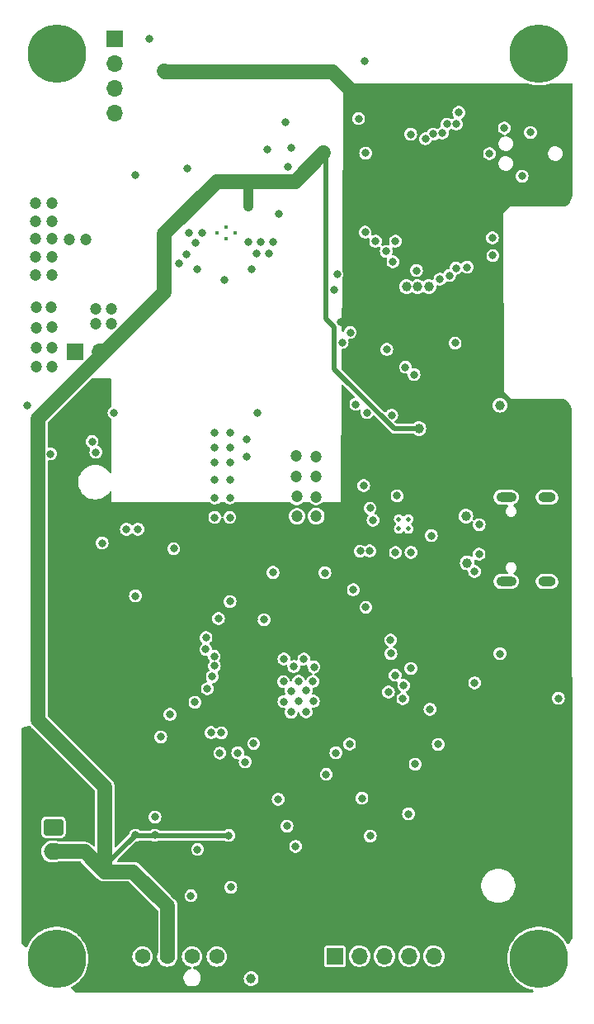
<source format=gbr>
%TF.GenerationSoftware,KiCad,Pcbnew,7.0.2*%
%TF.CreationDate,2024-01-11T01:28:16+01:00*%
%TF.ProjectId,bitaxe_RGZ_204_MOD_C,62697461-7865-45f5-9247-5a5f3230345f,rev?*%
%TF.SameCoordinates,Original*%
%TF.FileFunction,Copper,L3,Inr*%
%TF.FilePolarity,Positive*%
%FSLAX46Y46*%
G04 Gerber Fmt 4.6, Leading zero omitted, Abs format (unit mm)*
G04 Created by KiCad (PCBNEW 7.0.2) date 2024-01-11 01:28:16*
%MOMM*%
%LPD*%
G01*
G04 APERTURE LIST*
G04 Aperture macros list*
%AMRoundRect*
0 Rectangle with rounded corners*
0 $1 Rounding radius*
0 $2 $3 $4 $5 $6 $7 $8 $9 X,Y pos of 4 corners*
0 Add a 4 corners polygon primitive as box body*
4,1,4,$2,$3,$4,$5,$6,$7,$8,$9,$2,$3,0*
0 Add four circle primitives for the rounded corners*
1,1,$1+$1,$2,$3*
1,1,$1+$1,$4,$5*
1,1,$1+$1,$6,$7*
1,1,$1+$1,$8,$9*
0 Add four rect primitives between the rounded corners*
20,1,$1+$1,$2,$3,$4,$5,0*
20,1,$1+$1,$4,$5,$6,$7,0*
20,1,$1+$1,$6,$7,$8,$9,0*
20,1,$1+$1,$8,$9,$2,$3,0*%
G04 Aperture macros list end*
%TA.AperFunction,ComponentPad*%
%ADD10O,1.700000X1.700000*%
%TD*%
%TA.AperFunction,ComponentPad*%
%ADD11R,1.700000X1.700000*%
%TD*%
%TA.AperFunction,ComponentPad*%
%ADD12C,0.800000*%
%TD*%
%TA.AperFunction,ComponentPad*%
%ADD13C,6.000000*%
%TD*%
%TA.AperFunction,ComponentPad*%
%ADD14C,0.500000*%
%TD*%
%TA.AperFunction,ComponentPad*%
%ADD15C,0.400000*%
%TD*%
%TA.AperFunction,ComponentPad*%
%ADD16C,1.574800*%
%TD*%
%TA.AperFunction,ComponentPad*%
%ADD17O,1.800000X1.000000*%
%TD*%
%TA.AperFunction,ComponentPad*%
%ADD18O,2.100000X1.000000*%
%TD*%
%TA.AperFunction,ComponentPad*%
%ADD19RoundRect,0.250000X-0.750000X0.600000X-0.750000X-0.600000X0.750000X-0.600000X0.750000X0.600000X0*%
%TD*%
%TA.AperFunction,ComponentPad*%
%ADD20O,2.000000X1.700000*%
%TD*%
%TA.AperFunction,ViaPad*%
%ADD21C,0.800000*%
%TD*%
%TA.AperFunction,ViaPad*%
%ADD22C,1.200000*%
%TD*%
%TA.AperFunction,ViaPad*%
%ADD23C,1.000000*%
%TD*%
%TA.AperFunction,Conductor*%
%ADD24C,0.508000*%
%TD*%
%TA.AperFunction,Conductor*%
%ADD25C,1.500000*%
%TD*%
%TA.AperFunction,Conductor*%
%ADD26C,1.000000*%
%TD*%
G04 APERTURE END LIST*
D10*
%TO.N,/SDA*%
%TO.C,J9*%
X86766400Y-57175400D03*
%TO.N,/SCL*%
X86766400Y-54635400D03*
%TO.N,/3V3*%
X86766400Y-52095400D03*
D11*
%TO.N,GND*%
X86766400Y-49555400D03*
%TD*%
D12*
%TO.N,GND*%
%TO.C,H7*%
X127985010Y-51120990D03*
X128644020Y-49530000D03*
X128644020Y-52711980D03*
X130235010Y-48870990D03*
X130235010Y-53370990D03*
D13*
X130302000Y-51054000D03*
D12*
X131826000Y-49530000D03*
X131826000Y-52711980D03*
X132485010Y-51120990D03*
%TD*%
D14*
%TO.N,GND*%
%TO.C,U2*%
X116922000Y-98765000D03*
X116922000Y-99765000D03*
X115922000Y-99765000D03*
X115922000Y-98765000D03*
%TD*%
D12*
%TO.N,GND*%
%TO.C,H9*%
X128052000Y-143728000D03*
X128711010Y-142137010D03*
X128711010Y-145318990D03*
X130302000Y-141478000D03*
D13*
X130302000Y-143831000D03*
D12*
X130302000Y-145978000D03*
X131892990Y-142137010D03*
X131892990Y-145318990D03*
X132552000Y-143728000D03*
%TD*%
%TO.N,GND*%
%TO.C,H10*%
X78558000Y-143830990D03*
X79217010Y-142240000D03*
X79217010Y-145421980D03*
X80808000Y-141580990D03*
D13*
X80808000Y-143830990D03*
D12*
X80808000Y-146080990D03*
X82398990Y-142240000D03*
X82398990Y-145421980D03*
X83058000Y-143830990D03*
%TD*%
D15*
%TO.N,GND*%
%TO.C,U9*%
X98201691Y-68847200D03*
X99151691Y-69422200D03*
X97251691Y-69422200D03*
X98201691Y-69997200D03*
%TD*%
D12*
%TO.N,GND*%
%TO.C,H8*%
X78558000Y-51054000D03*
X79217010Y-49463010D03*
X79217010Y-52644990D03*
X80808000Y-48804000D03*
D13*
X80808000Y-51054000D03*
D12*
X80808000Y-53304000D03*
X82398990Y-49463010D03*
X82398990Y-52644990D03*
X83058000Y-51054000D03*
%TD*%
D16*
%TO.N,GND*%
%TO.C,J4*%
X89621000Y-143622000D03*
%TO.N,/5V*%
X92161000Y-143622000D03*
%TO.N,/Fan/FAN_TACH*%
X94701000Y-143622000D03*
%TO.N,/Fan/FAN_PWM*%
X97241000Y-143622000D03*
%TD*%
D11*
%TO.N,/Power/VIN*%
%TO.C,J7*%
X82708000Y-81632000D03*
D10*
%TO.N,/5V*%
X85248000Y-81632000D03*
%TD*%
D11*
%TO.N,/BM1366/1V8*%
%TO.C,J3*%
X109350000Y-143580000D03*
D10*
%TO.N,/BM1366/CI*%
X111890000Y-143580000D03*
%TO.N,/BM1366/RO*%
X114430000Y-143580000D03*
%TO.N,/BM1366/RST_N*%
X116970000Y-143580000D03*
%TO.N,GND*%
X119510000Y-143580000D03*
%TD*%
D17*
%TO.N,GND*%
%TO.C,J8*%
X131123000Y-96530000D03*
D18*
X126943000Y-96530000D03*
D17*
X131123000Y-105170000D03*
D18*
X126943000Y-105170000D03*
%TD*%
D19*
%TO.N,GND*%
%TO.C,J2*%
X80470000Y-130360000D03*
D20*
%TO.N,/5V*%
X80470000Y-132860000D03*
%TD*%
D21*
%TO.N,GND*%
X95067000Y-70471000D03*
D22*
X80348000Y-73699500D03*
X80348000Y-68217000D03*
D21*
X77798000Y-87152000D03*
X100850600Y-73131400D03*
D22*
X80348000Y-70044500D03*
D21*
X116910000Y-128990000D03*
D22*
X80348000Y-71872000D03*
D21*
X97028000Y-98592000D03*
D22*
X78668000Y-66392000D03*
X82138000Y-70062000D03*
D21*
X125513000Y-69924000D03*
X112980000Y-131260000D03*
X96109000Y-112124000D03*
D22*
X83818000Y-70059500D03*
D21*
X97028000Y-92970600D03*
X112460000Y-69350000D03*
X100288000Y-92362000D03*
X106396000Y-118533000D03*
X97028000Y-89922000D03*
X110862000Y-121832000D03*
X98568000Y-89922000D03*
D22*
X78668000Y-70047000D03*
D21*
X104082000Y-115436000D03*
X98682000Y-136516000D03*
X98568000Y-98592000D03*
X99393000Y-122727000D03*
X106408000Y-116351000D03*
X129429500Y-59124000D03*
D22*
X78668000Y-71874500D03*
D21*
X95758000Y-69431400D03*
D23*
X100765000Y-145890000D03*
D21*
X94214574Y-62819426D03*
X94411000Y-69401000D03*
X97028000Y-91402000D03*
X105673000Y-117442000D03*
X80168900Y-92079000D03*
X97028000Y-94742000D03*
X90271600Y-49504600D03*
X97551000Y-122747000D03*
X123698000Y-115554000D03*
X98568000Y-96612000D03*
X117602000Y-123903000D03*
X101346000Y-71501000D03*
X104855000Y-118563000D03*
D23*
X118999000Y-74930000D03*
D21*
X104132000Y-117472000D03*
X121691400Y-80721200D03*
X98568000Y-91402000D03*
X101727000Y-70358000D03*
X97028000Y-96612000D03*
X122075000Y-57079000D03*
X112922500Y-102037000D03*
X107144000Y-117442000D03*
X90897000Y-129309000D03*
X112318000Y-95325000D03*
X112512000Y-61250000D03*
X105623000Y-115406000D03*
X98568000Y-94742000D03*
X104867000Y-116381000D03*
X100457000Y-70358000D03*
X86678000Y-87862000D03*
X102616000Y-71501000D03*
D23*
X116713000Y-74930000D03*
D21*
X105330000Y-132320000D03*
X104430000Y-130240000D03*
D23*
X126293000Y-87094000D03*
D21*
X98568000Y-92970600D03*
D22*
X80348000Y-66389500D03*
D21*
X115573700Y-102188000D03*
D22*
X78668000Y-73702000D03*
X78668000Y-68219500D03*
D21*
X112369600Y-51816000D03*
X102997000Y-70358000D03*
X102082600Y-109067600D03*
X92818000Y-101795000D03*
X132297000Y-117137000D03*
X111785400Y-57708800D03*
X119253000Y-100457000D03*
X88888000Y-106645000D03*
X95260000Y-132630000D03*
X107094000Y-115406000D03*
X115099642Y-112550642D03*
X100288000Y-90613400D03*
D23*
X117856000Y-74930000D03*
D22*
%TO.N,/Power/VIN*%
X80275000Y-77059000D03*
X78688000Y-81222000D03*
X78688000Y-83179000D03*
X80288000Y-83159000D03*
X80288000Y-81202000D03*
X84808000Y-77242000D03*
X86458000Y-78752000D03*
X80288000Y-79102000D03*
X84808000Y-78752000D03*
X78675000Y-77079000D03*
X86458000Y-77242000D03*
X78688000Y-79122000D03*
D21*
%TO.N,/BM1366/1V8*%
X115737362Y-96385646D03*
X117172000Y-102173000D03*
X112130000Y-127390000D03*
X109458000Y-122723000D03*
%TO.N,/BM1366/INV_CLKO*%
X92430600Y-118795800D03*
%TO.N,/VDD*%
X114620000Y-71308000D03*
X103000000Y-104240000D03*
X105152000Y-113890000D03*
D22*
X107400000Y-94361000D03*
X107440000Y-96491000D03*
D21*
X104126000Y-113110000D03*
X108330000Y-104270000D03*
X107204000Y-113920000D03*
D22*
X107440000Y-98461000D03*
D21*
X106178000Y-113110000D03*
D22*
X105410000Y-94361000D03*
X105410000Y-92321000D03*
X107380000Y-92341000D03*
X105460000Y-98491000D03*
X105430000Y-96471000D03*
D21*
%TO.N,/ESP32/EN*%
X126293000Y-112572000D03*
X125563000Y-71744000D03*
X115196100Y-88116385D03*
D23*
%TO.N,/5V*%
X117975000Y-89479000D03*
D21*
X88883000Y-131168000D03*
X100470000Y-66770000D03*
X94580000Y-137390000D03*
X90881000Y-131182000D03*
D22*
X108214845Y-61185155D03*
D21*
X98450000Y-131200000D03*
%TO.N,/3V3*%
X115457000Y-62413000D03*
X114010000Y-95176000D03*
X111475000Y-83479000D03*
X109994718Y-78588072D03*
X127766000Y-108915000D03*
X130919500Y-59064000D03*
X111775000Y-58940627D03*
X110675000Y-73179000D03*
D23*
X125973000Y-88544000D03*
D21*
X121310400Y-88646000D03*
X91850000Y-52820000D03*
X98662000Y-137914100D03*
X116989216Y-96497784D03*
X83075000Y-92079000D03*
X101092000Y-109016800D03*
X119303800Y-54838600D03*
X90050000Y-100718000D03*
X82698000Y-90182000D03*
%TO.N,/TX*%
X112644692Y-87844408D03*
%TO.N,/RX*%
X111506000Y-86995000D03*
%TO.N,/BM1366/VDD3_0*%
X115070000Y-111160000D03*
%TO.N,/BM1366/VDD2_0*%
X112530000Y-107800000D03*
%TO.N,/RST*%
X115316000Y-72390000D03*
%TO.N,/BM1366/PIN_MODE*%
X91480645Y-121097045D03*
%TO.N,/SCL*%
X85471000Y-101219000D03*
X84828000Y-91902000D03*
X97713800Y-120675400D03*
%TO.N,/Power/OUT0*%
X89141400Y-99799800D03*
X93399000Y-72582000D03*
%TO.N,/BM1366/0V8*%
X108468000Y-124939000D03*
X103530000Y-127490000D03*
%TO.N,/BM1366/VDD1_0*%
X111250000Y-106010000D03*
%TO.N,/BM1366/VDD1_1*%
X98602800Y-107213400D03*
%TO.N,/BM1366/VDD2_1*%
X97409000Y-108966000D03*
%TO.N,/BM1366/VDD3_1*%
X96130000Y-110920000D03*
%TO.N,Net-(Q4-D)*%
X104500000Y-62680000D03*
X103630000Y-67500000D03*
%TO.N,Net-(U9-BOOT)*%
X94155000Y-71626000D03*
X95186555Y-73190555D03*
%TO.N,/BM1366/CI*%
X116334852Y-117175300D03*
X113272599Y-98869299D03*
%TO.N,/BM1366/RO*%
X112962000Y-97645000D03*
X116428000Y-115817000D03*
%TO.N,/BM1366/RST_N*%
X117148868Y-114071132D03*
X111948000Y-102053000D03*
%TO.N,Net-(Q2-G)*%
X101418600Y-87903400D03*
X97975000Y-74279000D03*
%TO.N,/BM1366/RI*%
X96774000Y-114909600D03*
%TO.N,/BM1366/CLKI*%
X114844000Y-116495900D03*
%TO.N,/BM1366/NRSTO*%
X96967045Y-112836955D03*
%TO.N,/BM1366/BO*%
X96995638Y-113825659D03*
%TO.N,/BM1366/CLKO*%
X96266000Y-116154200D03*
%TO.N,/BM1366/CO*%
X94996000Y-117551200D03*
%TO.N,/ESP32/P_TX*%
X128566055Y-63607445D03*
%TO.N,/ESP32/P_RX*%
X125222000Y-61294000D03*
%TO.N,/ESP32/IO0*%
X126746000Y-58674000D03*
X123682000Y-104140000D03*
X114675000Y-81379000D03*
%TO.N,/ESP32/XIN32*%
X117475000Y-83947000D03*
%TO.N,/BM1366/ADDR0*%
X119110000Y-118260000D03*
%TO.N,/ESP32/XOUT32*%
X116598000Y-83185000D03*
%TO.N,/Power/PGOOD*%
X109575000Y-73679000D03*
%TO.N,/ESP32/PWR_EN*%
X110935000Y-79631000D03*
%TO.N,/SDA*%
X96656000Y-120659000D03*
X84438000Y-90822000D03*
X87961400Y-99809800D03*
X104300000Y-58100000D03*
X104902000Y-60690000D03*
%TO.N,/ESP32/TFT_BLK*%
X110109000Y-80645000D03*
X113537100Y-70279000D03*
X115575000Y-70279000D03*
%TO.N,Net-(U4-LEDK)*%
X117144800Y-59309000D03*
%TO.N,/ESP32/TFT_DC*%
X118636500Y-59789361D03*
X117729000Y-73279000D03*
%TO.N,/ESP32/TFT_CS*%
X119450239Y-59289952D03*
X120142000Y-74168000D03*
%TO.N,/BM1366/BI*%
X115540000Y-114780000D03*
%TO.N,/PLUG_SENSE*%
X109275000Y-75279000D03*
X88900000Y-63500000D03*
X102440000Y-60880000D03*
%TO.N,/BM1366/ADDR1*%
X119960000Y-121860000D03*
D23*
%TO.N,Net-(D1-Pad2)*%
X122796000Y-98450000D03*
X122936000Y-103250000D03*
D21*
%TO.N,Net-(J8-CC1)*%
X124159000Y-99337000D03*
%TO.N,Net-(J8-CC2)*%
X124154000Y-102357000D03*
%TO.N,Net-(U14-VDDIO_18_1)*%
X101015000Y-121775000D03*
%TO.N,Net-(U14-VDDIO_08_1)*%
X100155000Y-123661000D03*
%TO.N,/ESP32/TFT_SCL*%
X120396000Y-59182000D03*
X121114100Y-73787000D03*
%TO.N,/ESP32/TFT_SDA*%
X120855244Y-58269215D03*
X121793000Y-73025000D03*
%TO.N,/ESP32/TFT_RES*%
X121811500Y-58265361D03*
X122936000Y-72941900D03*
%TD*%
D24*
%TO.N,/5V*%
X85750000Y-134294000D02*
X85750000Y-134909000D01*
X85750000Y-134909000D02*
X85737000Y-134922000D01*
D25*
X92161000Y-143622000D02*
X92207000Y-143576000D01*
X91858000Y-69525128D02*
X91858000Y-75476715D01*
D26*
X100490000Y-66750000D02*
X100490000Y-64140000D01*
D25*
X92207000Y-138468000D02*
X88661000Y-134922000D01*
D24*
X117975000Y-89479000D02*
X115419000Y-89479000D01*
X88844000Y-131200000D02*
X85750000Y-134294000D01*
D25*
X78867000Y-119347000D02*
X85737000Y-126217000D01*
D24*
X109300000Y-79033776D02*
X108468600Y-78202376D01*
D25*
X97243128Y-64140000D02*
X91858000Y-69525128D01*
X78867000Y-88467715D02*
X78867000Y-119347000D01*
X100490000Y-64140000D02*
X97243128Y-64140000D01*
X85737000Y-126217000D02*
X85737000Y-134922000D01*
D24*
X115419000Y-89479000D02*
X109300000Y-83360000D01*
D25*
X85737000Y-134922000D02*
X83675000Y-132860000D01*
X108214845Y-61185155D02*
X105260000Y-64140000D01*
D24*
X98450000Y-131200000D02*
X88844000Y-131200000D01*
X108468600Y-78202376D02*
X108468600Y-61438910D01*
X109300000Y-83360000D02*
X109300000Y-79033776D01*
D25*
X91858000Y-75476715D02*
X78867000Y-88467715D01*
X92207000Y-143576000D02*
X92207000Y-138468000D01*
X105260000Y-64140000D02*
X100490000Y-64140000D01*
X88661000Y-134922000D02*
X85737000Y-134922000D01*
D24*
X108468600Y-61438910D02*
X108214845Y-61185155D01*
D25*
X83675000Y-132860000D02*
X80470000Y-132860000D01*
%TO.N,/3V3*%
X111160000Y-54930000D02*
X109130000Y-52900000D01*
X91850000Y-52820000D02*
X91930000Y-52900000D01*
X91930000Y-52900000D02*
X109130000Y-52900000D01*
%TD*%
%TA.AperFunction,Conductor*%
%TO.N,/3V3*%
G36*
X129069353Y-54069644D02*
G01*
X129095616Y-54081795D01*
X129430050Y-54194479D01*
X129774707Y-54270344D01*
X130125546Y-54308500D01*
X130128961Y-54308500D01*
X130475039Y-54308500D01*
X130478454Y-54308500D01*
X130829293Y-54270344D01*
X131173950Y-54194479D01*
X131508384Y-54081795D01*
X131534646Y-54069644D01*
X131587550Y-54058000D01*
X133604771Y-54058000D01*
X133672892Y-54078002D01*
X133719385Y-54131658D01*
X133730770Y-54184019D01*
X133729968Y-58716463D01*
X133728787Y-65384545D01*
X133728428Y-65394032D01*
X133723467Y-65459581D01*
X133711184Y-65607908D01*
X133708633Y-65624751D01*
X133688296Y-65716582D01*
X133687686Y-65719203D01*
X133659650Y-65834114D01*
X133655149Y-65848676D01*
X133620023Y-65941899D01*
X133618367Y-65946066D01*
X133574892Y-66050071D01*
X133569050Y-66062187D01*
X133520013Y-66151368D01*
X133516851Y-66156794D01*
X133458781Y-66250962D01*
X133452208Y-66260593D01*
X133390456Y-66342646D01*
X133385398Y-66348936D01*
X133313860Y-66432296D01*
X133307147Y-66439525D01*
X133234186Y-66512174D01*
X133226927Y-66518857D01*
X133143263Y-66590034D01*
X133136951Y-66595065D01*
X133054635Y-66656462D01*
X133044977Y-66662993D01*
X132950541Y-66720670D01*
X132945102Y-66723808D01*
X132932414Y-66730714D01*
X132870641Y-66746036D01*
X127528250Y-66680869D01*
X127375000Y-66679000D01*
X127374999Y-66679000D01*
X127374998Y-66679000D01*
X126646728Y-67379156D01*
X126646727Y-67379158D01*
X126749834Y-85779140D01*
X126749835Y-85779142D01*
X127474998Y-86443999D01*
X127474999Y-86443999D01*
X127475000Y-86444000D01*
X127475000Y-86443999D01*
X127475001Y-86444000D01*
X127515324Y-86443794D01*
X132834283Y-86416683D01*
X132895690Y-86432303D01*
X132896442Y-86432717D01*
X132901810Y-86435847D01*
X132996240Y-86494078D01*
X133005861Y-86500644D01*
X133087732Y-86562257D01*
X133094002Y-86567298D01*
X133156109Y-86620597D01*
X133177585Y-86639027D01*
X133184814Y-86645740D01*
X133257274Y-86718511D01*
X133263957Y-86725770D01*
X133335329Y-86809663D01*
X133340359Y-86815974D01*
X133401597Y-86898075D01*
X133408129Y-86907735D01*
X133465967Y-87002435D01*
X133469105Y-87007873D01*
X133517608Y-87096986D01*
X133523398Y-87109125D01*
X133541427Y-87152780D01*
X133561662Y-87201777D01*
X133566579Y-87213681D01*
X133568199Y-87217810D01*
X133602806Y-87310866D01*
X133607243Y-87325438D01*
X133634937Y-87441105D01*
X133635536Y-87443730D01*
X133655343Y-87535030D01*
X133657820Y-87551879D01*
X133669526Y-87700928D01*
X133674181Y-87766160D01*
X133674500Y-87775101D01*
X133674500Y-87822758D01*
X133674553Y-87823249D01*
X133728518Y-141764035D01*
X133708584Y-141832176D01*
X133703711Y-141839234D01*
X133371231Y-142287396D01*
X133314580Y-142330187D01*
X133243787Y-142335558D01*
X133181328Y-142301802D01*
X133158715Y-142271342D01*
X133143078Y-142241848D01*
X133094737Y-142150666D01*
X132896690Y-141858568D01*
X132668223Y-141589595D01*
X132636446Y-141559494D01*
X132414497Y-141349252D01*
X132414485Y-141349242D01*
X132412013Y-141346900D01*
X132131066Y-141133330D01*
X131828674Y-140951387D01*
X131825576Y-140949953D01*
X131825569Y-140949950D01*
X131511482Y-140804638D01*
X131511477Y-140804636D01*
X131508384Y-140803205D01*
X131505155Y-140802117D01*
X131505150Y-140802115D01*
X131177186Y-140691611D01*
X131177180Y-140691609D01*
X131173950Y-140690521D01*
X131170625Y-140689789D01*
X131170614Y-140689786D01*
X130832624Y-140615389D01*
X130832620Y-140615388D01*
X130829293Y-140614656D01*
X130819448Y-140613585D01*
X130481852Y-140576869D01*
X130481841Y-140576868D01*
X130478454Y-140576500D01*
X130125546Y-140576500D01*
X130122159Y-140576868D01*
X130122147Y-140576869D01*
X129778099Y-140614287D01*
X129778097Y-140614287D01*
X129774707Y-140614656D01*
X129771382Y-140615387D01*
X129771375Y-140615389D01*
X129433385Y-140689786D01*
X129433369Y-140689790D01*
X129430050Y-140690521D01*
X129426824Y-140691607D01*
X129426813Y-140691611D01*
X129098849Y-140802115D01*
X129098838Y-140802119D01*
X129095616Y-140803205D01*
X129092528Y-140804633D01*
X129092517Y-140804638D01*
X128778430Y-140949950D01*
X128778416Y-140949957D01*
X128775326Y-140951387D01*
X128772400Y-140953147D01*
X128772399Y-140953148D01*
X128475866Y-141131565D01*
X128475854Y-141131572D01*
X128472934Y-141133330D01*
X128470218Y-141135393D01*
X128470210Y-141135400D01*
X128194705Y-141344833D01*
X128194695Y-141344840D01*
X128191987Y-141346900D01*
X128189521Y-141349235D01*
X128189502Y-141349252D01*
X127938257Y-141587245D01*
X127938249Y-141587252D01*
X127935777Y-141589595D01*
X127933580Y-141592181D01*
X127933571Y-141592191D01*
X127709521Y-141855964D01*
X127709513Y-141855973D01*
X127707310Y-141858568D01*
X127705398Y-141861386D01*
X127705388Y-141861401D01*
X127511188Y-142147827D01*
X127509263Y-142150666D01*
X127507668Y-142153673D01*
X127507661Y-142153686D01*
X127345560Y-142459441D01*
X127345555Y-142459451D01*
X127343958Y-142462464D01*
X127342695Y-142465632D01*
X127342693Y-142465638D01*
X127228795Y-142751501D01*
X127213333Y-142790307D01*
X127212422Y-142793587D01*
X127212419Y-142793597D01*
X127119832Y-143127062D01*
X127119827Y-143127082D01*
X127118920Y-143130351D01*
X127118370Y-143133703D01*
X127118367Y-143133719D01*
X127078618Y-143376180D01*
X127061826Y-143478610D01*
X127061641Y-143482003D01*
X127061641Y-143482013D01*
X127046888Y-143754125D01*
X127042720Y-143831000D01*
X127042905Y-143834412D01*
X127061640Y-144179976D01*
X127061826Y-144183390D01*
X127062376Y-144186743D01*
X127062377Y-144186753D01*
X127118367Y-144528280D01*
X127118369Y-144528292D01*
X127118920Y-144531649D01*
X127119828Y-144534921D01*
X127119832Y-144534937D01*
X127212416Y-144868392D01*
X127213333Y-144871693D01*
X127343958Y-145199536D01*
X127345555Y-145202548D01*
X127345560Y-145202558D01*
X127459036Y-145416597D01*
X127509263Y-145511334D01*
X127542641Y-145560563D01*
X127705388Y-145800598D01*
X127705392Y-145800604D01*
X127707310Y-145803432D01*
X127935777Y-146072405D01*
X127938257Y-146074754D01*
X128189502Y-146312747D01*
X128189511Y-146312754D01*
X128191987Y-146315100D01*
X128472934Y-146528670D01*
X128775326Y-146710613D01*
X129095616Y-146858795D01*
X129430050Y-146971479D01*
X129433386Y-146972213D01*
X129433385Y-146972213D01*
X129640746Y-147017857D01*
X129702975Y-147052035D01*
X129736846Y-147114431D01*
X129731607Y-147185234D01*
X129714856Y-147215980D01*
X129702550Y-147232569D01*
X129645900Y-147275363D01*
X129601354Y-147283500D01*
X82750927Y-147283500D01*
X82682806Y-147263498D01*
X82666106Y-147250674D01*
X82301471Y-146918727D01*
X82264562Y-146858078D01*
X82266302Y-146787103D01*
X82306138Y-146728335D01*
X82333092Y-146711388D01*
X82328561Y-146713635D01*
X82331577Y-146712035D01*
X82334674Y-146710603D01*
X82637066Y-146528660D01*
X82918013Y-146315090D01*
X83174223Y-146072395D01*
X83402690Y-145803422D01*
X83600737Y-145511324D01*
X83766042Y-145199526D01*
X83896667Y-144871683D01*
X83991080Y-144531639D01*
X84048174Y-144183380D01*
X84067280Y-143830990D01*
X84055949Y-143621999D01*
X88574058Y-143621999D01*
X88594175Y-143826248D01*
X88653752Y-144022645D01*
X88750501Y-144203652D01*
X88880700Y-144362299D01*
X89039347Y-144492498D01*
X89039351Y-144492500D01*
X89220353Y-144589247D01*
X89300252Y-144613484D01*
X89416751Y-144648824D01*
X89621000Y-144668941D01*
X89825248Y-144648824D01*
X90021647Y-144589247D01*
X90202649Y-144492500D01*
X90202650Y-144492498D01*
X90202652Y-144492498D01*
X90361299Y-144362299D01*
X90491498Y-144203652D01*
X90500536Y-144186743D01*
X90588247Y-144022647D01*
X90647824Y-143826248D01*
X90667941Y-143622000D01*
X90667172Y-143614187D01*
X90647824Y-143417751D01*
X90588247Y-143221354D01*
X90588247Y-143221353D01*
X90491500Y-143040351D01*
X90491498Y-143040347D01*
X90361299Y-142881700D01*
X90202652Y-142751501D01*
X90021645Y-142654752D01*
X89825248Y-142595175D01*
X89621000Y-142575058D01*
X89416751Y-142595175D01*
X89220354Y-142654752D01*
X89039347Y-142751501D01*
X88880700Y-142881700D01*
X88750501Y-143040347D01*
X88653752Y-143221354D01*
X88594175Y-143417751D01*
X88574058Y-143621999D01*
X84055949Y-143621999D01*
X84048174Y-143478600D01*
X83991080Y-143130341D01*
X83896667Y-142790297D01*
X83766042Y-142462454D01*
X83600737Y-142150656D01*
X83402690Y-141858558D01*
X83174223Y-141589585D01*
X83142446Y-141559484D01*
X82920497Y-141349242D01*
X82920487Y-141349233D01*
X82918013Y-141346890D01*
X82637066Y-141133320D01*
X82334674Y-140951377D01*
X82331576Y-140949943D01*
X82331569Y-140949940D01*
X82017482Y-140804628D01*
X82017477Y-140804626D01*
X82014384Y-140803195D01*
X82011155Y-140802107D01*
X82011150Y-140802105D01*
X81683186Y-140691601D01*
X81683180Y-140691599D01*
X81679950Y-140690511D01*
X81676625Y-140689779D01*
X81676614Y-140689776D01*
X81338624Y-140615379D01*
X81338620Y-140615378D01*
X81335293Y-140614646D01*
X81325448Y-140613575D01*
X80987852Y-140576859D01*
X80987841Y-140576858D01*
X80984454Y-140576490D01*
X80631546Y-140576490D01*
X80628159Y-140576858D01*
X80628147Y-140576859D01*
X80284099Y-140614277D01*
X80284097Y-140614277D01*
X80280707Y-140614646D01*
X80277382Y-140615377D01*
X80277375Y-140615379D01*
X79939385Y-140689776D01*
X79939369Y-140689780D01*
X79936050Y-140690511D01*
X79932824Y-140691597D01*
X79932813Y-140691601D01*
X79604849Y-140802105D01*
X79604838Y-140802109D01*
X79601616Y-140803195D01*
X79598528Y-140804623D01*
X79598517Y-140804628D01*
X79284430Y-140949940D01*
X79284416Y-140949947D01*
X79281326Y-140951377D01*
X79278400Y-140953137D01*
X79278399Y-140953138D01*
X78981866Y-141131555D01*
X78981854Y-141131562D01*
X78978934Y-141133320D01*
X78976218Y-141135383D01*
X78976210Y-141135390D01*
X78700705Y-141344823D01*
X78700695Y-141344830D01*
X78697987Y-141346890D01*
X78695521Y-141349225D01*
X78695502Y-141349242D01*
X78444257Y-141587235D01*
X78444249Y-141587242D01*
X78441777Y-141589585D01*
X78439580Y-141592171D01*
X78439571Y-141592181D01*
X78215521Y-141855954D01*
X78215513Y-141855963D01*
X78213310Y-141858558D01*
X78211398Y-141861376D01*
X78211388Y-141861391D01*
X78017181Y-142147827D01*
X78015263Y-142150656D01*
X78013668Y-142153663D01*
X78013661Y-142153676D01*
X77851560Y-142459431D01*
X77851555Y-142459441D01*
X77849958Y-142462454D01*
X77848697Y-142465617D01*
X77848695Y-142465623D01*
X77799229Y-142589771D01*
X77755432Y-142645649D01*
X77688378Y-142668979D01*
X77619356Y-142652354D01*
X77597359Y-142636308D01*
X77266995Y-142335558D01*
X77230679Y-142302497D01*
X77193770Y-142241848D01*
X77189500Y-142209323D01*
X77189500Y-131004901D01*
X79215500Y-131004901D01*
X79215501Y-131008254D01*
X79215860Y-131011596D01*
X79215861Y-131011610D01*
X79221959Y-131068338D01*
X79221959Y-131068340D01*
X79221960Y-131068342D01*
X79234596Y-131102219D01*
X79272658Y-131204268D01*
X79359595Y-131320404D01*
X79475731Y-131407341D01*
X79475732Y-131407341D01*
X79475733Y-131407342D01*
X79611658Y-131458040D01*
X79657076Y-131462923D01*
X79668377Y-131464138D01*
X79671745Y-131464500D01*
X81268254Y-131464499D01*
X81328342Y-131458040D01*
X81464267Y-131407342D01*
X81580404Y-131320404D01*
X81667342Y-131204267D01*
X81718040Y-131068342D01*
X81724500Y-131008255D01*
X81724499Y-129711746D01*
X81718040Y-129651658D01*
X81667342Y-129515733D01*
X81667341Y-129515731D01*
X81580404Y-129399595D01*
X81464268Y-129312658D01*
X81328339Y-129261959D01*
X81271603Y-129255859D01*
X81271585Y-129255858D01*
X81268255Y-129255500D01*
X81264887Y-129255500D01*
X79675116Y-129255500D01*
X79675097Y-129255500D01*
X79671746Y-129255501D01*
X79668404Y-129255860D01*
X79668389Y-129255861D01*
X79611661Y-129261959D01*
X79475731Y-129312658D01*
X79359595Y-129399595D01*
X79272658Y-129515731D01*
X79221959Y-129651660D01*
X79215859Y-129708396D01*
X79215857Y-129708415D01*
X79215500Y-129711745D01*
X79215500Y-129715111D01*
X79215500Y-129715112D01*
X79215500Y-131004883D01*
X79215500Y-131004901D01*
X77189500Y-131004901D01*
X77189500Y-120254395D01*
X77209502Y-120186274D01*
X77263158Y-120139781D01*
X77282509Y-120132791D01*
X77959133Y-119949273D01*
X78030109Y-119950745D01*
X78081205Y-119981783D01*
X78126307Y-120026884D01*
X78132816Y-120033906D01*
X78171364Y-120078809D01*
X78195444Y-120097448D01*
X78207414Y-120107991D01*
X84695595Y-126596172D01*
X84729621Y-126658484D01*
X84732500Y-126685267D01*
X84732500Y-132192732D01*
X84712498Y-132260853D01*
X84658842Y-132307346D01*
X84588568Y-132317450D01*
X84523988Y-132287956D01*
X84517405Y-132281827D01*
X84395419Y-132159841D01*
X84393190Y-132157556D01*
X84332677Y-132093896D01*
X84284121Y-132060100D01*
X84276478Y-132054337D01*
X84230620Y-132016946D01*
X84203629Y-132002847D01*
X84189987Y-131994582D01*
X84165000Y-131977190D01*
X84110625Y-131953855D01*
X84101980Y-131949749D01*
X84049539Y-131922357D01*
X84020263Y-131913980D01*
X84005236Y-131908630D01*
X83977260Y-131896624D01*
X83919307Y-131884714D01*
X83910015Y-131882434D01*
X83894051Y-131877866D01*
X83853125Y-131866156D01*
X83822768Y-131863844D01*
X83806980Y-131861630D01*
X83787359Y-131857598D01*
X83777148Y-131855500D01*
X83777147Y-131855500D01*
X83717975Y-131855500D01*
X83708407Y-131855136D01*
X83649422Y-131850644D01*
X83649421Y-131850644D01*
X83634022Y-131852605D01*
X83619224Y-131854490D01*
X83603306Y-131855500D01*
X81106945Y-131855500D01*
X81060117Y-131846474D01*
X80932589Y-131795420D01*
X80725467Y-131755500D01*
X80267387Y-131755500D01*
X80264409Y-131755784D01*
X80264395Y-131755785D01*
X80110022Y-131770526D01*
X79907633Y-131829952D01*
X79720143Y-131926610D01*
X79554343Y-132056997D01*
X79416207Y-132216413D01*
X79310740Y-132399087D01*
X79241751Y-132598420D01*
X79211732Y-132807206D01*
X79221768Y-133017901D01*
X79271498Y-133222888D01*
X79359125Y-133414766D01*
X79481474Y-133586580D01*
X79481477Y-133586583D01*
X79481478Y-133586584D01*
X79634138Y-133732145D01*
X79698594Y-133773568D01*
X79811590Y-133846186D01*
X80007407Y-133924579D01*
X80007409Y-133924579D01*
X80007411Y-133924580D01*
X80214533Y-133964500D01*
X80669612Y-133964500D01*
X80672613Y-133964500D01*
X80829979Y-133949473D01*
X81032368Y-133890047D01*
X81049304Y-133881315D01*
X81054753Y-133878507D01*
X81112490Y-133864500D01*
X83206733Y-133864500D01*
X83274854Y-133884502D01*
X83295828Y-133901405D01*
X84996313Y-135601891D01*
X85002822Y-135608913D01*
X85041364Y-135653809D01*
X85054064Y-135663640D01*
X85068253Y-135676458D01*
X85079322Y-135688103D01*
X85127884Y-135721903D01*
X85135521Y-135727662D01*
X85181375Y-135765051D01*
X85181378Y-135765052D01*
X85181380Y-135765054D01*
X85182828Y-135765810D01*
X85201621Y-135777857D01*
X85202916Y-135778859D01*
X85217328Y-135785929D01*
X85233817Y-135795635D01*
X85246999Y-135804810D01*
X85301372Y-135828143D01*
X85310009Y-135832244D01*
X85362459Y-135859642D01*
X85362461Y-135859642D01*
X85362462Y-135859643D01*
X85364025Y-135860090D01*
X85384867Y-135868111D01*
X85386333Y-135868830D01*
X85401880Y-135872855D01*
X85419984Y-135879043D01*
X85434739Y-135885375D01*
X85492705Y-135897287D01*
X85501992Y-135899567D01*
X85558872Y-135915843D01*
X85560502Y-135915967D01*
X85582517Y-135919625D01*
X85584106Y-135920037D01*
X85600152Y-135920850D01*
X85619119Y-135923266D01*
X85634852Y-135926500D01*
X85694024Y-135926500D01*
X85703591Y-135926864D01*
X85707655Y-135927173D01*
X85762578Y-135931356D01*
X85764196Y-135931149D01*
X85786506Y-135930301D01*
X85788139Y-135930384D01*
X85804007Y-135927952D01*
X85823088Y-135926500D01*
X88192733Y-135926500D01*
X88260854Y-135946502D01*
X88281828Y-135963405D01*
X91165595Y-138847172D01*
X91199621Y-138909484D01*
X91202500Y-138936267D01*
X91202500Y-143173828D01*
X91197074Y-143210404D01*
X91134175Y-143417751D01*
X91114058Y-143622000D01*
X91134175Y-143826248D01*
X91193752Y-144022645D01*
X91290501Y-144203652D01*
X91420700Y-144362299D01*
X91579347Y-144492498D01*
X91579351Y-144492500D01*
X91760353Y-144589247D01*
X91840252Y-144613484D01*
X91956751Y-144648824D01*
X92160999Y-144668941D01*
X92160999Y-144668940D01*
X92161000Y-144668941D01*
X92365248Y-144648824D01*
X92561647Y-144589247D01*
X92742649Y-144492500D01*
X92742650Y-144492498D01*
X92742652Y-144492498D01*
X92901299Y-144362299D01*
X93031498Y-144203652D01*
X93040536Y-144186743D01*
X93128247Y-144022647D01*
X93187824Y-143826248D01*
X93190705Y-143796992D01*
X93194959Y-143774688D01*
X93200843Y-143754127D01*
X93203154Y-143723772D01*
X93205370Y-143707973D01*
X93211500Y-143678148D01*
X93211500Y-143621999D01*
X93654058Y-143621999D01*
X93674175Y-143826248D01*
X93733752Y-144022645D01*
X93830501Y-144203652D01*
X93960700Y-144362299D01*
X94119347Y-144492498D01*
X94119351Y-144492500D01*
X94300353Y-144589247D01*
X94496752Y-144648824D01*
X94500224Y-144649166D01*
X94507313Y-144652028D01*
X94508628Y-144652427D01*
X94508592Y-144652544D01*
X94566055Y-144675746D01*
X94607067Y-144733699D01*
X94610236Y-144804625D01*
X94574557Y-144866005D01*
X94524831Y-144891455D01*
X94525820Y-144894497D01*
X94513226Y-144898588D01*
X94513225Y-144898589D01*
X94485578Y-144907571D01*
X94333656Y-144956933D01*
X94170141Y-145051339D01*
X94029831Y-145177675D01*
X93918852Y-145330425D01*
X93880486Y-145416597D01*
X93842055Y-145502913D01*
X93802800Y-145687596D01*
X93802800Y-145876406D01*
X93842055Y-146061089D01*
X93918851Y-146233575D01*
X93976366Y-146312737D01*
X94029831Y-146386326D01*
X94170141Y-146512662D01*
X94333656Y-146607068D01*
X94404961Y-146630236D01*
X94513225Y-146665413D01*
X94653923Y-146680201D01*
X94657213Y-146680201D01*
X94744787Y-146680201D01*
X94748077Y-146680201D01*
X94888775Y-146665413D01*
X95068343Y-146607068D01*
X95231857Y-146512663D01*
X95372170Y-146386325D01*
X95483149Y-146233575D01*
X95559945Y-146061089D01*
X95596311Y-145890000D01*
X100005726Y-145890000D01*
X100024763Y-146058956D01*
X100037409Y-146095095D01*
X100080918Y-146219437D01*
X100139542Y-146312737D01*
X100171377Y-146363402D01*
X100291597Y-146483622D01*
X100291599Y-146483623D01*
X100291600Y-146483624D01*
X100435563Y-146574082D01*
X100596046Y-146630237D01*
X100765000Y-146649274D01*
X100933954Y-146630237D01*
X101094437Y-146574082D01*
X101238400Y-146483624D01*
X101358624Y-146363400D01*
X101449082Y-146219437D01*
X101505237Y-146058954D01*
X101524274Y-145890000D01*
X101505237Y-145721046D01*
X101449082Y-145560563D01*
X101358624Y-145416600D01*
X101358623Y-145416599D01*
X101358622Y-145416597D01*
X101238402Y-145296377D01*
X101196647Y-145270141D01*
X101094437Y-145205918D01*
X101040942Y-145187199D01*
X100933956Y-145149763D01*
X100765000Y-145130726D01*
X100596043Y-145149763D01*
X100435563Y-145205918D01*
X100291597Y-145296377D01*
X100171377Y-145416597D01*
X100080918Y-145560563D01*
X100024763Y-145721043D01*
X100005726Y-145890000D01*
X95596311Y-145890000D01*
X95599200Y-145876406D01*
X95599200Y-145687596D01*
X95559945Y-145502913D01*
X95483149Y-145330427D01*
X95372170Y-145177677D01*
X95363888Y-145170220D01*
X95231858Y-145051339D01*
X95068343Y-144956933D01*
X94926099Y-144910716D01*
X94888775Y-144898589D01*
X94888773Y-144898588D01*
X94876180Y-144894497D01*
X94877559Y-144890250D01*
X94835234Y-144872806D01*
X94794641Y-144814559D01*
X94791983Y-144743612D01*
X94828103Y-144682491D01*
X94891534Y-144650600D01*
X94901759Y-144649167D01*
X94905248Y-144648824D01*
X95101647Y-144589247D01*
X95282649Y-144492500D01*
X95282650Y-144492498D01*
X95282652Y-144492498D01*
X95441299Y-144362299D01*
X95571498Y-144203652D01*
X95580536Y-144186743D01*
X95668247Y-144022647D01*
X95727824Y-143826248D01*
X95747941Y-143622000D01*
X96194058Y-143622000D01*
X96214175Y-143826248D01*
X96273752Y-144022645D01*
X96370501Y-144203652D01*
X96500700Y-144362299D01*
X96659347Y-144492498D01*
X96659351Y-144492500D01*
X96840353Y-144589247D01*
X96920252Y-144613484D01*
X97036751Y-144648824D01*
X97241000Y-144668941D01*
X97445248Y-144648824D01*
X97641647Y-144589247D01*
X97822649Y-144492500D01*
X97822650Y-144492498D01*
X97822652Y-144492498D01*
X97868260Y-144455068D01*
X108245500Y-144455068D01*
X108260265Y-144529300D01*
X108316515Y-144613484D01*
X108366506Y-144646887D01*
X108400699Y-144669734D01*
X108474933Y-144684500D01*
X110225066Y-144684499D01*
X110225068Y-144684499D01*
X110274556Y-144674655D01*
X110299301Y-144669734D01*
X110383484Y-144613484D01*
X110439734Y-144529301D01*
X110454500Y-144455067D01*
X110454499Y-143579999D01*
X110780767Y-143579999D01*
X110799654Y-143783819D01*
X110855672Y-143980702D01*
X110946910Y-144163933D01*
X110976905Y-144203652D01*
X111070268Y-144327285D01*
X111221538Y-144465186D01*
X111395573Y-144572944D01*
X111586444Y-144646888D01*
X111787653Y-144684500D01*
X111787655Y-144684500D01*
X111992345Y-144684500D01*
X111992347Y-144684500D01*
X112193556Y-144646888D01*
X112384427Y-144572944D01*
X112558462Y-144465186D01*
X112709732Y-144327285D01*
X112833088Y-144163935D01*
X112924328Y-143980701D01*
X112980345Y-143783821D01*
X112999232Y-143580000D01*
X113320767Y-143580000D01*
X113339654Y-143783819D01*
X113395672Y-143980702D01*
X113486910Y-144163933D01*
X113516905Y-144203652D01*
X113610268Y-144327285D01*
X113761538Y-144465186D01*
X113935573Y-144572944D01*
X114126444Y-144646888D01*
X114327653Y-144684500D01*
X114327655Y-144684500D01*
X114532345Y-144684500D01*
X114532347Y-144684500D01*
X114733556Y-144646888D01*
X114924427Y-144572944D01*
X115098462Y-144465186D01*
X115249732Y-144327285D01*
X115373088Y-144163935D01*
X115464328Y-143980701D01*
X115520345Y-143783821D01*
X115539232Y-143580000D01*
X115539232Y-143579999D01*
X115860767Y-143579999D01*
X115879654Y-143783819D01*
X115935672Y-143980702D01*
X116026910Y-144163933D01*
X116056905Y-144203652D01*
X116150268Y-144327285D01*
X116301538Y-144465186D01*
X116475573Y-144572944D01*
X116666444Y-144646888D01*
X116867653Y-144684500D01*
X116867655Y-144684500D01*
X117072345Y-144684500D01*
X117072347Y-144684500D01*
X117273556Y-144646888D01*
X117464427Y-144572944D01*
X117638462Y-144465186D01*
X117789732Y-144327285D01*
X117913088Y-144163935D01*
X118004328Y-143980701D01*
X118060345Y-143783821D01*
X118079232Y-143580000D01*
X118400767Y-143580000D01*
X118419654Y-143783819D01*
X118475672Y-143980702D01*
X118566910Y-144163933D01*
X118596905Y-144203652D01*
X118690268Y-144327285D01*
X118841538Y-144465186D01*
X119015573Y-144572944D01*
X119206444Y-144646888D01*
X119407653Y-144684500D01*
X119407655Y-144684500D01*
X119612345Y-144684500D01*
X119612347Y-144684500D01*
X119813556Y-144646888D01*
X120004427Y-144572944D01*
X120178462Y-144465186D01*
X120329732Y-144327285D01*
X120453088Y-144163935D01*
X120544328Y-143980701D01*
X120600345Y-143783821D01*
X120619232Y-143580000D01*
X120600345Y-143376179D01*
X120544328Y-143179299D01*
X120475138Y-143040347D01*
X120453089Y-142996066D01*
X120366724Y-142881701D01*
X120329732Y-142832715D01*
X120178462Y-142694814D01*
X120074913Y-142630699D01*
X120004428Y-142587056D01*
X119899779Y-142546515D01*
X119813556Y-142513112D01*
X119612347Y-142475500D01*
X119407653Y-142475500D01*
X119206443Y-142513111D01*
X119206444Y-142513112D01*
X119015571Y-142587056D01*
X118841539Y-142694813D01*
X118690267Y-142832716D01*
X118566910Y-142996066D01*
X118475672Y-143179297D01*
X118419654Y-143376180D01*
X118400767Y-143580000D01*
X118079232Y-143580000D01*
X118060345Y-143376179D01*
X118004328Y-143179299D01*
X117935138Y-143040347D01*
X117913089Y-142996066D01*
X117826724Y-142881701D01*
X117789732Y-142832715D01*
X117638462Y-142694814D01*
X117534913Y-142630699D01*
X117464428Y-142587056D01*
X117359779Y-142546515D01*
X117273556Y-142513112D01*
X117072347Y-142475500D01*
X116867653Y-142475500D01*
X116666443Y-142513111D01*
X116666444Y-142513112D01*
X116475571Y-142587056D01*
X116301539Y-142694813D01*
X116150267Y-142832716D01*
X116026910Y-142996066D01*
X115935672Y-143179297D01*
X115879654Y-143376180D01*
X115860767Y-143579999D01*
X115539232Y-143579999D01*
X115520345Y-143376179D01*
X115464328Y-143179299D01*
X115395138Y-143040347D01*
X115373089Y-142996066D01*
X115286724Y-142881701D01*
X115249732Y-142832715D01*
X115098462Y-142694814D01*
X114994913Y-142630699D01*
X114924428Y-142587056D01*
X114819779Y-142546515D01*
X114733556Y-142513112D01*
X114532347Y-142475500D01*
X114327653Y-142475500D01*
X114126444Y-142513111D01*
X114126444Y-142513112D01*
X113935571Y-142587056D01*
X113761539Y-142694813D01*
X113610267Y-142832716D01*
X113486910Y-142996066D01*
X113395672Y-143179297D01*
X113339654Y-143376180D01*
X113320767Y-143580000D01*
X112999232Y-143580000D01*
X112980345Y-143376179D01*
X112924328Y-143179299D01*
X112855138Y-143040347D01*
X112833089Y-142996066D01*
X112746724Y-142881701D01*
X112709732Y-142832715D01*
X112558462Y-142694814D01*
X112454913Y-142630699D01*
X112384428Y-142587056D01*
X112279779Y-142546515D01*
X112193556Y-142513112D01*
X111992347Y-142475500D01*
X111787653Y-142475500D01*
X111586443Y-142513111D01*
X111586444Y-142513112D01*
X111395571Y-142587056D01*
X111221539Y-142694813D01*
X111070267Y-142832716D01*
X110946910Y-142996066D01*
X110855672Y-143179297D01*
X110799654Y-143376180D01*
X110780767Y-143579999D01*
X110454499Y-143579999D01*
X110454499Y-142704934D01*
X110454499Y-142704933D01*
X110454499Y-142704931D01*
X110439734Y-142630699D01*
X110383484Y-142546515D01*
X110299301Y-142490266D01*
X110299296Y-142490265D01*
X110225067Y-142475500D01*
X110225066Y-142475500D01*
X108474931Y-142475500D01*
X108400699Y-142490265D01*
X108316515Y-142546515D01*
X108260266Y-142630698D01*
X108245500Y-142704933D01*
X108245500Y-144455068D01*
X97868260Y-144455068D01*
X97981299Y-144362299D01*
X98111498Y-144203652D01*
X98120536Y-144186743D01*
X98208247Y-144022647D01*
X98267824Y-143826248D01*
X98287941Y-143622000D01*
X98267824Y-143417752D01*
X98208247Y-143221353D01*
X98111500Y-143040351D01*
X98111498Y-143040347D01*
X97981299Y-142881700D01*
X97822652Y-142751501D01*
X97641645Y-142654752D01*
X97445248Y-142595175D01*
X97240999Y-142575058D01*
X97036751Y-142595175D01*
X96840354Y-142654752D01*
X96659347Y-142751501D01*
X96500700Y-142881700D01*
X96370501Y-143040347D01*
X96273752Y-143221354D01*
X96214175Y-143417751D01*
X96194058Y-143622000D01*
X95747941Y-143622000D01*
X95747172Y-143614187D01*
X95727824Y-143417751D01*
X95668247Y-143221354D01*
X95668247Y-143221353D01*
X95571500Y-143040351D01*
X95571498Y-143040347D01*
X95441299Y-142881700D01*
X95282652Y-142751501D01*
X95101645Y-142654752D01*
X94905248Y-142595175D01*
X94701000Y-142575058D01*
X94496751Y-142595175D01*
X94300354Y-142654752D01*
X94119347Y-142751501D01*
X93960700Y-142881700D01*
X93830501Y-143040347D01*
X93733752Y-143221354D01*
X93674175Y-143417751D01*
X93654058Y-143621999D01*
X93211500Y-143621999D01*
X93211500Y-143618950D01*
X93211861Y-143609435D01*
X93216356Y-143550422D01*
X93212510Y-143520224D01*
X93211500Y-143504305D01*
X93211500Y-138482314D01*
X93211540Y-138479122D01*
X93213765Y-138391332D01*
X93203327Y-138333096D01*
X93201999Y-138323637D01*
X93196012Y-138264753D01*
X93186894Y-138235694D01*
X93183094Y-138220209D01*
X93177722Y-138190238D01*
X93155774Y-138135295D01*
X93152566Y-138126287D01*
X93134853Y-138069827D01*
X93134852Y-138069825D01*
X93120074Y-138043200D01*
X93113236Y-138028803D01*
X93101940Y-138000522D01*
X93093779Y-137988139D01*
X93069378Y-137951113D01*
X93064417Y-137942926D01*
X93058112Y-137931567D01*
X93035708Y-137891202D01*
X93035705Y-137891198D01*
X93015877Y-137868101D01*
X93006273Y-137855364D01*
X92989516Y-137829938D01*
X92947691Y-137788113D01*
X92941183Y-137781091D01*
X92902638Y-137736192D01*
X92878554Y-137717550D01*
X92866584Y-137707007D01*
X92549577Y-137390000D01*
X93920693Y-137390000D01*
X93939850Y-137547780D01*
X93996212Y-137696394D01*
X94067994Y-137800387D01*
X94086502Y-137827201D01*
X94205471Y-137932599D01*
X94346207Y-138006463D01*
X94500529Y-138044500D01*
X94500531Y-138044500D01*
X94659469Y-138044500D01*
X94659471Y-138044500D01*
X94813793Y-138006463D01*
X94954529Y-137932599D01*
X95073498Y-137827201D01*
X95163787Y-137696395D01*
X95220149Y-137547782D01*
X95239307Y-137390000D01*
X95220149Y-137232218D01*
X95163787Y-137083605D01*
X95073498Y-136952799D01*
X94954529Y-136847401D01*
X94813793Y-136773537D01*
X94659471Y-136735500D01*
X94500529Y-136735500D01*
X94346207Y-136773537D01*
X94346206Y-136773537D01*
X94346204Y-136773538D01*
X94205472Y-136847400D01*
X94086501Y-136952799D01*
X93996212Y-137083605D01*
X93939850Y-137232219D01*
X93920693Y-137390000D01*
X92549577Y-137390000D01*
X91675577Y-136516000D01*
X98022693Y-136516000D01*
X98041850Y-136673780D01*
X98098212Y-136822394D01*
X98188225Y-136952799D01*
X98188502Y-136953201D01*
X98307471Y-137058599D01*
X98448207Y-137132463D01*
X98602529Y-137170500D01*
X98602531Y-137170500D01*
X98761469Y-137170500D01*
X98761471Y-137170500D01*
X98915793Y-137132463D01*
X99056529Y-137058599D01*
X99175498Y-136953201D01*
X99265787Y-136822395D01*
X99322149Y-136673782D01*
X99341307Y-136516000D01*
X99337079Y-136481182D01*
X124379500Y-136481182D01*
X124418604Y-136740615D01*
X124418605Y-136740618D01*
X124495936Y-136991323D01*
X124609772Y-137227704D01*
X124757563Y-137444474D01*
X124757565Y-137444476D01*
X124757567Y-137444479D01*
X124936019Y-137636805D01*
X125141143Y-137800386D01*
X125368357Y-137931568D01*
X125612584Y-138027420D01*
X125868370Y-138085802D01*
X126064506Y-138100500D01*
X126066859Y-138100500D01*
X126193141Y-138100500D01*
X126195494Y-138100500D01*
X126391630Y-138085802D01*
X126647416Y-138027420D01*
X126891643Y-137931568D01*
X127118857Y-137800386D01*
X127323981Y-137636805D01*
X127502433Y-137444479D01*
X127650228Y-137227704D01*
X127764063Y-136991323D01*
X127841396Y-136740615D01*
X127880500Y-136481182D01*
X127880500Y-136218818D01*
X127841396Y-135959385D01*
X127769919Y-135727662D01*
X127764063Y-135708676D01*
X127709242Y-135594840D01*
X127650228Y-135472296D01*
X127502433Y-135255521D01*
X127323981Y-135063195D01*
X127118857Y-134899614D01*
X126891643Y-134768432D01*
X126647417Y-134672580D01*
X126391630Y-134614198D01*
X126197836Y-134599675D01*
X126197822Y-134599674D01*
X126195494Y-134599500D01*
X126064506Y-134599500D01*
X126062178Y-134599674D01*
X126062163Y-134599675D01*
X125868369Y-134614198D01*
X125612582Y-134672580D01*
X125368356Y-134768432D01*
X125141146Y-134899612D01*
X125141143Y-134899614D01*
X124936019Y-135063195D01*
X124797525Y-135212455D01*
X124757563Y-135255525D01*
X124609772Y-135472295D01*
X124495936Y-135708676D01*
X124422578Y-135946502D01*
X124418604Y-135959385D01*
X124379500Y-136218818D01*
X124379500Y-136481182D01*
X99337079Y-136481182D01*
X99322149Y-136358218D01*
X99265787Y-136209605D01*
X99175498Y-136078799D01*
X99056529Y-135973401D01*
X98976417Y-135931355D01*
X98915795Y-135899538D01*
X98915794Y-135899537D01*
X98915793Y-135899537D01*
X98761471Y-135861500D01*
X98602529Y-135861500D01*
X98448207Y-135899537D01*
X98448206Y-135899537D01*
X98448204Y-135899538D01*
X98307472Y-135973400D01*
X98188501Y-136078799D01*
X98098212Y-136209605D01*
X98041850Y-136358219D01*
X98022693Y-136516000D01*
X91675577Y-136516000D01*
X89381418Y-134221840D01*
X89379189Y-134219555D01*
X89318677Y-134155896D01*
X89270121Y-134122100D01*
X89262478Y-134116337D01*
X89216620Y-134078946D01*
X89189629Y-134064847D01*
X89175987Y-134056582D01*
X89151000Y-134039190D01*
X89096625Y-134015855D01*
X89087980Y-134011749D01*
X89035539Y-133984357D01*
X89006263Y-133975980D01*
X88991236Y-133970630D01*
X88963260Y-133958624D01*
X88905307Y-133946714D01*
X88896015Y-133944434D01*
X88880051Y-133939866D01*
X88839125Y-133928156D01*
X88808768Y-133925844D01*
X88792980Y-133923630D01*
X88773359Y-133919598D01*
X88763148Y-133917500D01*
X88763147Y-133917500D01*
X88703975Y-133917500D01*
X88694407Y-133917136D01*
X88635422Y-133912644D01*
X88635421Y-133912644D01*
X88620022Y-133914605D01*
X88605224Y-133916490D01*
X88589306Y-133917500D01*
X87149818Y-133917500D01*
X87081697Y-133897498D01*
X87035204Y-133843842D01*
X87025100Y-133773568D01*
X87054594Y-133708988D01*
X87060723Y-133702405D01*
X87975348Y-132787780D01*
X88133128Y-132630000D01*
X94600693Y-132630000D01*
X94619850Y-132787780D01*
X94676212Y-132936394D01*
X94732473Y-133017901D01*
X94766502Y-133067201D01*
X94885471Y-133172599D01*
X95026207Y-133246463D01*
X95180529Y-133284500D01*
X95180531Y-133284500D01*
X95339469Y-133284500D01*
X95339471Y-133284500D01*
X95493793Y-133246463D01*
X95634529Y-133172599D01*
X95753498Y-133067201D01*
X95843787Y-132936395D01*
X95900149Y-132787782D01*
X95919307Y-132630000D01*
X95900149Y-132472218D01*
X95843787Y-132323605D01*
X95841299Y-132320000D01*
X104670693Y-132320000D01*
X104689850Y-132477780D01*
X104746212Y-132626394D01*
X104748701Y-132629999D01*
X104836502Y-132757201D01*
X104955471Y-132862599D01*
X105096207Y-132936463D01*
X105250529Y-132974500D01*
X105250531Y-132974500D01*
X105409469Y-132974500D01*
X105409471Y-132974500D01*
X105563793Y-132936463D01*
X105704529Y-132862599D01*
X105823498Y-132757201D01*
X105913787Y-132626395D01*
X105970149Y-132477782D01*
X105989307Y-132320000D01*
X105970149Y-132162218D01*
X105913787Y-132013605D01*
X105823498Y-131882799D01*
X105704529Y-131777401D01*
X105563793Y-131703537D01*
X105409471Y-131665500D01*
X105250529Y-131665500D01*
X105096207Y-131703537D01*
X105096206Y-131703537D01*
X105096204Y-131703538D01*
X104955472Y-131777400D01*
X104836501Y-131882799D01*
X104746212Y-132013605D01*
X104689850Y-132162219D01*
X104670693Y-132320000D01*
X95841299Y-132320000D01*
X95753498Y-132192799D01*
X95634529Y-132087401D01*
X95493793Y-132013537D01*
X95339471Y-131975500D01*
X95180529Y-131975500D01*
X95026207Y-132013537D01*
X95026206Y-132013537D01*
X95026204Y-132013538D01*
X94885472Y-132087400D01*
X94766501Y-132192799D01*
X94676212Y-132323605D01*
X94619850Y-132472219D01*
X94600693Y-132630000D01*
X88133128Y-132630000D01*
X88908647Y-131854480D01*
X88967583Y-131821239D01*
X89116793Y-131784463D01*
X89234031Y-131722931D01*
X89292584Y-131708500D01*
X90444740Y-131708500D01*
X90503295Y-131722932D01*
X90506470Y-131724598D01*
X90506471Y-131724599D01*
X90647207Y-131798463D01*
X90801529Y-131836500D01*
X90801531Y-131836500D01*
X90960469Y-131836500D01*
X90960471Y-131836500D01*
X91114793Y-131798463D01*
X91255529Y-131724599D01*
X91255529Y-131724598D01*
X91258705Y-131722932D01*
X91317260Y-131708500D01*
X97989195Y-131708500D01*
X98057316Y-131728502D01*
X98072748Y-131740187D01*
X98075469Y-131742598D01*
X98075471Y-131742599D01*
X98216207Y-131816463D01*
X98370529Y-131854500D01*
X98370531Y-131854500D01*
X98529469Y-131854500D01*
X98529471Y-131854500D01*
X98683793Y-131816463D01*
X98824529Y-131742599D01*
X98943498Y-131637201D01*
X99033787Y-131506395D01*
X99090149Y-131357782D01*
X99102022Y-131259999D01*
X112320693Y-131259999D01*
X112339850Y-131417780D01*
X112396212Y-131566394D01*
X112396213Y-131566395D01*
X112486502Y-131697201D01*
X112605471Y-131802599D01*
X112746207Y-131876463D01*
X112900529Y-131914500D01*
X112900531Y-131914500D01*
X113059469Y-131914500D01*
X113059471Y-131914500D01*
X113213793Y-131876463D01*
X113354529Y-131802599D01*
X113473498Y-131697201D01*
X113563787Y-131566395D01*
X113620149Y-131417782D01*
X113639307Y-131260000D01*
X113620149Y-131102218D01*
X113563787Y-130953605D01*
X113473498Y-130822799D01*
X113354529Y-130717401D01*
X113213793Y-130643537D01*
X113059471Y-130605500D01*
X112900529Y-130605500D01*
X112746207Y-130643537D01*
X112746206Y-130643537D01*
X112746204Y-130643538D01*
X112605472Y-130717400D01*
X112486501Y-130822799D01*
X112396212Y-130953605D01*
X112339850Y-131102219D01*
X112320693Y-131259999D01*
X99102022Y-131259999D01*
X99109307Y-131200000D01*
X99090149Y-131042218D01*
X99033787Y-130893605D01*
X98943498Y-130762799D01*
X98824529Y-130657401D01*
X98683793Y-130583537D01*
X98529471Y-130545500D01*
X98370529Y-130545500D01*
X98216207Y-130583536D01*
X98216207Y-130583537D01*
X98075469Y-130657401D01*
X98072748Y-130659813D01*
X98008495Y-130690013D01*
X97989195Y-130691500D01*
X91362122Y-130691500D01*
X91294001Y-130671498D01*
X91278569Y-130659813D01*
X91278568Y-130659812D01*
X91255529Y-130639401D01*
X91114793Y-130565537D01*
X90960471Y-130527500D01*
X90801529Y-130527500D01*
X90647207Y-130565537D01*
X90647206Y-130565537D01*
X90647204Y-130565538D01*
X90506472Y-130639400D01*
X90506470Y-130639401D01*
X90506471Y-130639401D01*
X90486154Y-130657401D01*
X90483431Y-130659813D01*
X90419178Y-130690013D01*
X90399878Y-130691500D01*
X89379925Y-130691500D01*
X89311804Y-130671498D01*
X89296371Y-130659812D01*
X89257530Y-130625401D01*
X89177764Y-130583537D01*
X89116793Y-130551537D01*
X88962471Y-130513500D01*
X88803529Y-130513500D01*
X88649207Y-130551537D01*
X88649206Y-130551537D01*
X88649204Y-130551538D01*
X88508472Y-130625400D01*
X88389501Y-130730799D01*
X88299213Y-130861604D01*
X88242850Y-131010219D01*
X88238167Y-131048785D01*
X88210098Y-131113997D01*
X88202181Y-131122689D01*
X86956595Y-132368276D01*
X86894283Y-132402301D01*
X86823468Y-132397237D01*
X86766632Y-132354690D01*
X86741821Y-132288170D01*
X86741500Y-132279181D01*
X86741500Y-130240000D01*
X103770693Y-130240000D01*
X103789850Y-130397780D01*
X103846212Y-130546394D01*
X103910411Y-130639401D01*
X103936502Y-130677201D01*
X104055471Y-130782599D01*
X104196207Y-130856463D01*
X104350529Y-130894500D01*
X104350531Y-130894500D01*
X104509469Y-130894500D01*
X104509471Y-130894500D01*
X104663793Y-130856463D01*
X104804529Y-130782599D01*
X104923498Y-130677201D01*
X105013787Y-130546395D01*
X105070149Y-130397782D01*
X105089307Y-130240000D01*
X105070149Y-130082218D01*
X105013787Y-129933605D01*
X104923498Y-129802799D01*
X104804529Y-129697401D01*
X104663793Y-129623537D01*
X104509471Y-129585500D01*
X104350529Y-129585500D01*
X104196207Y-129623537D01*
X104196206Y-129623537D01*
X104196204Y-129623538D01*
X104055472Y-129697400D01*
X103936501Y-129802799D01*
X103846212Y-129933605D01*
X103789850Y-130082219D01*
X103770693Y-130240000D01*
X86741500Y-130240000D01*
X86741500Y-129308999D01*
X90237693Y-129308999D01*
X90256850Y-129466780D01*
X90313212Y-129615394D01*
X90382046Y-129715116D01*
X90403502Y-129746201D01*
X90522471Y-129851599D01*
X90663207Y-129925463D01*
X90817529Y-129963500D01*
X90817531Y-129963500D01*
X90976469Y-129963500D01*
X90976471Y-129963500D01*
X91130793Y-129925463D01*
X91271529Y-129851599D01*
X91390498Y-129746201D01*
X91480787Y-129615395D01*
X91537149Y-129466782D01*
X91556307Y-129309000D01*
X91537149Y-129151218D01*
X91480787Y-129002605D01*
X91472086Y-128989999D01*
X116250693Y-128989999D01*
X116269850Y-129147780D01*
X116326212Y-129296394D01*
X116397448Y-129399596D01*
X116416502Y-129427201D01*
X116535471Y-129532599D01*
X116676207Y-129606463D01*
X116830529Y-129644500D01*
X116830531Y-129644500D01*
X116989469Y-129644500D01*
X116989471Y-129644500D01*
X117143793Y-129606463D01*
X117284529Y-129532599D01*
X117403498Y-129427201D01*
X117493787Y-129296395D01*
X117550149Y-129147782D01*
X117569307Y-128990000D01*
X117550149Y-128832218D01*
X117493787Y-128683605D01*
X117403498Y-128552799D01*
X117284529Y-128447401D01*
X117143793Y-128373537D01*
X116989471Y-128335500D01*
X116830529Y-128335500D01*
X116676207Y-128373537D01*
X116676206Y-128373537D01*
X116676204Y-128373538D01*
X116535472Y-128447400D01*
X116416501Y-128552799D01*
X116326212Y-128683605D01*
X116269850Y-128832219D01*
X116250693Y-128989999D01*
X91472086Y-128989999D01*
X91390498Y-128871799D01*
X91271529Y-128766401D01*
X91130793Y-128692537D01*
X90976471Y-128654500D01*
X90817529Y-128654500D01*
X90663207Y-128692537D01*
X90663206Y-128692537D01*
X90663204Y-128692538D01*
X90522472Y-128766400D01*
X90403501Y-128871799D01*
X90313212Y-129002605D01*
X90256850Y-129151219D01*
X90237693Y-129308999D01*
X86741500Y-129308999D01*
X86741500Y-127490000D01*
X102870693Y-127490000D01*
X102889850Y-127647780D01*
X102946212Y-127796394D01*
X102946213Y-127796395D01*
X103036502Y-127927201D01*
X103155471Y-128032599D01*
X103296207Y-128106463D01*
X103450529Y-128144500D01*
X103450531Y-128144500D01*
X103609469Y-128144500D01*
X103609471Y-128144500D01*
X103763793Y-128106463D01*
X103904529Y-128032599D01*
X104023498Y-127927201D01*
X104113787Y-127796395D01*
X104170149Y-127647782D01*
X104189307Y-127490000D01*
X104177165Y-127390000D01*
X111470693Y-127390000D01*
X111489850Y-127547780D01*
X111546212Y-127696394D01*
X111546213Y-127696395D01*
X111636502Y-127827201D01*
X111755471Y-127932599D01*
X111896207Y-128006463D01*
X112050529Y-128044500D01*
X112050531Y-128044500D01*
X112209469Y-128044500D01*
X112209471Y-128044500D01*
X112363793Y-128006463D01*
X112504529Y-127932599D01*
X112623498Y-127827201D01*
X112713787Y-127696395D01*
X112770149Y-127547782D01*
X112789307Y-127390000D01*
X112770149Y-127232218D01*
X112713787Y-127083605D01*
X112623498Y-126952799D01*
X112504529Y-126847401D01*
X112363793Y-126773537D01*
X112209471Y-126735500D01*
X112050529Y-126735500D01*
X111896207Y-126773537D01*
X111896206Y-126773537D01*
X111896204Y-126773538D01*
X111755472Y-126847400D01*
X111636501Y-126952799D01*
X111546212Y-127083605D01*
X111489850Y-127232219D01*
X111470693Y-127390000D01*
X104177165Y-127390000D01*
X104170149Y-127332218D01*
X104113787Y-127183605D01*
X104023498Y-127052799D01*
X103904529Y-126947401D01*
X103763793Y-126873537D01*
X103609471Y-126835500D01*
X103450529Y-126835500D01*
X103296207Y-126873537D01*
X103296206Y-126873537D01*
X103296204Y-126873538D01*
X103155472Y-126947400D01*
X103036501Y-127052799D01*
X102946212Y-127183605D01*
X102889850Y-127332219D01*
X102870693Y-127490000D01*
X86741500Y-127490000D01*
X86741500Y-126231314D01*
X86741540Y-126228122D01*
X86743765Y-126140332D01*
X86733327Y-126082096D01*
X86731999Y-126072637D01*
X86726012Y-126013753D01*
X86716894Y-125984694D01*
X86713094Y-125969209D01*
X86707722Y-125939238D01*
X86685774Y-125884295D01*
X86682566Y-125875287D01*
X86664853Y-125818827D01*
X86650074Y-125792200D01*
X86643236Y-125777803D01*
X86631940Y-125749522D01*
X86623779Y-125737139D01*
X86599378Y-125700113D01*
X86594417Y-125691926D01*
X86565708Y-125640202D01*
X86565705Y-125640198D01*
X86545877Y-125617101D01*
X86536273Y-125604364D01*
X86519516Y-125578938D01*
X86477691Y-125537113D01*
X86471183Y-125530091D01*
X86432638Y-125485192D01*
X86408554Y-125466550D01*
X86396584Y-125456007D01*
X85879577Y-124939000D01*
X107808693Y-124939000D01*
X107827850Y-125096780D01*
X107884212Y-125245394D01*
X107884213Y-125245395D01*
X107974502Y-125376201D01*
X108093471Y-125481599D01*
X108234207Y-125555463D01*
X108388529Y-125593500D01*
X108388531Y-125593500D01*
X108547469Y-125593500D01*
X108547471Y-125593500D01*
X108701793Y-125555463D01*
X108842529Y-125481599D01*
X108961498Y-125376201D01*
X109051787Y-125245395D01*
X109108149Y-125096782D01*
X109127307Y-124939000D01*
X109108149Y-124781218D01*
X109051787Y-124632605D01*
X108961498Y-124501799D01*
X108842529Y-124396401D01*
X108701793Y-124322537D01*
X108547471Y-124284500D01*
X108388529Y-124284500D01*
X108234207Y-124322537D01*
X108234206Y-124322537D01*
X108234204Y-124322538D01*
X108093472Y-124396400D01*
X107974501Y-124501799D01*
X107884212Y-124632605D01*
X107827850Y-124781219D01*
X107808693Y-124939000D01*
X85879577Y-124939000D01*
X83687578Y-122747000D01*
X96891693Y-122747000D01*
X96910850Y-122904780D01*
X96967212Y-123053394D01*
X97012083Y-123118400D01*
X97057502Y-123184201D01*
X97176471Y-123289599D01*
X97317207Y-123363463D01*
X97471529Y-123401500D01*
X97471531Y-123401500D01*
X97630469Y-123401500D01*
X97630471Y-123401500D01*
X97784793Y-123363463D01*
X97925529Y-123289599D01*
X98044498Y-123184201D01*
X98134787Y-123053395D01*
X98191149Y-122904782D01*
X98210307Y-122747000D01*
X98207879Y-122727000D01*
X98733693Y-122727000D01*
X98752850Y-122884780D01*
X98809212Y-123033394D01*
X98867888Y-123118400D01*
X98899502Y-123164201D01*
X99018471Y-123269599D01*
X99159207Y-123343463D01*
X99313529Y-123381500D01*
X99313531Y-123381500D01*
X99387406Y-123381500D01*
X99455527Y-123401502D01*
X99502020Y-123455158D01*
X99512487Y-123522687D01*
X99495693Y-123661000D01*
X99514850Y-123818780D01*
X99571212Y-123967394D01*
X99571213Y-123967395D01*
X99661502Y-124098201D01*
X99780471Y-124203599D01*
X99921207Y-124277463D01*
X100075529Y-124315500D01*
X100075531Y-124315500D01*
X100234469Y-124315500D01*
X100234471Y-124315500D01*
X100388793Y-124277463D01*
X100529529Y-124203599D01*
X100648498Y-124098201D01*
X100738787Y-123967395D01*
X100763209Y-123902999D01*
X116942693Y-123902999D01*
X116961850Y-124060780D01*
X117018212Y-124209394D01*
X117065196Y-124277461D01*
X117108502Y-124340201D01*
X117227471Y-124445599D01*
X117368207Y-124519463D01*
X117522529Y-124557500D01*
X117522531Y-124557500D01*
X117681469Y-124557500D01*
X117681471Y-124557500D01*
X117835793Y-124519463D01*
X117976529Y-124445599D01*
X118095498Y-124340201D01*
X118185787Y-124209395D01*
X118242149Y-124060782D01*
X118261307Y-123903000D01*
X118242149Y-123745218D01*
X118185787Y-123596605D01*
X118095498Y-123465799D01*
X117976529Y-123360401D01*
X117835793Y-123286537D01*
X117681471Y-123248500D01*
X117522529Y-123248500D01*
X117368207Y-123286537D01*
X117368206Y-123286537D01*
X117368204Y-123286538D01*
X117227472Y-123360400D01*
X117108501Y-123465799D01*
X117018212Y-123596605D01*
X116961850Y-123745219D01*
X116942693Y-123902999D01*
X100763209Y-123902999D01*
X100795149Y-123818782D01*
X100814307Y-123661000D01*
X100795149Y-123503218D01*
X100738787Y-123354605D01*
X100648498Y-123223799D01*
X100529529Y-123118401D01*
X100459161Y-123081469D01*
X100388795Y-123044538D01*
X100388794Y-123044537D01*
X100388793Y-123044537D01*
X100234471Y-123006500D01*
X100160594Y-123006500D01*
X100092473Y-122986498D01*
X100045980Y-122932842D01*
X100035513Y-122865313D01*
X100036372Y-122858232D01*
X100052307Y-122727000D01*
X100051821Y-122722999D01*
X108798693Y-122722999D01*
X108817850Y-122880780D01*
X108874212Y-123029394D01*
X108935649Y-123118400D01*
X108964502Y-123160201D01*
X109083471Y-123265599D01*
X109224207Y-123339463D01*
X109378529Y-123377500D01*
X109378531Y-123377500D01*
X109537469Y-123377500D01*
X109537471Y-123377500D01*
X109691793Y-123339463D01*
X109832529Y-123265599D01*
X109951498Y-123160201D01*
X110041787Y-123029395D01*
X110098149Y-122880782D01*
X110117307Y-122723000D01*
X110098149Y-122565218D01*
X110041787Y-122416605D01*
X109951498Y-122285799D01*
X109832529Y-122180401D01*
X109691793Y-122106537D01*
X109537471Y-122068500D01*
X109378529Y-122068500D01*
X109224207Y-122106537D01*
X109224206Y-122106537D01*
X109224204Y-122106538D01*
X109083472Y-122180400D01*
X108964501Y-122285799D01*
X108874212Y-122416605D01*
X108817850Y-122565219D01*
X108798693Y-122722999D01*
X100051821Y-122722999D01*
X100033149Y-122569218D01*
X99976787Y-122420605D01*
X99886498Y-122289799D01*
X99767529Y-122184401D01*
X99626793Y-122110537D01*
X99472471Y-122072500D01*
X99313529Y-122072500D01*
X99159207Y-122110537D01*
X99159206Y-122110537D01*
X99159204Y-122110538D01*
X99018472Y-122184400D01*
X98899501Y-122289799D01*
X98809212Y-122420605D01*
X98752850Y-122569219D01*
X98733693Y-122727000D01*
X98207879Y-122727000D01*
X98191149Y-122589218D01*
X98134787Y-122440605D01*
X98044498Y-122309799D01*
X97925529Y-122204401D01*
X97784793Y-122130537D01*
X97630471Y-122092500D01*
X97471529Y-122092500D01*
X97317207Y-122130537D01*
X97317206Y-122130537D01*
X97317204Y-122130538D01*
X97176472Y-122204400D01*
X97057501Y-122309799D01*
X96967212Y-122440605D01*
X96910850Y-122589219D01*
X96891693Y-122747000D01*
X83687578Y-122747000D01*
X82715578Y-121775000D01*
X100355693Y-121775000D01*
X100374850Y-121932780D01*
X100431212Y-122081394D01*
X100489884Y-122166394D01*
X100521502Y-122212201D01*
X100640471Y-122317599D01*
X100781207Y-122391463D01*
X100935529Y-122429500D01*
X100935531Y-122429500D01*
X101094469Y-122429500D01*
X101094471Y-122429500D01*
X101248793Y-122391463D01*
X101389529Y-122317599D01*
X101508498Y-122212201D01*
X101598787Y-122081395D01*
X101655149Y-121932782D01*
X101667386Y-121831999D01*
X110202693Y-121831999D01*
X110221850Y-121989780D01*
X110278212Y-122138394D01*
X110329158Y-122212201D01*
X110368502Y-122269201D01*
X110487471Y-122374599D01*
X110628207Y-122448463D01*
X110782529Y-122486500D01*
X110782531Y-122486500D01*
X110941469Y-122486500D01*
X110941471Y-122486500D01*
X111095793Y-122448463D01*
X111236529Y-122374599D01*
X111355498Y-122269201D01*
X111445787Y-122138395D01*
X111502149Y-121989782D01*
X111517907Y-121860000D01*
X119300693Y-121860000D01*
X119319850Y-122017780D01*
X119376212Y-122166394D01*
X119461393Y-122289799D01*
X119466502Y-122297201D01*
X119585471Y-122402599D01*
X119726207Y-122476463D01*
X119880529Y-122514500D01*
X119880531Y-122514500D01*
X120039469Y-122514500D01*
X120039471Y-122514500D01*
X120193793Y-122476463D01*
X120334529Y-122402599D01*
X120453498Y-122297201D01*
X120543787Y-122166395D01*
X120600149Y-122017782D01*
X120619307Y-121860000D01*
X120600149Y-121702218D01*
X120543787Y-121553605D01*
X120453498Y-121422799D01*
X120334529Y-121317401D01*
X120215304Y-121254827D01*
X120193795Y-121243538D01*
X120193794Y-121243537D01*
X120193793Y-121243537D01*
X120039471Y-121205500D01*
X119880529Y-121205500D01*
X119726207Y-121243537D01*
X119726206Y-121243537D01*
X119726204Y-121243538D01*
X119585472Y-121317400D01*
X119466501Y-121422799D01*
X119376212Y-121553605D01*
X119319850Y-121702219D01*
X119300693Y-121860000D01*
X111517907Y-121860000D01*
X111521307Y-121832000D01*
X111502149Y-121674218D01*
X111445787Y-121525605D01*
X111355498Y-121394799D01*
X111236529Y-121289401D01*
X111095793Y-121215537D01*
X110941471Y-121177500D01*
X110782529Y-121177500D01*
X110628207Y-121215537D01*
X110628206Y-121215537D01*
X110628204Y-121215538D01*
X110487472Y-121289400D01*
X110368501Y-121394799D01*
X110278212Y-121525605D01*
X110221850Y-121674219D01*
X110202693Y-121831999D01*
X101667386Y-121831999D01*
X101674307Y-121775000D01*
X101655149Y-121617218D01*
X101598787Y-121468605D01*
X101508498Y-121337799D01*
X101389529Y-121232401D01*
X101248793Y-121158537D01*
X101094471Y-121120500D01*
X100935529Y-121120500D01*
X100781207Y-121158537D01*
X100781206Y-121158537D01*
X100781204Y-121158538D01*
X100640472Y-121232400D01*
X100521501Y-121337799D01*
X100431212Y-121468605D01*
X100374850Y-121617219D01*
X100355693Y-121775000D01*
X82715578Y-121775000D01*
X82037622Y-121097044D01*
X90821338Y-121097044D01*
X90840495Y-121254825D01*
X90896857Y-121403439D01*
X90981183Y-121525605D01*
X90987147Y-121534246D01*
X91106116Y-121639644D01*
X91246852Y-121713508D01*
X91401174Y-121751545D01*
X91401176Y-121751545D01*
X91560114Y-121751545D01*
X91560116Y-121751545D01*
X91714438Y-121713508D01*
X91855174Y-121639644D01*
X91974143Y-121534246D01*
X92064432Y-121403440D01*
X92120794Y-121254827D01*
X92139952Y-121097045D01*
X92120794Y-120939263D01*
X92064432Y-120790650D01*
X91974143Y-120659844D01*
X91973190Y-120659000D01*
X95996693Y-120659000D01*
X95998684Y-120675400D01*
X96015850Y-120816780D01*
X96072212Y-120965394D01*
X96132760Y-121053112D01*
X96162502Y-121096201D01*
X96281471Y-121201599D01*
X96422207Y-121275463D01*
X96576529Y-121313500D01*
X96576531Y-121313500D01*
X96735469Y-121313500D01*
X96735471Y-121313500D01*
X96889793Y-121275463D01*
X97030529Y-121201599D01*
X97092093Y-121147057D01*
X97156342Y-121116858D01*
X97226723Y-121126189D01*
X97259193Y-121147056D01*
X97325163Y-121205500D01*
X97339272Y-121218000D01*
X97387931Y-121243538D01*
X97480007Y-121291863D01*
X97634329Y-121329900D01*
X97634331Y-121329900D01*
X97793269Y-121329900D01*
X97793271Y-121329900D01*
X97947593Y-121291863D01*
X98088329Y-121217999D01*
X98207298Y-121112601D01*
X98297587Y-120981795D01*
X98353949Y-120833182D01*
X98373107Y-120675400D01*
X98353949Y-120517618D01*
X98297587Y-120369005D01*
X98207298Y-120238199D01*
X98088329Y-120132801D01*
X97947593Y-120058937D01*
X97793271Y-120020900D01*
X97634329Y-120020900D01*
X97480007Y-120058937D01*
X97480006Y-120058937D01*
X97480004Y-120058938D01*
X97339272Y-120132800D01*
X97277708Y-120187341D01*
X97213455Y-120217541D01*
X97143074Y-120208209D01*
X97110603Y-120187341D01*
X97030529Y-120116401D01*
X97030527Y-120116399D01*
X96889795Y-120042538D01*
X96889794Y-120042537D01*
X96889793Y-120042537D01*
X96735471Y-120004500D01*
X96576529Y-120004500D01*
X96422207Y-120042537D01*
X96422206Y-120042537D01*
X96422204Y-120042538D01*
X96281472Y-120116400D01*
X96162501Y-120221799D01*
X96072212Y-120352605D01*
X96015850Y-120501219D01*
X95996693Y-120658999D01*
X95996693Y-120659000D01*
X91973190Y-120659000D01*
X91855174Y-120554446D01*
X91784806Y-120517514D01*
X91714440Y-120480583D01*
X91714439Y-120480582D01*
X91714438Y-120480582D01*
X91560116Y-120442545D01*
X91401174Y-120442545D01*
X91246852Y-120480582D01*
X91246851Y-120480582D01*
X91246849Y-120480583D01*
X91106117Y-120554445D01*
X90987146Y-120659844D01*
X90896857Y-120790650D01*
X90840495Y-120939264D01*
X90821338Y-121097044D01*
X82037622Y-121097044D01*
X79908405Y-118967827D01*
X79874379Y-118905515D01*
X79871500Y-118878732D01*
X79871500Y-118795799D01*
X91771293Y-118795799D01*
X91790450Y-118953580D01*
X91846812Y-119102194D01*
X91879440Y-119149463D01*
X91937102Y-119233001D01*
X92056071Y-119338399D01*
X92196807Y-119412263D01*
X92351129Y-119450300D01*
X92351131Y-119450300D01*
X92510069Y-119450300D01*
X92510071Y-119450300D01*
X92664393Y-119412263D01*
X92805129Y-119338399D01*
X92924098Y-119233001D01*
X93014387Y-119102195D01*
X93070749Y-118953582D01*
X93089907Y-118795800D01*
X93070749Y-118638018D01*
X93014387Y-118489405D01*
X92924098Y-118358599D01*
X92805129Y-118253201D01*
X92664393Y-118179337D01*
X92510071Y-118141300D01*
X92351129Y-118141300D01*
X92196807Y-118179337D01*
X92196806Y-118179337D01*
X92196804Y-118179338D01*
X92056072Y-118253200D01*
X91937101Y-118358599D01*
X91846812Y-118489405D01*
X91790450Y-118638019D01*
X91771293Y-118795799D01*
X79871500Y-118795799D01*
X79871500Y-117551199D01*
X94336693Y-117551199D01*
X94355850Y-117708980D01*
X94412212Y-117857594D01*
X94499878Y-117984599D01*
X94502502Y-117988401D01*
X94621471Y-118093799D01*
X94762207Y-118167663D01*
X94916529Y-118205700D01*
X94916531Y-118205700D01*
X95075469Y-118205700D01*
X95075471Y-118205700D01*
X95229793Y-118167663D01*
X95370529Y-118093799D01*
X95489498Y-117988401D01*
X95579787Y-117857595D01*
X95636149Y-117708982D01*
X95655307Y-117551200D01*
X95636149Y-117393418D01*
X95579787Y-117244805D01*
X95489498Y-117113999D01*
X95370529Y-117008601D01*
X95229793Y-116934737D01*
X95075471Y-116896700D01*
X94916529Y-116896700D01*
X94762207Y-116934737D01*
X94762206Y-116934737D01*
X94762204Y-116934738D01*
X94621472Y-117008600D01*
X94502501Y-117113999D01*
X94412212Y-117244805D01*
X94355850Y-117393419D01*
X94336693Y-117551199D01*
X79871500Y-117551199D01*
X79871500Y-112124000D01*
X95449693Y-112124000D01*
X95468850Y-112281780D01*
X95525212Y-112430394D01*
X95608214Y-112550642D01*
X95615502Y-112561201D01*
X95734471Y-112666599D01*
X95875207Y-112740463D01*
X96029529Y-112778500D01*
X96029531Y-112778500D01*
X96189014Y-112778500D01*
X96257135Y-112798502D01*
X96303628Y-112852158D01*
X96314095Y-112889312D01*
X96326895Y-112994736D01*
X96383257Y-113143349D01*
X96477886Y-113280443D01*
X96500122Y-113347868D01*
X96482375Y-113416611D01*
X96477886Y-113423595D01*
X96411850Y-113519264D01*
X96355488Y-113667878D01*
X96336331Y-113825659D01*
X96355488Y-113983439D01*
X96411850Y-114132053D01*
X96446811Y-114182703D01*
X96469047Y-114250128D01*
X96451300Y-114318871D01*
X96401675Y-114365844D01*
X96399473Y-114366999D01*
X96280501Y-114472399D01*
X96190212Y-114603205D01*
X96133850Y-114751819D01*
X96114693Y-114909600D01*
X96133850Y-115067380D01*
X96190212Y-115215994D01*
X96253336Y-115307445D01*
X96275572Y-115374870D01*
X96257825Y-115443613D01*
X96205730Y-115491848D01*
X96179793Y-115501360D01*
X96032207Y-115537737D01*
X96032206Y-115537737D01*
X96032204Y-115537738D01*
X95891472Y-115611600D01*
X95772501Y-115716999D01*
X95682212Y-115847805D01*
X95625850Y-115996419D01*
X95606693Y-116154200D01*
X95625850Y-116311980D01*
X95682212Y-116460594D01*
X95766892Y-116583273D01*
X95772502Y-116591401D01*
X95891471Y-116696799D01*
X96032207Y-116770663D01*
X96186529Y-116808700D01*
X96186531Y-116808700D01*
X96345469Y-116808700D01*
X96345471Y-116808700D01*
X96499793Y-116770663D01*
X96640529Y-116696799D01*
X96759498Y-116591401D01*
X96849787Y-116460595D01*
X96906149Y-116311982D01*
X96925307Y-116154200D01*
X96906149Y-115996418D01*
X96849787Y-115847805D01*
X96786663Y-115756354D01*
X96764427Y-115688929D01*
X96782174Y-115620187D01*
X96834269Y-115571951D01*
X96860194Y-115562442D01*
X97007793Y-115526063D01*
X97148529Y-115452199D01*
X97166814Y-115436000D01*
X103422693Y-115436000D01*
X103441850Y-115593780D01*
X103498212Y-115742394D01*
X103579663Y-115860395D01*
X103588502Y-115873201D01*
X103707471Y-115978599D01*
X103848207Y-116052463D01*
X104002529Y-116090500D01*
X104002531Y-116090500D01*
X104100742Y-116090500D01*
X104168863Y-116110502D01*
X104215356Y-116164158D01*
X104225822Y-116231686D01*
X104216073Y-116311982D01*
X104207693Y-116381000D01*
X104226850Y-116538779D01*
X104226850Y-116538781D01*
X104226851Y-116538782D01*
X104267825Y-116646820D01*
X104273279Y-116717606D01*
X104239597Y-116780105D01*
X104177472Y-116814471D01*
X104150013Y-116817500D01*
X104052529Y-116817500D01*
X103898207Y-116855537D01*
X103898206Y-116855537D01*
X103898204Y-116855538D01*
X103757472Y-116929400D01*
X103638501Y-117034799D01*
X103548212Y-117165605D01*
X103491850Y-117314219D01*
X103472693Y-117472000D01*
X103491850Y-117629780D01*
X103548212Y-117778394D01*
X103624212Y-117888498D01*
X103638502Y-117909201D01*
X103757471Y-118014599D01*
X103898207Y-118088463D01*
X104052529Y-118126500D01*
X104052531Y-118126500D01*
X104138013Y-118126500D01*
X104206134Y-118146502D01*
X104252627Y-118200158D01*
X104262731Y-118270432D01*
X104255826Y-118297176D01*
X104226751Y-118373838D01*
X104214850Y-118405220D01*
X104195693Y-118562999D01*
X104214850Y-118720780D01*
X104271212Y-118869394D01*
X104340794Y-118970200D01*
X104361502Y-119000201D01*
X104480471Y-119105599D01*
X104621207Y-119179463D01*
X104775529Y-119217500D01*
X104775531Y-119217500D01*
X104934469Y-119217500D01*
X104934471Y-119217500D01*
X105088793Y-119179463D01*
X105229529Y-119105599D01*
X105348498Y-119000201D01*
X105438787Y-118869395D01*
X105495149Y-118720782D01*
X105502240Y-118662377D01*
X105530306Y-118597166D01*
X105589175Y-118557479D01*
X105660154Y-118555919D01*
X105720709Y-118592981D01*
X105751614Y-118656898D01*
X105752402Y-118662378D01*
X105755850Y-118690781D01*
X105812212Y-118839394D01*
X105891031Y-118953582D01*
X105902502Y-118970201D01*
X106021471Y-119075599D01*
X106162207Y-119149463D01*
X106316529Y-119187500D01*
X106316531Y-119187500D01*
X106475469Y-119187500D01*
X106475471Y-119187500D01*
X106629793Y-119149463D01*
X106770529Y-119075599D01*
X106889498Y-118970201D01*
X106979787Y-118839395D01*
X107036149Y-118690782D01*
X107055307Y-118533000D01*
X107036149Y-118375218D01*
X106995174Y-118267179D01*
X106994621Y-118259999D01*
X118450693Y-118259999D01*
X118469850Y-118417780D01*
X118526212Y-118566394D01*
X118612071Y-118690781D01*
X118616502Y-118697201D01*
X118735471Y-118802599D01*
X118876207Y-118876463D01*
X119030529Y-118914500D01*
X119030531Y-118914500D01*
X119189469Y-118914500D01*
X119189471Y-118914500D01*
X119343793Y-118876463D01*
X119484529Y-118802599D01*
X119603498Y-118697201D01*
X119693787Y-118566395D01*
X119750149Y-118417782D01*
X119769307Y-118260000D01*
X119750149Y-118102218D01*
X119693787Y-117953605D01*
X119603498Y-117822799D01*
X119484529Y-117717401D01*
X119343793Y-117643537D01*
X119189471Y-117605500D01*
X119030529Y-117605500D01*
X118876207Y-117643537D01*
X118876206Y-117643537D01*
X118876204Y-117643538D01*
X118735472Y-117717400D01*
X118616501Y-117822799D01*
X118526212Y-117953605D01*
X118469850Y-118102219D01*
X118450693Y-118259999D01*
X106994621Y-118259999D01*
X106989721Y-118196394D01*
X107023403Y-118133895D01*
X107085528Y-118099529D01*
X107112987Y-118096500D01*
X107223469Y-118096500D01*
X107223471Y-118096500D01*
X107377793Y-118058463D01*
X107518529Y-117984599D01*
X107637498Y-117879201D01*
X107727787Y-117748395D01*
X107784149Y-117599782D01*
X107803307Y-117442000D01*
X107784149Y-117284218D01*
X107727787Y-117135605D01*
X107637498Y-117004799D01*
X107518529Y-116899401D01*
X107377793Y-116825537D01*
X107223471Y-116787500D01*
X107124987Y-116787500D01*
X107056866Y-116767498D01*
X107010373Y-116713842D01*
X107000269Y-116643568D01*
X107007175Y-116616820D01*
X107048149Y-116508782D01*
X107049713Y-116495900D01*
X114184693Y-116495900D01*
X114203850Y-116653680D01*
X114260212Y-116802294D01*
X114329910Y-116903268D01*
X114350502Y-116933101D01*
X114469471Y-117038499D01*
X114610207Y-117112363D01*
X114764529Y-117150400D01*
X114764531Y-117150400D01*
X114923469Y-117150400D01*
X114923471Y-117150400D01*
X115077793Y-117112363D01*
X115218529Y-117038499D01*
X115337498Y-116933101D01*
X115427787Y-116802295D01*
X115484149Y-116653682D01*
X115503307Y-116495900D01*
X115484149Y-116338118D01*
X115427787Y-116189505D01*
X115337498Y-116058699D01*
X115218529Y-115953301D01*
X115077793Y-115879437D01*
X114923471Y-115841400D01*
X114764529Y-115841400D01*
X114610207Y-115879437D01*
X114610206Y-115879437D01*
X114610204Y-115879438D01*
X114469472Y-115953300D01*
X114350501Y-116058699D01*
X114260212Y-116189505D01*
X114203850Y-116338119D01*
X114184693Y-116495900D01*
X107049713Y-116495900D01*
X107067307Y-116351000D01*
X107065743Y-116338118D01*
X107049178Y-116201687D01*
X107060823Y-116131652D01*
X107108484Y-116079031D01*
X107158787Y-116064858D01*
X107158616Y-116064161D01*
X107173469Y-116060500D01*
X107173471Y-116060500D01*
X107327793Y-116022463D01*
X107468529Y-115948599D01*
X107587498Y-115843201D01*
X107677787Y-115712395D01*
X107734149Y-115563782D01*
X107753307Y-115406000D01*
X107734149Y-115248218D01*
X107677787Y-115099605D01*
X107587498Y-114968799D01*
X107468529Y-114863401D01*
X107329015Y-114790178D01*
X107318495Y-114779999D01*
X114880693Y-114779999D01*
X114899850Y-114937780D01*
X114956212Y-115086394D01*
X115045670Y-115215995D01*
X115046502Y-115217201D01*
X115165471Y-115322599D01*
X115306207Y-115396463D01*
X115460529Y-115434500D01*
X115460531Y-115434500D01*
X115619472Y-115434500D01*
X115666128Y-115423000D01*
X115737057Y-115426118D01*
X115795039Y-115467087D01*
X115821668Y-115532901D01*
X115814095Y-115590018D01*
X115787850Y-115659218D01*
X115768693Y-115817000D01*
X115787850Y-115974780D01*
X115844212Y-116123394D01*
X115889846Y-116189505D01*
X115934502Y-116254201D01*
X116053471Y-116359599D01*
X116054502Y-116360140D01*
X116059052Y-116364543D01*
X116064923Y-116369744D01*
X116064694Y-116370002D01*
X116105523Y-116409509D01*
X116121754Y-116478626D01*
X116098041Y-116545545D01*
X116054500Y-116583273D01*
X115960323Y-116632701D01*
X115841353Y-116738099D01*
X115751064Y-116868905D01*
X115694702Y-117017519D01*
X115675545Y-117175300D01*
X115694702Y-117333080D01*
X115751064Y-117481694D01*
X115836522Y-117605500D01*
X115841354Y-117612501D01*
X115960323Y-117717899D01*
X116101059Y-117791763D01*
X116255381Y-117829800D01*
X116255383Y-117829800D01*
X116414321Y-117829800D01*
X116414323Y-117829800D01*
X116568645Y-117791763D01*
X116709381Y-117717899D01*
X116828350Y-117612501D01*
X116918639Y-117481695D01*
X116975001Y-117333082D01*
X116994159Y-117175300D01*
X116989508Y-117136999D01*
X131637693Y-117136999D01*
X131656850Y-117294780D01*
X131713212Y-117443394D01*
X131787626Y-117551200D01*
X131803502Y-117574201D01*
X131922471Y-117679599D01*
X132063207Y-117753463D01*
X132217529Y-117791500D01*
X132217531Y-117791500D01*
X132376469Y-117791500D01*
X132376471Y-117791500D01*
X132530793Y-117753463D01*
X132671529Y-117679599D01*
X132790498Y-117574201D01*
X132880787Y-117443395D01*
X132937149Y-117294782D01*
X132956307Y-117137000D01*
X132937149Y-116979218D01*
X132880787Y-116830605D01*
X132790498Y-116699799D01*
X132671529Y-116594401D01*
X132530793Y-116520537D01*
X132376471Y-116482500D01*
X132217529Y-116482500D01*
X132063207Y-116520537D01*
X132063206Y-116520537D01*
X132063204Y-116520538D01*
X131922472Y-116594400D01*
X131803501Y-116699799D01*
X131713212Y-116830605D01*
X131656850Y-116979219D01*
X131637693Y-117136999D01*
X116989508Y-117136999D01*
X116975001Y-117017518D01*
X116918639Y-116868905D01*
X116828350Y-116738099D01*
X116709381Y-116632701D01*
X116709380Y-116632700D01*
X116708346Y-116632158D01*
X116703779Y-116627739D01*
X116697929Y-116622556D01*
X116698157Y-116622298D01*
X116657326Y-116582787D01*
X116641097Y-116513670D01*
X116664812Y-116446751D01*
X116708348Y-116409028D01*
X116802529Y-116359599D01*
X116921498Y-116254201D01*
X117011787Y-116123395D01*
X117068149Y-115974782D01*
X117087307Y-115817000D01*
X117068149Y-115659218D01*
X117028245Y-115554000D01*
X123038693Y-115554000D01*
X123057850Y-115711780D01*
X123114212Y-115860394D01*
X123193169Y-115974782D01*
X123204502Y-115991201D01*
X123323471Y-116096599D01*
X123464207Y-116170463D01*
X123618529Y-116208500D01*
X123618531Y-116208500D01*
X123777469Y-116208500D01*
X123777471Y-116208500D01*
X123931793Y-116170463D01*
X124072529Y-116096599D01*
X124191498Y-115991201D01*
X124281787Y-115860395D01*
X124338149Y-115711782D01*
X124357307Y-115554000D01*
X124338149Y-115396218D01*
X124281787Y-115247605D01*
X124191498Y-115116799D01*
X124072529Y-115011401D01*
X123931793Y-114937537D01*
X123777471Y-114899500D01*
X123618529Y-114899500D01*
X123464207Y-114937537D01*
X123464206Y-114937537D01*
X123464204Y-114937538D01*
X123323472Y-115011400D01*
X123204501Y-115116799D01*
X123114212Y-115247605D01*
X123057850Y-115396219D01*
X123038693Y-115554000D01*
X117028245Y-115554000D01*
X117011787Y-115510605D01*
X116921498Y-115379799D01*
X116802529Y-115274401D01*
X116661793Y-115200537D01*
X116507471Y-115162500D01*
X116348529Y-115162500D01*
X116348528Y-115162500D01*
X116301868Y-115174000D01*
X116230940Y-115170881D01*
X116172958Y-115129910D01*
X116146331Y-115064096D01*
X116153903Y-115006986D01*
X116180149Y-114937782D01*
X116199307Y-114780000D01*
X116180149Y-114622218D01*
X116123787Y-114473605D01*
X116033498Y-114342799D01*
X115914529Y-114237401D01*
X115773793Y-114163537D01*
X115619471Y-114125500D01*
X115460529Y-114125500D01*
X115306207Y-114163537D01*
X115306206Y-114163537D01*
X115306204Y-114163538D01*
X115165472Y-114237400D01*
X115046501Y-114342799D01*
X114956212Y-114473605D01*
X114899850Y-114622219D01*
X114880693Y-114779999D01*
X107318495Y-114779999D01*
X107277993Y-114740811D01*
X107261761Y-114671695D01*
X107285472Y-114604775D01*
X107341599Y-114561298D01*
X107357403Y-114556277D01*
X107437793Y-114536463D01*
X107578529Y-114462599D01*
X107697498Y-114357201D01*
X107787787Y-114226395D01*
X107844149Y-114077782D01*
X107844956Y-114071132D01*
X116489561Y-114071132D01*
X116492208Y-114092936D01*
X116508718Y-114228912D01*
X116565080Y-114377526D01*
X116630567Y-114472399D01*
X116655370Y-114508333D01*
X116774339Y-114613731D01*
X116915075Y-114687595D01*
X117069397Y-114725632D01*
X117069399Y-114725632D01*
X117228337Y-114725632D01*
X117228339Y-114725632D01*
X117382661Y-114687595D01*
X117523397Y-114613731D01*
X117642366Y-114508333D01*
X117732655Y-114377527D01*
X117789017Y-114228914D01*
X117808175Y-114071132D01*
X117789017Y-113913350D01*
X117732655Y-113764737D01*
X117642366Y-113633931D01*
X117523397Y-113528533D01*
X117382661Y-113454669D01*
X117228339Y-113416632D01*
X117069397Y-113416632D01*
X116915075Y-113454669D01*
X116915074Y-113454669D01*
X116915072Y-113454670D01*
X116774340Y-113528532D01*
X116655369Y-113633931D01*
X116565080Y-113764737D01*
X116508718Y-113913351D01*
X116492396Y-114047780D01*
X116489561Y-114071132D01*
X107844956Y-114071132D01*
X107863307Y-113920000D01*
X107844149Y-113762218D01*
X107787787Y-113613605D01*
X107697498Y-113482799D01*
X107578529Y-113377401D01*
X107437793Y-113303537D01*
X107283471Y-113265500D01*
X107124529Y-113265500D01*
X107071134Y-113278660D01*
X106986219Y-113299590D01*
X106915291Y-113296471D01*
X106857309Y-113255501D01*
X106830681Y-113189687D01*
X106830985Y-113162063D01*
X106831386Y-113158762D01*
X106837307Y-113110000D01*
X106818149Y-112952218D01*
X106761787Y-112803605D01*
X106671498Y-112672799D01*
X106552529Y-112567401D01*
X106411793Y-112493537D01*
X106257471Y-112455500D01*
X106098529Y-112455500D01*
X105944207Y-112493537D01*
X105944206Y-112493537D01*
X105944204Y-112493538D01*
X105803472Y-112567400D01*
X105684501Y-112672799D01*
X105594212Y-112803605D01*
X105537850Y-112952219D01*
X105520728Y-113093241D01*
X105518693Y-113110000D01*
X105521260Y-113131138D01*
X105521260Y-113131141D01*
X105509613Y-113201176D01*
X105461952Y-113253796D01*
X105393407Y-113272296D01*
X105366029Y-113268665D01*
X105231471Y-113235500D01*
X105072529Y-113235500D01*
X104937973Y-113268664D01*
X104867047Y-113265546D01*
X104809064Y-113224576D01*
X104782436Y-113158762D01*
X104782740Y-113131138D01*
X104785307Y-113110000D01*
X104766149Y-112952218D01*
X104709787Y-112803605D01*
X104619498Y-112672799D01*
X104500529Y-112567401D01*
X104359793Y-112493537D01*
X104205471Y-112455500D01*
X104046529Y-112455500D01*
X103892207Y-112493537D01*
X103892206Y-112493537D01*
X103892204Y-112493538D01*
X103751472Y-112567400D01*
X103632501Y-112672799D01*
X103542212Y-112803605D01*
X103485850Y-112952219D01*
X103468728Y-113093241D01*
X103466693Y-113110000D01*
X103469260Y-113131138D01*
X103485850Y-113267780D01*
X103542212Y-113416394D01*
X103619616Y-113528532D01*
X103632502Y-113547201D01*
X103751471Y-113652599D01*
X103892207Y-113726463D01*
X104046529Y-113764500D01*
X104046531Y-113764500D01*
X104205472Y-113764500D01*
X104235099Y-113757197D01*
X104340026Y-113731335D01*
X104410951Y-113734452D01*
X104468934Y-113775422D01*
X104495563Y-113841236D01*
X104495260Y-113868858D01*
X104492693Y-113890000D01*
X104511850Y-114047780D01*
X104568212Y-114196394D01*
X104614091Y-114262860D01*
X104658502Y-114327201D01*
X104777471Y-114432599D01*
X104918207Y-114506463D01*
X105072529Y-114544500D01*
X105072531Y-114544500D01*
X105231469Y-114544500D01*
X105231471Y-114544500D01*
X105385793Y-114506463D01*
X105526529Y-114432599D01*
X105645498Y-114327201D01*
X105735787Y-114196395D01*
X105792149Y-114047782D01*
X105811307Y-113890000D01*
X105808740Y-113868858D01*
X105820385Y-113798826D01*
X105868045Y-113746204D01*
X105936589Y-113727703D01*
X105963970Y-113731334D01*
X106060534Y-113755135D01*
X106098528Y-113764500D01*
X106098529Y-113764500D01*
X106257469Y-113764500D01*
X106257471Y-113764500D01*
X106395782Y-113730409D01*
X106466707Y-113733528D01*
X106524689Y-113774497D01*
X106551318Y-113840311D01*
X106551015Y-113867933D01*
X106545501Y-113913351D01*
X106544693Y-113920002D01*
X106563850Y-114077780D01*
X106620212Y-114226394D01*
X106689794Y-114327200D01*
X106710502Y-114357201D01*
X106829471Y-114462599D01*
X106968986Y-114535822D01*
X107020005Y-114585187D01*
X107036238Y-114654303D01*
X107012527Y-114721224D01*
X106956400Y-114764701D01*
X106940583Y-114769725D01*
X106860207Y-114789536D01*
X106719472Y-114863400D01*
X106600501Y-114968799D01*
X106510213Y-115099603D01*
X106476311Y-115188995D01*
X106433452Y-115245595D01*
X106366796Y-115270040D01*
X106297506Y-115254566D01*
X106247581Y-115204089D01*
X106240688Y-115188995D01*
X106206787Y-115099605D01*
X106116498Y-114968799D01*
X105997529Y-114863401D01*
X105856793Y-114789537D01*
X105702471Y-114751500D01*
X105543529Y-114751500D01*
X105389207Y-114789537D01*
X105389206Y-114789537D01*
X105389204Y-114789538D01*
X105248472Y-114863400D01*
X105129501Y-114968799D01*
X105039212Y-115099605D01*
X104982850Y-115248218D01*
X104975759Y-115306622D01*
X104947691Y-115371834D01*
X104888823Y-115411520D01*
X104817843Y-115413080D01*
X104757288Y-115376017D01*
X104726384Y-115312099D01*
X104725604Y-115306678D01*
X104722149Y-115278218D01*
X104665787Y-115129605D01*
X104575498Y-114998799D01*
X104456529Y-114893401D01*
X104315793Y-114819537D01*
X104161471Y-114781500D01*
X104002529Y-114781500D01*
X103848207Y-114819537D01*
X103848206Y-114819537D01*
X103848204Y-114819538D01*
X103707472Y-114893400D01*
X103588501Y-114998799D01*
X103498212Y-115129605D01*
X103441850Y-115278219D01*
X103422693Y-115436000D01*
X97166814Y-115436000D01*
X97267498Y-115346801D01*
X97357787Y-115215995D01*
X97414149Y-115067382D01*
X97433307Y-114909600D01*
X97414149Y-114751818D01*
X97361779Y-114613731D01*
X97357788Y-114603207D01*
X97357787Y-114603205D01*
X97322824Y-114552553D01*
X97300590Y-114485132D01*
X97318337Y-114416389D01*
X97367971Y-114369411D01*
X97368999Y-114368870D01*
X97370167Y-114368258D01*
X97489136Y-114262860D01*
X97579425Y-114132054D01*
X97635787Y-113983441D01*
X97654945Y-113825659D01*
X97635787Y-113667877D01*
X97579425Y-113519264D01*
X97489136Y-113388458D01*
X97489135Y-113388457D01*
X97484796Y-113382171D01*
X97462560Y-113314747D01*
X97480307Y-113246004D01*
X97484796Y-113239019D01*
X97487225Y-113235500D01*
X97550832Y-113143350D01*
X97607194Y-112994737D01*
X97626352Y-112836955D01*
X97607194Y-112679173D01*
X97550832Y-112530560D01*
X97460543Y-112399754D01*
X97341574Y-112294356D01*
X97200838Y-112220492D01*
X97046516Y-112182455D01*
X96887574Y-112182455D01*
X96887031Y-112182455D01*
X96818910Y-112162453D01*
X96772417Y-112108797D01*
X96761950Y-112071643D01*
X96749149Y-111966218D01*
X96692787Y-111817605D01*
X96681256Y-111800899D01*
X96602498Y-111686799D01*
X96533435Y-111625614D01*
X96495709Y-111565470D01*
X96496489Y-111494478D01*
X96533432Y-111436992D01*
X96623498Y-111357201D01*
X96713787Y-111226395D01*
X96738968Y-111160000D01*
X114410693Y-111160000D01*
X114429850Y-111317780D01*
X114486212Y-111466394D01*
X114554600Y-111565470D01*
X114576502Y-111597201D01*
X114695471Y-111702599D01*
X114788709Y-111751534D01*
X114839728Y-111800899D01*
X114855961Y-111870015D01*
X114832250Y-111936935D01*
X114788707Y-111974666D01*
X114725113Y-112008043D01*
X114606143Y-112113441D01*
X114515854Y-112244247D01*
X114459492Y-112392861D01*
X114440335Y-112550642D01*
X114459492Y-112708422D01*
X114515854Y-112857036D01*
X114581554Y-112952218D01*
X114606144Y-112987843D01*
X114725113Y-113093241D01*
X114865849Y-113167105D01*
X115020171Y-113205142D01*
X115020173Y-113205142D01*
X115179111Y-113205142D01*
X115179113Y-113205142D01*
X115333435Y-113167105D01*
X115474171Y-113093241D01*
X115593140Y-112987843D01*
X115683429Y-112857037D01*
X115739791Y-112708424D01*
X115756356Y-112571999D01*
X125633693Y-112571999D01*
X125652850Y-112729780D01*
X125709212Y-112878394D01*
X125789518Y-112994736D01*
X125799502Y-113009201D01*
X125918471Y-113114599D01*
X126059207Y-113188463D01*
X126213529Y-113226500D01*
X126213531Y-113226500D01*
X126372469Y-113226500D01*
X126372471Y-113226500D01*
X126526793Y-113188463D01*
X126667529Y-113114599D01*
X126786498Y-113009201D01*
X126876787Y-112878395D01*
X126933149Y-112729782D01*
X126952307Y-112572000D01*
X126933149Y-112414218D01*
X126876787Y-112265605D01*
X126786498Y-112134799D01*
X126667529Y-112029401D01*
X126526793Y-111955537D01*
X126372471Y-111917500D01*
X126213529Y-111917500D01*
X126059207Y-111955537D01*
X126059206Y-111955537D01*
X126059204Y-111955538D01*
X125918472Y-112029400D01*
X125799501Y-112134799D01*
X125709212Y-112265605D01*
X125652850Y-112414219D01*
X125633693Y-112571999D01*
X115756356Y-112571999D01*
X115758949Y-112550642D01*
X115739791Y-112392860D01*
X115683429Y-112244247D01*
X115593140Y-112113441D01*
X115474171Y-112008043D01*
X115380934Y-111959108D01*
X115329912Y-111909741D01*
X115313680Y-111840625D01*
X115337391Y-111773705D01*
X115380932Y-111735977D01*
X115444529Y-111702599D01*
X115563498Y-111597201D01*
X115653787Y-111466395D01*
X115710149Y-111317782D01*
X115729307Y-111160000D01*
X115710149Y-111002218D01*
X115653787Y-110853605D01*
X115563498Y-110722799D01*
X115444529Y-110617401D01*
X115303793Y-110543537D01*
X115149471Y-110505500D01*
X114990529Y-110505500D01*
X114836207Y-110543537D01*
X114836206Y-110543537D01*
X114836204Y-110543538D01*
X114695472Y-110617400D01*
X114576501Y-110722799D01*
X114486212Y-110853605D01*
X114429850Y-111002219D01*
X114410693Y-111160000D01*
X96738968Y-111160000D01*
X96770149Y-111077782D01*
X96789307Y-110920000D01*
X96770149Y-110762218D01*
X96713787Y-110613605D01*
X96623498Y-110482799D01*
X96504529Y-110377401D01*
X96363793Y-110303537D01*
X96209471Y-110265500D01*
X96050529Y-110265500D01*
X95896207Y-110303537D01*
X95896206Y-110303537D01*
X95896204Y-110303538D01*
X95755472Y-110377400D01*
X95636501Y-110482799D01*
X95546212Y-110613605D01*
X95489850Y-110762219D01*
X95470693Y-110919999D01*
X95489850Y-111077780D01*
X95546212Y-111226394D01*
X95636501Y-111357200D01*
X95705565Y-111418386D01*
X95743290Y-111478530D01*
X95742510Y-111549523D01*
X95705565Y-111607010D01*
X95615501Y-111686799D01*
X95525212Y-111817605D01*
X95468850Y-111966219D01*
X95449693Y-112124000D01*
X79871500Y-112124000D01*
X79871500Y-108965999D01*
X96749693Y-108965999D01*
X96768850Y-109123780D01*
X96825212Y-109272394D01*
X96895343Y-109373995D01*
X96915502Y-109403201D01*
X97034471Y-109508599D01*
X97175207Y-109582463D01*
X97329529Y-109620500D01*
X97329531Y-109620500D01*
X97488469Y-109620500D01*
X97488471Y-109620500D01*
X97642793Y-109582463D01*
X97783529Y-109508599D01*
X97902498Y-109403201D01*
X97992787Y-109272395D01*
X98049149Y-109123782D01*
X98055971Y-109067600D01*
X101423293Y-109067600D01*
X101442450Y-109225380D01*
X101498812Y-109373994D01*
X101518972Y-109403200D01*
X101589102Y-109504801D01*
X101708071Y-109610199D01*
X101848807Y-109684063D01*
X102003129Y-109722100D01*
X102003131Y-109722100D01*
X102162069Y-109722100D01*
X102162071Y-109722100D01*
X102316393Y-109684063D01*
X102457129Y-109610199D01*
X102576098Y-109504801D01*
X102666387Y-109373995D01*
X102722749Y-109225382D01*
X102741907Y-109067600D01*
X102722749Y-108909818D01*
X102666387Y-108761205D01*
X102576098Y-108630399D01*
X102457129Y-108525001D01*
X102316393Y-108451137D01*
X102162071Y-108413100D01*
X102003129Y-108413100D01*
X101848807Y-108451137D01*
X101848806Y-108451137D01*
X101848804Y-108451138D01*
X101708072Y-108525000D01*
X101589101Y-108630399D01*
X101498812Y-108761205D01*
X101442450Y-108909819D01*
X101423293Y-109067600D01*
X98055971Y-109067600D01*
X98068307Y-108966000D01*
X98049149Y-108808218D01*
X97992787Y-108659605D01*
X97902498Y-108528799D01*
X97783529Y-108423401D01*
X97642793Y-108349537D01*
X97488471Y-108311500D01*
X97329529Y-108311500D01*
X97175207Y-108349537D01*
X97175206Y-108349537D01*
X97175204Y-108349538D01*
X97034472Y-108423400D01*
X96915501Y-108528799D01*
X96825212Y-108659605D01*
X96768850Y-108808219D01*
X96749693Y-108965999D01*
X79871500Y-108965999D01*
X79871500Y-106644999D01*
X88228693Y-106644999D01*
X88247850Y-106802780D01*
X88304212Y-106951394D01*
X88376154Y-107055619D01*
X88394502Y-107082201D01*
X88513471Y-107187599D01*
X88654207Y-107261463D01*
X88808529Y-107299500D01*
X88808531Y-107299500D01*
X88967469Y-107299500D01*
X88967471Y-107299500D01*
X89121793Y-107261463D01*
X89213369Y-107213400D01*
X97943493Y-107213400D01*
X97962650Y-107371180D01*
X98019012Y-107519794D01*
X98103516Y-107642218D01*
X98109302Y-107650601D01*
X98228271Y-107755999D01*
X98369007Y-107829863D01*
X98523329Y-107867900D01*
X98523331Y-107867900D01*
X98682269Y-107867900D01*
X98682271Y-107867900D01*
X98836593Y-107829863D01*
X98893494Y-107799999D01*
X111870693Y-107799999D01*
X111889850Y-107957780D01*
X111946212Y-108106394D01*
X111946213Y-108106395D01*
X112036502Y-108237201D01*
X112155471Y-108342599D01*
X112296207Y-108416463D01*
X112450529Y-108454500D01*
X112450531Y-108454500D01*
X112609469Y-108454500D01*
X112609471Y-108454500D01*
X112763793Y-108416463D01*
X112904529Y-108342599D01*
X113023498Y-108237201D01*
X113113787Y-108106395D01*
X113170149Y-107957782D01*
X113189307Y-107800000D01*
X113170149Y-107642218D01*
X113113787Y-107493605D01*
X113023498Y-107362799D01*
X112904529Y-107257401D01*
X112820692Y-107213400D01*
X112763795Y-107183538D01*
X112763794Y-107183537D01*
X112763793Y-107183537D01*
X112609471Y-107145500D01*
X112450529Y-107145500D01*
X112296207Y-107183537D01*
X112296206Y-107183537D01*
X112296204Y-107183538D01*
X112155472Y-107257400D01*
X112036501Y-107362799D01*
X111946212Y-107493605D01*
X111889850Y-107642219D01*
X111870693Y-107799999D01*
X98893494Y-107799999D01*
X98977329Y-107755999D01*
X99096298Y-107650601D01*
X99186587Y-107519795D01*
X99242949Y-107371182D01*
X99262107Y-107213400D01*
X99242949Y-107055618D01*
X99186587Y-106907005D01*
X99096298Y-106776199D01*
X98977329Y-106670801D01*
X98836593Y-106596937D01*
X98682271Y-106558900D01*
X98523329Y-106558900D01*
X98369007Y-106596937D01*
X98369006Y-106596937D01*
X98369004Y-106596938D01*
X98228272Y-106670800D01*
X98109301Y-106776199D01*
X98019012Y-106907005D01*
X97962650Y-107055619D01*
X97943493Y-107213400D01*
X89213369Y-107213400D01*
X89262529Y-107187599D01*
X89381498Y-107082201D01*
X89471787Y-106951395D01*
X89528149Y-106802782D01*
X89547307Y-106645000D01*
X89528149Y-106487218D01*
X89471787Y-106338605D01*
X89381498Y-106207799D01*
X89262529Y-106102401D01*
X89121793Y-106028537D01*
X89046586Y-106010000D01*
X110590693Y-106010000D01*
X110609850Y-106167780D01*
X110666212Y-106316394D01*
X110666213Y-106316395D01*
X110756502Y-106447201D01*
X110875471Y-106552599D01*
X111016207Y-106626463D01*
X111170529Y-106664500D01*
X111170531Y-106664500D01*
X111329469Y-106664500D01*
X111329471Y-106664500D01*
X111483793Y-106626463D01*
X111624529Y-106552599D01*
X111743498Y-106447201D01*
X111833787Y-106316395D01*
X111890149Y-106167782D01*
X111909307Y-106010000D01*
X111890149Y-105852218D01*
X111833787Y-105703605D01*
X111743498Y-105572799D01*
X111624529Y-105467401D01*
X111483793Y-105393537D01*
X111329471Y-105355500D01*
X111170529Y-105355500D01*
X111016207Y-105393537D01*
X111016206Y-105393537D01*
X111016204Y-105393538D01*
X110875472Y-105467400D01*
X110756501Y-105572799D01*
X110666212Y-105703605D01*
X110609850Y-105852219D01*
X110590693Y-106010000D01*
X89046586Y-106010000D01*
X88967471Y-105990500D01*
X88808529Y-105990500D01*
X88654207Y-106028537D01*
X88654206Y-106028537D01*
X88654204Y-106028538D01*
X88513472Y-106102400D01*
X88394501Y-106207799D01*
X88304212Y-106338605D01*
X88247850Y-106487219D01*
X88228693Y-106644999D01*
X79871500Y-106644999D01*
X79871500Y-105214168D01*
X125634649Y-105214168D01*
X125665277Y-105387867D01*
X125735136Y-105549819D01*
X125840459Y-105691292D01*
X125840460Y-105691293D01*
X125840461Y-105691294D01*
X125975573Y-105804667D01*
X126133189Y-105883824D01*
X126304812Y-105924500D01*
X126304814Y-105924500D01*
X127533272Y-105924500D01*
X127536941Y-105924500D01*
X127668184Y-105909160D01*
X127833924Y-105848836D01*
X127981285Y-105751915D01*
X128102322Y-105623623D01*
X128190510Y-105470876D01*
X128241095Y-105301909D01*
X128246206Y-105214168D01*
X129964649Y-105214168D01*
X129995277Y-105387867D01*
X130065136Y-105549819D01*
X130170459Y-105691292D01*
X130170460Y-105691293D01*
X130170461Y-105691294D01*
X130305573Y-105804667D01*
X130463189Y-105883824D01*
X130634812Y-105924500D01*
X130634814Y-105924500D01*
X131563272Y-105924500D01*
X131566941Y-105924500D01*
X131698184Y-105909160D01*
X131863924Y-105848836D01*
X132011285Y-105751915D01*
X132132322Y-105623623D01*
X132220510Y-105470876D01*
X132271095Y-105301909D01*
X132281351Y-105125831D01*
X132250723Y-104952134D01*
X132180864Y-104790182D01*
X132155761Y-104756463D01*
X132075540Y-104648707D01*
X131990323Y-104577201D01*
X131940427Y-104535333D01*
X131782811Y-104456176D01*
X131611188Y-104415500D01*
X130679059Y-104415500D01*
X130675431Y-104415923D01*
X130675414Y-104415925D01*
X130547814Y-104430840D01*
X130382078Y-104491162D01*
X130234712Y-104588086D01*
X130113678Y-104716376D01*
X130025490Y-104869121D01*
X129974905Y-105038090D01*
X129964649Y-105214168D01*
X128246206Y-105214168D01*
X128251351Y-105125831D01*
X128220723Y-104952134D01*
X128150864Y-104790182D01*
X128125761Y-104756463D01*
X128045540Y-104648707D01*
X127959362Y-104576395D01*
X127910427Y-104535333D01*
X127752811Y-104456176D01*
X127752809Y-104456175D01*
X127752436Y-104455988D01*
X127700538Y-104407541D01*
X127683071Y-104338726D01*
X127705581Y-104271393D01*
X127732281Y-104243427D01*
X127733228Y-104242699D01*
X127733233Y-104242698D01*
X127853451Y-104150451D01*
X127945698Y-104030233D01*
X128003687Y-103890236D01*
X128023466Y-103740000D01*
X128003687Y-103589764D01*
X127945698Y-103449767D01*
X127853451Y-103329549D01*
X127733233Y-103237302D01*
X127733232Y-103237301D01*
X127593235Y-103179312D01*
X127484807Y-103165038D01*
X127484806Y-103165037D01*
X127480720Y-103164500D01*
X127405280Y-103164500D01*
X127401194Y-103165037D01*
X127401192Y-103165038D01*
X127292764Y-103179312D01*
X127152767Y-103237301D01*
X127032549Y-103329549D01*
X126940301Y-103449767D01*
X126882312Y-103589764D01*
X126862534Y-103740000D01*
X126882312Y-103890235D01*
X126940301Y-104030232D01*
X126961764Y-104058202D01*
X127032549Y-104150451D01*
X127083488Y-104189538D01*
X127125355Y-104246876D01*
X127129576Y-104317747D01*
X127094811Y-104379650D01*
X127032098Y-104412931D01*
X127006783Y-104415500D01*
X126349059Y-104415500D01*
X126345431Y-104415923D01*
X126345414Y-104415925D01*
X126217814Y-104430840D01*
X126052078Y-104491162D01*
X125904712Y-104588086D01*
X125783678Y-104716376D01*
X125695490Y-104869121D01*
X125644905Y-105038090D01*
X125634649Y-105214168D01*
X79871500Y-105214168D01*
X79871500Y-104240000D01*
X102340693Y-104240000D01*
X102359850Y-104397780D01*
X102416212Y-104546394D01*
X102444990Y-104588085D01*
X102506502Y-104677201D01*
X102625471Y-104782599D01*
X102766207Y-104856463D01*
X102920529Y-104894500D01*
X102920531Y-104894500D01*
X103079469Y-104894500D01*
X103079471Y-104894500D01*
X103233793Y-104856463D01*
X103374529Y-104782599D01*
X103493498Y-104677201D01*
X103583787Y-104546395D01*
X103640149Y-104397782D01*
X103655664Y-104270000D01*
X107670693Y-104270000D01*
X107689850Y-104427780D01*
X107746212Y-104576394D01*
X107815794Y-104677200D01*
X107836502Y-104707201D01*
X107955471Y-104812599D01*
X108096207Y-104886463D01*
X108250529Y-104924500D01*
X108250531Y-104924500D01*
X108409469Y-104924500D01*
X108409471Y-104924500D01*
X108563793Y-104886463D01*
X108704529Y-104812599D01*
X108823498Y-104707201D01*
X108913787Y-104576395D01*
X108970149Y-104427782D01*
X108989307Y-104270000D01*
X108970149Y-104112218D01*
X108913787Y-103963605D01*
X108823498Y-103832799D01*
X108704529Y-103727401D01*
X108563793Y-103653537D01*
X108409471Y-103615500D01*
X108250529Y-103615500D01*
X108096207Y-103653537D01*
X108096206Y-103653537D01*
X108096204Y-103653538D01*
X107955472Y-103727400D01*
X107836501Y-103832799D01*
X107746212Y-103963605D01*
X107689850Y-104112219D01*
X107670693Y-104270000D01*
X103655664Y-104270000D01*
X103659307Y-104240000D01*
X103640149Y-104082218D01*
X103583787Y-103933605D01*
X103493498Y-103802799D01*
X103374529Y-103697401D01*
X103233793Y-103623537D01*
X103079471Y-103585500D01*
X102920529Y-103585500D01*
X102766207Y-103623537D01*
X102766206Y-103623537D01*
X102766204Y-103623538D01*
X102625472Y-103697400D01*
X102506501Y-103802799D01*
X102416212Y-103933605D01*
X102359850Y-104082219D01*
X102340693Y-104240000D01*
X79871500Y-104240000D01*
X79871500Y-103250000D01*
X122176726Y-103250000D01*
X122195763Y-103418956D01*
X122208033Y-103454020D01*
X122251918Y-103579437D01*
X122255728Y-103585500D01*
X122342377Y-103723402D01*
X122462597Y-103843622D01*
X122462599Y-103843623D01*
X122462600Y-103843624D01*
X122606563Y-103934082D01*
X122767046Y-103990237D01*
X122910890Y-104006444D01*
X122976342Y-104033948D01*
X123016535Y-104092472D01*
X123019718Y-104124950D01*
X123020849Y-104124813D01*
X123041850Y-104297780D01*
X123098212Y-104446394D01*
X123187946Y-104576395D01*
X123188502Y-104577201D01*
X123307471Y-104682599D01*
X123448207Y-104756463D01*
X123602529Y-104794500D01*
X123602531Y-104794500D01*
X123761469Y-104794500D01*
X123761471Y-104794500D01*
X123915793Y-104756463D01*
X124056529Y-104682599D01*
X124175498Y-104577201D01*
X124265787Y-104446395D01*
X124322149Y-104297782D01*
X124341307Y-104140000D01*
X124322149Y-103982218D01*
X124265787Y-103833605D01*
X124175498Y-103702799D01*
X124056529Y-103597401D01*
X123915793Y-103523537D01*
X123778686Y-103489743D01*
X123717334Y-103454020D01*
X123685032Y-103390797D01*
X123683634Y-103353303D01*
X123695274Y-103250000D01*
X123676237Y-103081046D01*
X123676236Y-103081043D01*
X123674647Y-103066939D01*
X123679413Y-103066401D01*
X123677185Y-103023339D01*
X123712431Y-102961709D01*
X123775402Y-102928919D01*
X123846104Y-102935378D01*
X123858296Y-102940969D01*
X123920207Y-102973463D01*
X124074529Y-103011500D01*
X124074531Y-103011500D01*
X124233469Y-103011500D01*
X124233471Y-103011500D01*
X124387793Y-102973463D01*
X124528529Y-102899599D01*
X124647498Y-102794201D01*
X124737787Y-102663395D01*
X124794149Y-102514782D01*
X124813307Y-102357000D01*
X124794149Y-102199218D01*
X124737787Y-102050605D01*
X124647498Y-101919799D01*
X124528529Y-101814401D01*
X124387793Y-101740537D01*
X124233471Y-101702500D01*
X124074529Y-101702500D01*
X123920207Y-101740537D01*
X123920206Y-101740537D01*
X123920204Y-101740538D01*
X123779472Y-101814400D01*
X123660501Y-101919799D01*
X123570212Y-102050605D01*
X123513850Y-102199219D01*
X123494692Y-102357000D01*
X123509202Y-102476496D01*
X123497557Y-102546531D01*
X123449896Y-102599152D01*
X123381353Y-102617653D01*
X123317086Y-102598371D01*
X123265435Y-102565917D01*
X123104956Y-102509763D01*
X122936000Y-102490726D01*
X122767043Y-102509763D01*
X122606563Y-102565918D01*
X122462597Y-102656377D01*
X122342377Y-102776597D01*
X122251918Y-102920563D01*
X122195763Y-103081043D01*
X122176726Y-103250000D01*
X79871500Y-103250000D01*
X79871500Y-101219000D01*
X84811693Y-101219000D01*
X84830850Y-101376780D01*
X84887212Y-101525394D01*
X84970047Y-101645400D01*
X84977502Y-101656201D01*
X85096471Y-101761599D01*
X85237207Y-101835463D01*
X85391529Y-101873500D01*
X85391531Y-101873500D01*
X85550469Y-101873500D01*
X85550471Y-101873500D01*
X85704793Y-101835463D01*
X85781891Y-101794999D01*
X92158693Y-101794999D01*
X92177850Y-101952780D01*
X92234212Y-102101394D01*
X92309718Y-102210782D01*
X92324502Y-102232201D01*
X92443471Y-102337599D01*
X92584207Y-102411463D01*
X92738529Y-102449500D01*
X92738531Y-102449500D01*
X92897469Y-102449500D01*
X92897471Y-102449500D01*
X93051793Y-102411463D01*
X93192529Y-102337599D01*
X93311498Y-102232201D01*
X93401787Y-102101395D01*
X93420141Y-102052999D01*
X111288693Y-102052999D01*
X111307850Y-102210780D01*
X111364212Y-102359394D01*
X111452391Y-102487142D01*
X111454502Y-102490201D01*
X111573471Y-102595599D01*
X111714207Y-102669463D01*
X111868529Y-102707500D01*
X111868531Y-102707500D01*
X112027469Y-102707500D01*
X112027471Y-102707500D01*
X112181793Y-102669463D01*
X112322529Y-102595599D01*
X112360727Y-102561757D01*
X112424977Y-102531558D01*
X112495358Y-102540889D01*
X112527832Y-102561758D01*
X112547969Y-102579598D01*
X112547971Y-102579599D01*
X112688707Y-102653463D01*
X112843029Y-102691500D01*
X112843031Y-102691500D01*
X113001969Y-102691500D01*
X113001971Y-102691500D01*
X113156293Y-102653463D01*
X113297029Y-102579599D01*
X113415998Y-102474201D01*
X113506287Y-102343395D01*
X113562649Y-102194782D01*
X113563472Y-102188000D01*
X114914393Y-102188000D01*
X114915755Y-102199218D01*
X114933550Y-102345780D01*
X114989912Y-102494394D01*
X115069848Y-102610200D01*
X115080202Y-102625201D01*
X115199171Y-102730599D01*
X115339907Y-102804463D01*
X115494229Y-102842500D01*
X115494231Y-102842500D01*
X115653169Y-102842500D01*
X115653171Y-102842500D01*
X115807493Y-102804463D01*
X115948229Y-102730599D01*
X116067198Y-102625201D01*
X116157487Y-102494395D01*
X116213849Y-102345782D01*
X116233007Y-102188000D01*
X116231186Y-102172999D01*
X116512693Y-102172999D01*
X116531850Y-102330780D01*
X116588212Y-102479394D01*
X116668424Y-102595600D01*
X116678502Y-102610201D01*
X116797471Y-102715599D01*
X116938207Y-102789463D01*
X117092529Y-102827500D01*
X117092531Y-102827500D01*
X117251469Y-102827500D01*
X117251471Y-102827500D01*
X117405793Y-102789463D01*
X117546529Y-102715599D01*
X117665498Y-102610201D01*
X117755787Y-102479395D01*
X117812149Y-102330782D01*
X117831307Y-102173000D01*
X117812149Y-102015218D01*
X117755787Y-101866605D01*
X117665498Y-101735799D01*
X117546529Y-101630401D01*
X117405793Y-101556537D01*
X117251471Y-101518500D01*
X117092529Y-101518500D01*
X116938207Y-101556537D01*
X116938206Y-101556537D01*
X116938204Y-101556538D01*
X116797472Y-101630400D01*
X116678501Y-101735799D01*
X116588212Y-101866605D01*
X116531850Y-102015219D01*
X116512693Y-102172999D01*
X116231186Y-102172999D01*
X116213849Y-102030218D01*
X116157487Y-101881605D01*
X116067198Y-101750799D01*
X115948229Y-101645401D01*
X115807493Y-101571537D01*
X115653171Y-101533500D01*
X115494229Y-101533500D01*
X115339907Y-101571537D01*
X115339906Y-101571537D01*
X115339904Y-101571538D01*
X115199172Y-101645400D01*
X115080201Y-101750799D01*
X114989912Y-101881605D01*
X114933550Y-102030219D01*
X114916214Y-102172999D01*
X114914393Y-102188000D01*
X113563472Y-102188000D01*
X113581807Y-102037000D01*
X113562649Y-101879218D01*
X113506287Y-101730605D01*
X113415998Y-101599799D01*
X113297029Y-101494401D01*
X113156293Y-101420537D01*
X113001971Y-101382500D01*
X112843029Y-101382500D01*
X112688707Y-101420537D01*
X112688706Y-101420537D01*
X112688704Y-101420538D01*
X112547972Y-101494400D01*
X112547970Y-101494401D01*
X112547971Y-101494401D01*
X112512987Y-101525395D01*
X112509773Y-101528242D01*
X112445520Y-101558442D01*
X112375140Y-101549111D01*
X112342666Y-101528240D01*
X112322532Y-101510402D01*
X112248981Y-101471800D01*
X112181793Y-101436537D01*
X112027471Y-101398500D01*
X111868529Y-101398500D01*
X111714207Y-101436537D01*
X111714206Y-101436537D01*
X111714204Y-101436538D01*
X111573472Y-101510400D01*
X111454501Y-101615799D01*
X111364212Y-101746605D01*
X111307850Y-101895219D01*
X111288693Y-102052999D01*
X93420141Y-102052999D01*
X93458149Y-101952782D01*
X93477307Y-101795000D01*
X93458149Y-101637218D01*
X93401787Y-101488605D01*
X93311498Y-101357799D01*
X93192529Y-101252401D01*
X93051793Y-101178537D01*
X92897471Y-101140500D01*
X92738529Y-101140500D01*
X92584207Y-101178537D01*
X92584206Y-101178537D01*
X92584204Y-101178538D01*
X92443472Y-101252400D01*
X92324501Y-101357799D01*
X92234212Y-101488605D01*
X92177850Y-101637219D01*
X92158693Y-101794999D01*
X85781891Y-101794999D01*
X85845529Y-101761599D01*
X85964498Y-101656201D01*
X86054787Y-101525395D01*
X86111149Y-101376782D01*
X86130307Y-101219000D01*
X86111149Y-101061218D01*
X86054787Y-100912605D01*
X85964498Y-100781799D01*
X85845529Y-100676401D01*
X85704793Y-100602537D01*
X85550471Y-100564500D01*
X85391529Y-100564500D01*
X85237207Y-100602537D01*
X85237206Y-100602537D01*
X85237204Y-100602538D01*
X85096472Y-100676400D01*
X84977501Y-100781799D01*
X84887212Y-100912605D01*
X84830850Y-101061219D01*
X84811693Y-101219000D01*
X79871500Y-101219000D01*
X79871500Y-99809799D01*
X87302093Y-99809799D01*
X87321250Y-99967580D01*
X87377612Y-100116194D01*
X87460999Y-100237000D01*
X87467902Y-100247001D01*
X87586871Y-100352399D01*
X87727607Y-100426263D01*
X87881929Y-100464300D01*
X87881931Y-100464300D01*
X88040869Y-100464300D01*
X88040871Y-100464300D01*
X88070488Y-100457000D01*
X118593693Y-100457000D01*
X118612850Y-100614780D01*
X118669212Y-100763394D01*
X118669213Y-100763395D01*
X118759502Y-100894201D01*
X118878471Y-100999599D01*
X119019207Y-101073463D01*
X119173529Y-101111500D01*
X119173531Y-101111500D01*
X119332469Y-101111500D01*
X119332471Y-101111500D01*
X119486793Y-101073463D01*
X119627529Y-100999599D01*
X119746498Y-100894201D01*
X119836787Y-100763395D01*
X119893149Y-100614782D01*
X119912307Y-100457000D01*
X119893149Y-100299218D01*
X119836787Y-100150605D01*
X119746498Y-100019799D01*
X119627529Y-99914401D01*
X119486793Y-99840537D01*
X119332471Y-99802500D01*
X119173529Y-99802500D01*
X119019207Y-99840537D01*
X119019206Y-99840537D01*
X119019204Y-99840538D01*
X118878472Y-99914400D01*
X118759501Y-100019799D01*
X118669212Y-100150605D01*
X118612850Y-100299219D01*
X118593693Y-100457000D01*
X88070488Y-100457000D01*
X88195193Y-100426263D01*
X88335929Y-100352399D01*
X88454898Y-100247001D01*
X88454898Y-100247000D01*
X88466349Y-100236856D01*
X88467872Y-100238575D01*
X88506776Y-100207044D01*
X88577344Y-100199255D01*
X88638876Y-100229004D01*
X88647900Y-100236999D01*
X88647902Y-100237001D01*
X88766871Y-100342399D01*
X88907607Y-100416263D01*
X89061929Y-100454300D01*
X89061931Y-100454300D01*
X89220869Y-100454300D01*
X89220871Y-100454300D01*
X89375193Y-100416263D01*
X89515929Y-100342399D01*
X89634898Y-100237001D01*
X89725187Y-100106195D01*
X89781549Y-99957582D01*
X89800707Y-99799800D01*
X89796482Y-99765000D01*
X115412311Y-99765000D01*
X115432957Y-99908593D01*
X115432957Y-99908594D01*
X115432958Y-99908596D01*
X115493223Y-100040558D01*
X115517223Y-100068256D01*
X115588226Y-100150197D01*
X115676681Y-100207044D01*
X115710268Y-100228629D01*
X115791602Y-100252510D01*
X115849463Y-100269500D01*
X115849464Y-100269500D01*
X115994537Y-100269500D01*
X116035407Y-100257499D01*
X116133732Y-100228629D01*
X116255775Y-100150196D01*
X116326777Y-100068255D01*
X116386502Y-100029873D01*
X116457498Y-100029873D01*
X116517222Y-100068255D01*
X116550097Y-100106194D01*
X116588226Y-100150197D01*
X116676681Y-100207044D01*
X116710268Y-100228629D01*
X116791602Y-100252510D01*
X116849463Y-100269500D01*
X116849464Y-100269500D01*
X116994537Y-100269500D01*
X117035408Y-100257499D01*
X117133732Y-100228629D01*
X117255775Y-100150196D01*
X117350777Y-100040558D01*
X117411042Y-99908596D01*
X117431688Y-99765000D01*
X117411042Y-99621404D01*
X117350777Y-99489442D01*
X117255775Y-99379804D01*
X117255774Y-99379803D01*
X117249819Y-99375976D01*
X117242071Y-99370996D01*
X117195579Y-99317343D01*
X117185474Y-99247069D01*
X117214967Y-99182488D01*
X117242069Y-99159003D01*
X117255775Y-99150196D01*
X117350777Y-99040558D01*
X117411042Y-98908596D01*
X117431688Y-98765000D01*
X117411042Y-98621404D01*
X117350777Y-98489442D01*
X117316600Y-98450000D01*
X122036726Y-98450000D01*
X122055763Y-98618956D01*
X122093199Y-98725942D01*
X122111918Y-98779437D01*
X122131418Y-98810471D01*
X122202377Y-98923402D01*
X122322597Y-99043622D01*
X122322599Y-99043623D01*
X122322600Y-99043624D01*
X122466563Y-99134082D01*
X122627046Y-99190237D01*
X122796000Y-99209274D01*
X122964954Y-99190237D01*
X123125437Y-99134082D01*
X123269400Y-99043624D01*
X123339048Y-98973975D01*
X123401358Y-98939952D01*
X123472174Y-98945016D01*
X123529010Y-98987562D01*
X123553821Y-99054082D01*
X123545954Y-99107751D01*
X123518850Y-99179217D01*
X123499693Y-99337000D01*
X123518850Y-99494780D01*
X123575212Y-99643394D01*
X123581166Y-99652019D01*
X123665502Y-99774201D01*
X123784471Y-99879599D01*
X123925207Y-99953463D01*
X124079529Y-99991500D01*
X124079531Y-99991500D01*
X124238469Y-99991500D01*
X124238471Y-99991500D01*
X124392793Y-99953463D01*
X124533529Y-99879599D01*
X124652498Y-99774201D01*
X124742787Y-99643395D01*
X124799149Y-99494782D01*
X124818307Y-99337000D01*
X124799149Y-99179218D01*
X124742787Y-99030605D01*
X124652498Y-98899799D01*
X124533529Y-98794401D01*
X124392793Y-98720537D01*
X124238471Y-98682500D01*
X124079529Y-98682500D01*
X123925207Y-98720537D01*
X123925206Y-98720537D01*
X123925204Y-98720538D01*
X123784472Y-98794400D01*
X123698122Y-98870899D01*
X123633869Y-98901099D01*
X123563488Y-98891767D01*
X123509325Y-98845866D01*
X123488577Y-98777969D01*
X123495638Y-98734978D01*
X123536237Y-98618954D01*
X123555274Y-98450000D01*
X123536237Y-98281046D01*
X123480082Y-98120563D01*
X123389624Y-97976600D01*
X123389623Y-97976599D01*
X123389622Y-97976597D01*
X123269402Y-97856377D01*
X123195217Y-97809764D01*
X123125437Y-97765918D01*
X123071101Y-97746905D01*
X122964956Y-97709763D01*
X122796000Y-97690726D01*
X122627043Y-97709763D01*
X122466563Y-97765918D01*
X122322597Y-97856377D01*
X122202377Y-97976597D01*
X122111918Y-98120563D01*
X122055763Y-98281043D01*
X122036726Y-98450000D01*
X117316600Y-98450000D01*
X117255775Y-98379804D01*
X117255774Y-98379803D01*
X117255773Y-98379802D01*
X117133733Y-98301371D01*
X116994537Y-98260500D01*
X116994536Y-98260500D01*
X116849464Y-98260500D01*
X116849463Y-98260500D01*
X116710266Y-98301371D01*
X116588226Y-98379802D01*
X116517224Y-98461743D01*
X116457498Y-98500126D01*
X116386501Y-98500126D01*
X116326776Y-98461743D01*
X116255773Y-98379802D01*
X116133733Y-98301371D01*
X115994537Y-98260500D01*
X115994536Y-98260500D01*
X115849464Y-98260500D01*
X115849463Y-98260500D01*
X115710266Y-98301371D01*
X115588226Y-98379802D01*
X115493223Y-98489441D01*
X115432957Y-98621406D01*
X115412311Y-98765000D01*
X115432957Y-98908593D01*
X115432957Y-98908594D01*
X115432958Y-98908596D01*
X115469021Y-98987562D01*
X115493223Y-99040558D01*
X115588225Y-99150196D01*
X115601929Y-99159003D01*
X115648421Y-99212659D01*
X115658524Y-99282933D01*
X115629031Y-99347514D01*
X115601929Y-99370997D01*
X115588225Y-99379803D01*
X115493223Y-99489441D01*
X115432957Y-99621406D01*
X115412311Y-99765000D01*
X89796482Y-99765000D01*
X89781549Y-99642018D01*
X89725187Y-99493405D01*
X89634898Y-99362599D01*
X89515929Y-99257201D01*
X89375193Y-99183337D01*
X89220871Y-99145300D01*
X89061929Y-99145300D01*
X88907607Y-99183337D01*
X88907606Y-99183337D01*
X88907604Y-99183338D01*
X88766872Y-99257200D01*
X88755583Y-99267201D01*
X88664930Y-99347514D01*
X88636451Y-99372744D01*
X88634928Y-99371025D01*
X88596006Y-99402563D01*
X88525437Y-99410340D01*
X88463923Y-99380595D01*
X88454898Y-99372600D01*
X88454898Y-99372599D01*
X88335929Y-99267201D01*
X88225558Y-99209274D01*
X88195195Y-99193338D01*
X88195194Y-99193337D01*
X88195193Y-99193337D01*
X88040871Y-99155300D01*
X87881929Y-99155300D01*
X87727607Y-99193337D01*
X87727606Y-99193337D01*
X87727604Y-99193338D01*
X87586872Y-99267200D01*
X87467901Y-99372599D01*
X87377612Y-99503405D01*
X87321250Y-99652019D01*
X87302093Y-99809799D01*
X79871500Y-99809799D01*
X79871500Y-98592000D01*
X96368693Y-98592000D01*
X96387850Y-98749780D01*
X96444212Y-98898394D01*
X96533039Y-99027081D01*
X96534502Y-99029201D01*
X96653471Y-99134599D01*
X96794207Y-99208463D01*
X96948529Y-99246500D01*
X96948531Y-99246500D01*
X97107469Y-99246500D01*
X97107471Y-99246500D01*
X97261793Y-99208463D01*
X97402529Y-99134599D01*
X97521498Y-99029201D01*
X97611787Y-98898395D01*
X97668149Y-98749782D01*
X97672919Y-98710496D01*
X97700986Y-98645284D01*
X97759854Y-98605597D01*
X97830833Y-98604037D01*
X97891389Y-98641099D01*
X97922293Y-98705016D01*
X97923081Y-98710497D01*
X97927850Y-98749780D01*
X97984212Y-98898394D01*
X98073039Y-99027081D01*
X98074502Y-99029201D01*
X98193471Y-99134599D01*
X98334207Y-99208463D01*
X98488529Y-99246500D01*
X98488531Y-99246500D01*
X98647469Y-99246500D01*
X98647471Y-99246500D01*
X98801793Y-99208463D01*
X98942529Y-99134599D01*
X99061498Y-99029201D01*
X99151787Y-98898395D01*
X99208149Y-98749782D01*
X99227307Y-98592000D01*
X99215044Y-98491000D01*
X104600793Y-98491000D01*
X104619569Y-98669639D01*
X104619570Y-98669642D01*
X104675074Y-98840470D01*
X104764887Y-98996030D01*
X104885076Y-99129513D01*
X104885078Y-99129515D01*
X105030396Y-99235095D01*
X105194490Y-99308154D01*
X105370188Y-99345500D01*
X105370190Y-99345500D01*
X105549810Y-99345500D01*
X105549812Y-99345500D01*
X105725510Y-99308154D01*
X105889604Y-99235095D01*
X106034922Y-99129515D01*
X106155113Y-98996029D01*
X106244925Y-98840471D01*
X106300431Y-98669639D01*
X106319207Y-98491000D01*
X106316054Y-98461000D01*
X106580793Y-98461000D01*
X106599569Y-98639639D01*
X106599570Y-98639642D01*
X106655074Y-98810470D01*
X106744887Y-98966030D01*
X106824170Y-99054082D01*
X106865078Y-99099515D01*
X107010396Y-99205095D01*
X107174490Y-99278154D01*
X107350188Y-99315500D01*
X107350190Y-99315500D01*
X107529810Y-99315500D01*
X107529812Y-99315500D01*
X107705510Y-99278154D01*
X107869604Y-99205095D01*
X108014922Y-99099515D01*
X108135113Y-98966029D01*
X108224925Y-98810471D01*
X108280431Y-98639639D01*
X108299207Y-98461000D01*
X108280431Y-98282361D01*
X108224925Y-98111529D01*
X108152434Y-97985971D01*
X108135112Y-97955969D01*
X108014923Y-97822486D01*
X107910897Y-97746906D01*
X107869604Y-97716905D01*
X107708102Y-97645000D01*
X112302693Y-97645000D01*
X112321850Y-97802780D01*
X112378212Y-97951394D01*
X112445862Y-98049401D01*
X112468502Y-98082201D01*
X112587471Y-98187599D01*
X112706808Y-98250232D01*
X112726092Y-98260353D01*
X112777115Y-98309721D01*
X112793347Y-98378837D01*
X112771233Y-98443496D01*
X112688811Y-98562904D01*
X112632449Y-98711518D01*
X112613292Y-98869299D01*
X112632449Y-99027079D01*
X112688811Y-99175693D01*
X112775561Y-99301371D01*
X112779101Y-99306500D01*
X112898070Y-99411898D01*
X113038806Y-99485762D01*
X113193128Y-99523799D01*
X113193130Y-99523799D01*
X113352068Y-99523799D01*
X113352070Y-99523799D01*
X113506392Y-99485762D01*
X113647128Y-99411898D01*
X113766097Y-99306500D01*
X113856386Y-99175694D01*
X113912748Y-99027081D01*
X113931906Y-98869299D01*
X113912748Y-98711517D01*
X113856386Y-98562904D01*
X113766097Y-98432098D01*
X113707070Y-98379804D01*
X113647126Y-98326698D01*
X113508506Y-98253945D01*
X113457483Y-98204577D01*
X113441251Y-98135461D01*
X113463365Y-98070803D01*
X113545787Y-97951395D01*
X113602149Y-97802782D01*
X113621307Y-97645000D01*
X113602149Y-97487218D01*
X113545787Y-97338605D01*
X113455498Y-97207799D01*
X113336529Y-97102401D01*
X113195793Y-97028537D01*
X113041471Y-96990500D01*
X112882529Y-96990500D01*
X112728207Y-97028537D01*
X112728206Y-97028537D01*
X112728204Y-97028538D01*
X112587472Y-97102400D01*
X112468501Y-97207799D01*
X112378212Y-97338605D01*
X112321850Y-97487219D01*
X112302693Y-97645000D01*
X107708102Y-97645000D01*
X107705510Y-97643846D01*
X107529812Y-97606500D01*
X107350188Y-97606500D01*
X107233056Y-97631397D01*
X107174489Y-97643846D01*
X107010395Y-97716906D01*
X106865076Y-97822486D01*
X106744887Y-97955969D01*
X106655074Y-98111529D01*
X106606672Y-98260500D01*
X106599569Y-98282361D01*
X106580793Y-98461000D01*
X106316054Y-98461000D01*
X106300431Y-98312361D01*
X106244925Y-98141529D01*
X106155113Y-97985971D01*
X106155112Y-97985969D01*
X106034923Y-97852486D01*
X105993631Y-97822485D01*
X105889604Y-97746905D01*
X105725510Y-97673846D01*
X105549812Y-97636500D01*
X105370188Y-97636500D01*
X105253055Y-97661397D01*
X105194489Y-97673846D01*
X105030395Y-97746906D01*
X104885076Y-97852486D01*
X104764887Y-97985969D01*
X104675074Y-98141529D01*
X104619570Y-98312357D01*
X104619569Y-98312361D01*
X104600793Y-98491000D01*
X99215044Y-98491000D01*
X99208149Y-98434218D01*
X99151787Y-98285605D01*
X99061498Y-98154799D01*
X98942529Y-98049401D01*
X98801793Y-97975537D01*
X98647471Y-97937500D01*
X98488529Y-97937500D01*
X98334207Y-97975537D01*
X98334206Y-97975537D01*
X98334204Y-97975538D01*
X98193472Y-98049400D01*
X98074501Y-98154799D01*
X97984212Y-98285605D01*
X97927850Y-98434219D01*
X97923081Y-98473502D01*
X97895014Y-98538716D01*
X97836146Y-98578402D01*
X97765166Y-98579962D01*
X97704611Y-98542900D01*
X97673707Y-98478982D01*
X97672919Y-98473502D01*
X97670065Y-98449999D01*
X97668149Y-98434218D01*
X97611787Y-98285605D01*
X97521498Y-98154799D01*
X97402529Y-98049401D01*
X97261793Y-97975537D01*
X97107471Y-97937500D01*
X96948529Y-97937500D01*
X96794207Y-97975537D01*
X96794206Y-97975537D01*
X96794204Y-97975538D01*
X96653472Y-98049400D01*
X96534501Y-98154799D01*
X96444212Y-98285605D01*
X96387850Y-98434219D01*
X96368693Y-98592000D01*
X79871500Y-98592000D01*
X79871500Y-92840612D01*
X79891502Y-92772491D01*
X79945158Y-92725998D01*
X80015432Y-92715894D01*
X80027638Y-92718269D01*
X80089429Y-92733500D01*
X80089431Y-92733500D01*
X80248369Y-92733500D01*
X80248371Y-92733500D01*
X80402693Y-92695463D01*
X80543429Y-92621599D01*
X80662398Y-92516201D01*
X80752687Y-92385395D01*
X80809049Y-92236782D01*
X80828207Y-92079000D01*
X80809049Y-91921218D01*
X80752687Y-91772605D01*
X80662398Y-91641799D01*
X80543429Y-91536401D01*
X80435114Y-91479553D01*
X80402695Y-91462538D01*
X80402694Y-91462537D01*
X80402693Y-91462537D01*
X80248371Y-91424500D01*
X80089429Y-91424500D01*
X80027653Y-91439726D01*
X79956725Y-91436607D01*
X79898743Y-91395636D01*
X79872115Y-91329822D01*
X79871500Y-91317387D01*
X79871500Y-90822000D01*
X83778693Y-90822000D01*
X83797850Y-90979780D01*
X83854212Y-91128394D01*
X83944501Y-91259200D01*
X84063472Y-91364600D01*
X84188434Y-91430185D01*
X84239457Y-91479553D01*
X84255689Y-91548669D01*
X84247691Y-91586432D01*
X84187850Y-91744218D01*
X84168693Y-91902000D01*
X84187850Y-92059780D01*
X84244212Y-92208394D01*
X84321939Y-92321000D01*
X84334502Y-92339201D01*
X84453471Y-92444599D01*
X84594207Y-92518463D01*
X84748529Y-92556500D01*
X84748531Y-92556500D01*
X84907469Y-92556500D01*
X84907471Y-92556500D01*
X85061793Y-92518463D01*
X85202529Y-92444599D01*
X85321498Y-92339201D01*
X85411787Y-92208395D01*
X85468149Y-92059782D01*
X85487307Y-91902000D01*
X85468149Y-91744218D01*
X85411787Y-91595605D01*
X85321498Y-91464799D01*
X85202529Y-91359401D01*
X85077562Y-91293813D01*
X85026542Y-91244447D01*
X85010310Y-91175331D01*
X85018308Y-91137567D01*
X85021785Y-91128396D01*
X85021787Y-91128395D01*
X85078149Y-90979782D01*
X85097307Y-90822000D01*
X85078149Y-90664218D01*
X85021787Y-90515605D01*
X84931498Y-90384799D01*
X84812529Y-90279401D01*
X84671793Y-90205537D01*
X84517471Y-90167500D01*
X84358529Y-90167500D01*
X84204207Y-90205537D01*
X84204206Y-90205537D01*
X84204204Y-90205538D01*
X84063472Y-90279400D01*
X83944501Y-90384799D01*
X83854212Y-90515605D01*
X83797850Y-90664219D01*
X83778693Y-90822000D01*
X79871500Y-90822000D01*
X79871500Y-88935981D01*
X79891502Y-88867860D01*
X79908400Y-88846891D01*
X84422517Y-84332774D01*
X84484825Y-84298751D01*
X84512540Y-84295875D01*
X86285231Y-84309071D01*
X86353201Y-84329580D01*
X86399293Y-84383580D01*
X86410293Y-84434771D01*
X86416766Y-87183472D01*
X86396924Y-87251640D01*
X86349323Y-87295335D01*
X86303471Y-87319401D01*
X86303469Y-87319402D01*
X86303470Y-87319402D01*
X86184501Y-87424799D01*
X86094212Y-87555605D01*
X86037850Y-87704219D01*
X86018693Y-87862000D01*
X86037850Y-88019780D01*
X86094212Y-88168394D01*
X86184501Y-88299200D01*
X86303473Y-88404601D01*
X86352518Y-88430342D01*
X86403541Y-88479710D01*
X86419963Y-88541612D01*
X86432617Y-93915164D01*
X86412775Y-93983332D01*
X86359229Y-94029951D01*
X86288979Y-94040220D01*
X86224329Y-94010879D01*
X86202511Y-93986439D01*
X86136436Y-93889525D01*
X86136434Y-93889523D01*
X86136433Y-93889521D01*
X85957981Y-93697195D01*
X85752857Y-93533614D01*
X85525643Y-93402432D01*
X85525642Y-93402432D01*
X85281417Y-93306580D01*
X85025630Y-93248198D01*
X84831836Y-93233675D01*
X84831822Y-93233674D01*
X84829494Y-93233500D01*
X84698506Y-93233500D01*
X84696178Y-93233674D01*
X84696163Y-93233675D01*
X84502369Y-93248198D01*
X84246582Y-93306580D01*
X84002356Y-93402432D01*
X83775146Y-93533612D01*
X83775143Y-93533614D01*
X83570019Y-93697195D01*
X83431525Y-93846455D01*
X83391563Y-93889525D01*
X83243772Y-94106295D01*
X83129936Y-94342676D01*
X83052605Y-94593381D01*
X83052604Y-94593385D01*
X83013500Y-94852818D01*
X83013500Y-95115182D01*
X83052604Y-95374615D01*
X83052605Y-95374618D01*
X83129936Y-95625323D01*
X83243772Y-95861704D01*
X83391563Y-96078474D01*
X83391564Y-96078475D01*
X83391567Y-96078479D01*
X83570019Y-96270805D01*
X83775143Y-96434386D01*
X84002357Y-96565568D01*
X84246584Y-96661420D01*
X84502370Y-96719802D01*
X84698506Y-96734500D01*
X84700859Y-96734500D01*
X84827141Y-96734500D01*
X84829494Y-96734500D01*
X85025630Y-96719802D01*
X85281416Y-96661420D01*
X85525643Y-96565568D01*
X85752857Y-96434386D01*
X85957981Y-96270805D01*
X86136433Y-96078479D01*
X86207527Y-95974202D01*
X86262426Y-95929187D01*
X86332948Y-95920998D01*
X86396703Y-95952236D01*
X86433449Y-96012984D01*
X86437632Y-96044885D01*
X86440000Y-97050000D01*
X96472998Y-97037186D01*
X96541139Y-97057100D01*
X96556700Y-97068867D01*
X96642829Y-97145171D01*
X96653472Y-97154600D01*
X96727719Y-97193567D01*
X96794207Y-97228463D01*
X96948529Y-97266500D01*
X96948531Y-97266500D01*
X97107469Y-97266500D01*
X97107471Y-97266500D01*
X97261793Y-97228463D01*
X97402529Y-97154599D01*
X97500896Y-97067452D01*
X97565146Y-97037253D01*
X97584270Y-97035767D01*
X98010781Y-97035222D01*
X98078922Y-97055136D01*
X98094484Y-97066904D01*
X98145289Y-97111913D01*
X98193472Y-97154600D01*
X98267719Y-97193567D01*
X98334207Y-97228463D01*
X98488529Y-97266500D01*
X98488531Y-97266500D01*
X98647469Y-97266500D01*
X98647471Y-97266500D01*
X98801793Y-97228463D01*
X98942529Y-97154599D01*
X99043118Y-97065483D01*
X99107369Y-97035284D01*
X99126501Y-97033797D01*
X104724209Y-97026648D01*
X104792350Y-97046562D01*
X104817998Y-97068334D01*
X104848672Y-97102400D01*
X104855079Y-97109516D01*
X104882607Y-97129516D01*
X105000396Y-97215095D01*
X105164490Y-97288154D01*
X105340188Y-97325500D01*
X105340190Y-97325500D01*
X105519810Y-97325500D01*
X105519812Y-97325500D01*
X105695510Y-97288154D01*
X105859604Y-97215095D01*
X106004922Y-97109515D01*
X106043624Y-97066531D01*
X106104065Y-97029294D01*
X106137089Y-97024844D01*
X106713912Y-97024107D01*
X106782054Y-97044021D01*
X106807703Y-97065793D01*
X106865078Y-97129515D01*
X107010396Y-97235095D01*
X107174490Y-97308154D01*
X107350188Y-97345500D01*
X107350190Y-97345500D01*
X107529810Y-97345500D01*
X107529812Y-97345500D01*
X107705510Y-97308154D01*
X107869604Y-97235095D01*
X108014922Y-97129515D01*
X108073966Y-97063939D01*
X108134409Y-97026700D01*
X108167432Y-97022251D01*
X109930000Y-97020000D01*
X109934489Y-96385646D01*
X115078055Y-96385646D01*
X115097212Y-96543426D01*
X115153574Y-96692040D01*
X115153575Y-96692041D01*
X115243864Y-96822847D01*
X115362833Y-96928245D01*
X115503569Y-97002109D01*
X115657891Y-97040146D01*
X115657893Y-97040146D01*
X115816831Y-97040146D01*
X115816833Y-97040146D01*
X115971155Y-97002109D01*
X116111891Y-96928245D01*
X116230860Y-96822847D01*
X116321149Y-96692041D01*
X116365853Y-96574168D01*
X125634649Y-96574168D01*
X125665277Y-96747867D01*
X125735136Y-96909819D01*
X125840459Y-97051292D01*
X125840460Y-97051293D01*
X125840461Y-97051294D01*
X125975573Y-97164667D01*
X126133189Y-97243824D01*
X126304812Y-97284500D01*
X126304814Y-97284500D01*
X127006783Y-97284500D01*
X127074904Y-97304502D01*
X127121397Y-97358158D01*
X127131501Y-97428432D01*
X127102007Y-97493012D01*
X127083488Y-97510462D01*
X127032549Y-97549549D01*
X126940301Y-97669767D01*
X126882312Y-97809764D01*
X126876176Y-97856376D01*
X126862534Y-97960000D01*
X126864580Y-97975538D01*
X126882312Y-98110235D01*
X126940301Y-98250232D01*
X126940302Y-98250233D01*
X127032549Y-98370451D01*
X127152767Y-98462698D01*
X127292764Y-98520687D01*
X127405280Y-98535500D01*
X127409402Y-98535500D01*
X127476598Y-98535500D01*
X127480720Y-98535500D01*
X127593236Y-98520687D01*
X127733233Y-98462698D01*
X127853451Y-98370451D01*
X127945698Y-98250233D01*
X128003687Y-98110236D01*
X128023466Y-97960000D01*
X128003687Y-97809764D01*
X127945698Y-97669767D01*
X127853451Y-97549549D01*
X127853449Y-97549548D01*
X127853449Y-97549547D01*
X127728206Y-97453444D01*
X127686339Y-97396106D01*
X127682117Y-97325235D01*
X127716882Y-97263332D01*
X127761816Y-97235081D01*
X127833921Y-97208837D01*
X127833920Y-97208837D01*
X127833924Y-97208836D01*
X127981285Y-97111915D01*
X128102322Y-96983623D01*
X128190510Y-96830876D01*
X128241095Y-96661909D01*
X128246206Y-96574168D01*
X129964649Y-96574168D01*
X129995277Y-96747867D01*
X130065136Y-96909819D01*
X130170459Y-97051292D01*
X130170460Y-97051293D01*
X130170461Y-97051294D01*
X130305573Y-97164667D01*
X130463189Y-97243824D01*
X130634812Y-97284500D01*
X130634814Y-97284500D01*
X131563272Y-97284500D01*
X131566941Y-97284500D01*
X131698184Y-97269160D01*
X131863924Y-97208836D01*
X132011285Y-97111915D01*
X132132322Y-96983623D01*
X132220510Y-96830876D01*
X132271095Y-96661909D01*
X132281351Y-96485831D01*
X132250723Y-96312134D01*
X132180864Y-96150182D01*
X132174422Y-96141529D01*
X132075540Y-96008707D01*
X132059845Y-95995537D01*
X131940427Y-95895333D01*
X131782811Y-95816176D01*
X131611188Y-95775500D01*
X130679059Y-95775500D01*
X130675431Y-95775923D01*
X130675414Y-95775925D01*
X130547814Y-95790840D01*
X130382078Y-95851162D01*
X130234712Y-95948086D01*
X130113678Y-96076376D01*
X130025490Y-96229121D01*
X129974905Y-96398090D01*
X129964649Y-96574168D01*
X128246206Y-96574168D01*
X128251351Y-96485831D01*
X128220723Y-96312134D01*
X128150864Y-96150182D01*
X128144422Y-96141529D01*
X128045540Y-96008707D01*
X128029845Y-95995537D01*
X127910427Y-95895333D01*
X127752811Y-95816176D01*
X127581188Y-95775500D01*
X126349059Y-95775500D01*
X126345431Y-95775923D01*
X126345414Y-95775925D01*
X126217814Y-95790840D01*
X126052078Y-95851162D01*
X125904712Y-95948086D01*
X125783678Y-96076376D01*
X125695490Y-96229121D01*
X125644905Y-96398090D01*
X125634649Y-96574168D01*
X116365853Y-96574168D01*
X116377511Y-96543428D01*
X116396669Y-96385646D01*
X116377511Y-96227864D01*
X116321149Y-96079251D01*
X116230860Y-95948445D01*
X116111891Y-95843047D01*
X115971155Y-95769183D01*
X115816833Y-95731146D01*
X115657891Y-95731146D01*
X115503569Y-95769183D01*
X115503568Y-95769183D01*
X115503566Y-95769184D01*
X115362834Y-95843046D01*
X115243863Y-95948445D01*
X115153574Y-96079251D01*
X115097212Y-96227865D01*
X115078055Y-96385646D01*
X109934489Y-96385646D01*
X109941994Y-95324999D01*
X111658693Y-95324999D01*
X111677850Y-95482780D01*
X111734212Y-95631394D01*
X111737737Y-95636500D01*
X111824502Y-95762201D01*
X111943471Y-95867599D01*
X112084207Y-95941463D01*
X112238529Y-95979500D01*
X112238531Y-95979500D01*
X112397469Y-95979500D01*
X112397471Y-95979500D01*
X112551793Y-95941463D01*
X112692529Y-95867599D01*
X112811498Y-95762201D01*
X112901787Y-95631395D01*
X112958149Y-95482782D01*
X112977307Y-95325000D01*
X112958149Y-95167218D01*
X112901787Y-95018605D01*
X112811498Y-94887799D01*
X112692529Y-94782401D01*
X112551793Y-94708537D01*
X112397471Y-94670500D01*
X112238529Y-94670500D01*
X112084207Y-94708537D01*
X112084206Y-94708537D01*
X112084204Y-94708538D01*
X111943472Y-94782400D01*
X111824501Y-94887799D01*
X111734212Y-95018605D01*
X111677850Y-95167219D01*
X111658693Y-95324999D01*
X109941994Y-95324999D01*
X110014368Y-85096783D01*
X110034851Y-85028813D01*
X110088834Y-84982701D01*
X110159178Y-84973094D01*
X110223548Y-85003044D01*
X110229459Y-85008587D01*
X111376738Y-86155866D01*
X111410764Y-86218178D01*
X111405699Y-86288993D01*
X111363152Y-86345829D01*
X111317798Y-86367299D01*
X111272207Y-86378536D01*
X111131472Y-86452400D01*
X111012501Y-86557799D01*
X110922212Y-86688605D01*
X110865850Y-86837219D01*
X110846693Y-86995000D01*
X110865850Y-87152780D01*
X110922212Y-87301394D01*
X111007393Y-87424799D01*
X111012502Y-87432201D01*
X111131471Y-87537599D01*
X111272207Y-87611463D01*
X111426529Y-87649500D01*
X111426531Y-87649500D01*
X111585469Y-87649500D01*
X111585471Y-87649500D01*
X111739793Y-87611463D01*
X111819737Y-87569504D01*
X111889350Y-87555558D01*
X111955453Y-87581462D01*
X111997057Y-87638990D01*
X112003373Y-87696259D01*
X111985384Y-87844407D01*
X112004542Y-88002188D01*
X112060904Y-88150802D01*
X112146056Y-88274165D01*
X112151194Y-88281609D01*
X112270163Y-88387007D01*
X112410899Y-88460871D01*
X112565221Y-88498908D01*
X112565223Y-88498908D01*
X112724161Y-88498908D01*
X112724163Y-88498908D01*
X112878485Y-88460871D01*
X113019221Y-88387007D01*
X113138190Y-88281609D01*
X113201073Y-88190507D01*
X113256229Y-88145809D01*
X113326798Y-88138026D01*
X113390372Y-88169630D01*
X113393862Y-88172990D01*
X115011199Y-89790327D01*
X115028102Y-89811301D01*
X115030750Y-89815421D01*
X115068888Y-89848468D01*
X115075441Y-89854569D01*
X115085152Y-89864280D01*
X115096128Y-89872496D01*
X115103129Y-89878137D01*
X115116737Y-89889929D01*
X115141256Y-89911176D01*
X115145708Y-89913209D01*
X115168874Y-89926953D01*
X115172796Y-89929889D01*
X115220074Y-89947522D01*
X115228376Y-89950962D01*
X115245758Y-89958900D01*
X115274266Y-89971919D01*
X115278890Y-89972583D01*
X115279107Y-89972615D01*
X115305209Y-89979276D01*
X115309800Y-89980989D01*
X115360130Y-89984588D01*
X115369055Y-89985547D01*
X115382632Y-89987500D01*
X115396339Y-89987500D01*
X115405327Y-89987821D01*
X115455649Y-89991420D01*
X115458970Y-89990697D01*
X115460436Y-89990379D01*
X115487216Y-89987500D01*
X117364286Y-89987500D01*
X117432407Y-90007502D01*
X117453376Y-90024400D01*
X117501600Y-90072624D01*
X117645563Y-90163082D01*
X117806046Y-90219237D01*
X117975000Y-90238274D01*
X118143954Y-90219237D01*
X118304437Y-90163082D01*
X118448400Y-90072624D01*
X118568624Y-89952400D01*
X118659082Y-89808437D01*
X118715237Y-89647954D01*
X118734274Y-89479000D01*
X118715237Y-89310046D01*
X118659082Y-89149563D01*
X118568624Y-89005600D01*
X118568623Y-89005599D01*
X118568622Y-89005597D01*
X118448402Y-88885377D01*
X118406647Y-88859141D01*
X118304437Y-88794918D01*
X118250942Y-88776199D01*
X118143956Y-88738763D01*
X117975000Y-88719726D01*
X117806043Y-88738763D01*
X117645563Y-88794918D01*
X117501601Y-88885375D01*
X117501600Y-88885375D01*
X117501600Y-88885376D01*
X117453379Y-88933596D01*
X117391070Y-88967620D01*
X117364286Y-88970500D01*
X115681818Y-88970500D01*
X115613697Y-88950498D01*
X115592723Y-88933595D01*
X115526110Y-88866982D01*
X115492084Y-88804670D01*
X115497149Y-88733855D01*
X115539696Y-88677019D01*
X115556635Y-88666328D01*
X115570629Y-88658984D01*
X115689598Y-88553586D01*
X115779887Y-88422780D01*
X115836249Y-88274167D01*
X115855407Y-88116385D01*
X115836249Y-87958603D01*
X115779887Y-87809990D01*
X115689598Y-87679184D01*
X115570629Y-87573786D01*
X115429893Y-87499922D01*
X115275571Y-87461885D01*
X115116629Y-87461885D01*
X114962307Y-87499922D01*
X114962306Y-87499922D01*
X114962304Y-87499923D01*
X114821572Y-87573785D01*
X114723980Y-87660245D01*
X114702602Y-87679184D01*
X114642583Y-87766136D01*
X114639721Y-87770283D01*
X114584562Y-87814982D01*
X114513993Y-87822765D01*
X114450420Y-87791160D01*
X114446930Y-87787801D01*
X113753129Y-87094000D01*
X125533726Y-87094000D01*
X125552763Y-87262956D01*
X125572515Y-87319402D01*
X125608918Y-87423437D01*
X125673141Y-87525647D01*
X125699377Y-87567402D01*
X125819597Y-87687622D01*
X125819599Y-87687623D01*
X125819600Y-87687624D01*
X125963563Y-87778082D01*
X126124046Y-87834237D01*
X126293000Y-87853274D01*
X126461954Y-87834237D01*
X126622437Y-87778082D01*
X126766400Y-87687624D01*
X126886624Y-87567400D01*
X126977082Y-87423437D01*
X127033237Y-87262954D01*
X127052274Y-87094000D01*
X127033237Y-86925046D01*
X126977082Y-86764563D01*
X126886624Y-86620600D01*
X126886623Y-86620599D01*
X126886622Y-86620597D01*
X126766402Y-86500377D01*
X126690048Y-86452401D01*
X126622437Y-86409918D01*
X126532752Y-86378536D01*
X126461956Y-86353763D01*
X126344244Y-86340500D01*
X126293000Y-86334726D01*
X126292999Y-86334726D01*
X126124043Y-86353763D01*
X125963563Y-86409918D01*
X125819597Y-86500377D01*
X125699377Y-86620597D01*
X125608918Y-86764563D01*
X125552763Y-86925043D01*
X125533726Y-87094000D01*
X113753129Y-87094000D01*
X110063880Y-83404751D01*
X110029854Y-83342439D01*
X110026978Y-83314768D01*
X110027896Y-83184999D01*
X115938693Y-83184999D01*
X115957850Y-83342780D01*
X116014212Y-83491394D01*
X116039805Y-83528471D01*
X116104502Y-83622201D01*
X116223471Y-83727599D01*
X116364207Y-83801463D01*
X116518529Y-83839500D01*
X116518531Y-83839500D01*
X116691014Y-83839500D01*
X116759135Y-83859502D01*
X116805628Y-83913158D01*
X116816095Y-83950312D01*
X116834850Y-84104781D01*
X116891212Y-84253394D01*
X116946007Y-84332777D01*
X116981502Y-84384201D01*
X117100471Y-84489599D01*
X117241207Y-84563463D01*
X117395529Y-84601500D01*
X117395531Y-84601500D01*
X117554469Y-84601500D01*
X117554471Y-84601500D01*
X117708793Y-84563463D01*
X117849529Y-84489599D01*
X117968498Y-84384201D01*
X118058787Y-84253395D01*
X118115149Y-84104782D01*
X118134307Y-83947000D01*
X118115149Y-83789218D01*
X118058787Y-83640605D01*
X117968498Y-83509799D01*
X117849529Y-83404401D01*
X117708793Y-83330537D01*
X117554471Y-83292500D01*
X117395529Y-83292500D01*
X117381986Y-83292500D01*
X117313865Y-83272498D01*
X117267372Y-83218842D01*
X117256905Y-83181688D01*
X117238149Y-83027218D01*
X117181787Y-82878605D01*
X117091498Y-82747799D01*
X117062077Y-82721734D01*
X116972529Y-82642401D01*
X116831793Y-82568537D01*
X116677471Y-82530500D01*
X116518529Y-82530500D01*
X116364207Y-82568537D01*
X116364206Y-82568537D01*
X116364204Y-82568538D01*
X116223472Y-82642400D01*
X116104501Y-82747799D01*
X116014212Y-82878605D01*
X115957850Y-83027219D01*
X115938693Y-83184999D01*
X110027896Y-83184999D01*
X110036837Y-81921599D01*
X110040354Y-81424608D01*
X110054098Y-81378999D01*
X114015693Y-81378999D01*
X114034850Y-81536780D01*
X114091212Y-81685394D01*
X114091213Y-81685395D01*
X114181502Y-81816201D01*
X114300471Y-81921599D01*
X114441207Y-81995463D01*
X114595529Y-82033500D01*
X114595531Y-82033500D01*
X114754469Y-82033500D01*
X114754471Y-82033500D01*
X114908793Y-81995463D01*
X115049529Y-81921599D01*
X115168498Y-81816201D01*
X115258787Y-81685395D01*
X115315149Y-81536782D01*
X115334307Y-81379000D01*
X115315149Y-81221218D01*
X115258787Y-81072605D01*
X115168498Y-80941799D01*
X115049529Y-80836401D01*
X114908793Y-80762537D01*
X114754471Y-80724500D01*
X114595529Y-80724500D01*
X114441207Y-80762537D01*
X114441206Y-80762537D01*
X114441204Y-80762538D01*
X114300472Y-80836400D01*
X114181501Y-80941799D01*
X114091212Y-81072605D01*
X114034850Y-81221219D01*
X114015693Y-81378999D01*
X110054098Y-81378999D01*
X110060838Y-81356631D01*
X110114821Y-81310519D01*
X110166351Y-81299500D01*
X110188469Y-81299500D01*
X110188471Y-81299500D01*
X110342793Y-81261463D01*
X110483529Y-81187599D01*
X110602498Y-81082201D01*
X110692787Y-80951395D01*
X110749149Y-80802782D01*
X110759055Y-80721199D01*
X121032093Y-80721199D01*
X121051250Y-80878980D01*
X121107612Y-81027594D01*
X121118496Y-81043361D01*
X121197902Y-81158401D01*
X121316871Y-81263799D01*
X121457607Y-81337663D01*
X121611929Y-81375700D01*
X121611931Y-81375700D01*
X121770869Y-81375700D01*
X121770871Y-81375700D01*
X121925193Y-81337663D01*
X122065929Y-81263799D01*
X122184898Y-81158401D01*
X122275187Y-81027595D01*
X122331549Y-80878982D01*
X122350707Y-80721200D01*
X122331549Y-80563418D01*
X122275187Y-80414805D01*
X122184898Y-80283999D01*
X122065929Y-80178601D01*
X121925193Y-80104737D01*
X121770871Y-80066700D01*
X121611929Y-80066700D01*
X121457607Y-80104737D01*
X121457606Y-80104737D01*
X121457604Y-80104738D01*
X121316872Y-80178600D01*
X121197901Y-80283999D01*
X121107612Y-80414805D01*
X121051250Y-80563419D01*
X121032093Y-80721199D01*
X110759055Y-80721199D01*
X110768307Y-80645000D01*
X110749149Y-80487218D01*
X110745617Y-80477905D01*
X110737378Y-80456179D01*
X110731924Y-80385393D01*
X110765607Y-80322895D01*
X110827732Y-80288528D01*
X110855190Y-80285500D01*
X111014469Y-80285500D01*
X111014471Y-80285500D01*
X111168793Y-80247463D01*
X111309529Y-80173599D01*
X111428498Y-80068201D01*
X111518787Y-79937395D01*
X111575149Y-79788782D01*
X111594307Y-79631000D01*
X111575149Y-79473218D01*
X111518787Y-79324605D01*
X111428498Y-79193799D01*
X111309529Y-79088401D01*
X111168793Y-79014537D01*
X111014471Y-78976500D01*
X110855529Y-78976500D01*
X110701207Y-79014537D01*
X110701206Y-79014537D01*
X110701204Y-79014538D01*
X110560472Y-79088400D01*
X110441501Y-79193799D01*
X110351213Y-79324604D01*
X110298358Y-79463971D01*
X110255499Y-79520572D01*
X110188844Y-79545016D01*
X110119554Y-79529544D01*
X110069628Y-79479067D01*
X110054549Y-79418398D01*
X110055213Y-79324604D01*
X110086309Y-74929999D01*
X115953726Y-74929999D01*
X115972763Y-75098956D01*
X115980553Y-75121218D01*
X116028918Y-75259437D01*
X116093141Y-75361647D01*
X116119377Y-75403402D01*
X116239597Y-75523622D01*
X116239599Y-75523623D01*
X116239600Y-75523624D01*
X116383563Y-75614082D01*
X116544046Y-75670237D01*
X116713000Y-75689274D01*
X116881954Y-75670237D01*
X117042437Y-75614082D01*
X117186400Y-75523624D01*
X117195404Y-75514619D01*
X117257714Y-75480594D01*
X117328529Y-75485657D01*
X117373595Y-75514619D01*
X117382600Y-75523624D01*
X117526563Y-75614082D01*
X117687046Y-75670237D01*
X117856000Y-75689274D01*
X118024954Y-75670237D01*
X118185437Y-75614082D01*
X118329400Y-75523624D01*
X118338404Y-75514619D01*
X118400714Y-75480594D01*
X118471529Y-75485657D01*
X118516595Y-75514619D01*
X118525600Y-75523624D01*
X118669563Y-75614082D01*
X118830046Y-75670237D01*
X118999000Y-75689274D01*
X119167954Y-75670237D01*
X119328437Y-75614082D01*
X119472400Y-75523624D01*
X119592624Y-75403400D01*
X119683082Y-75259437D01*
X119739237Y-75098954D01*
X119758274Y-74930000D01*
X119757375Y-74922026D01*
X119769621Y-74852097D01*
X119817732Y-74799887D01*
X119886432Y-74781976D01*
X119912724Y-74785576D01*
X120062529Y-74822500D01*
X120062531Y-74822500D01*
X120221469Y-74822500D01*
X120221471Y-74822500D01*
X120375793Y-74784463D01*
X120516529Y-74710599D01*
X120635498Y-74605201D01*
X120725787Y-74474395D01*
X120725787Y-74474394D01*
X120734478Y-74461804D01*
X120736191Y-74462987D01*
X120766864Y-74422473D01*
X120833517Y-74398022D01*
X120871981Y-74401410D01*
X120880304Y-74403461D01*
X120880307Y-74403463D01*
X120997142Y-74432260D01*
X121034628Y-74441500D01*
X121034629Y-74441500D01*
X121193569Y-74441500D01*
X121193571Y-74441500D01*
X121347893Y-74403463D01*
X121488629Y-74329599D01*
X121607598Y-74224201D01*
X121697887Y-74093395D01*
X121754249Y-73944782D01*
X121773323Y-73787687D01*
X121801388Y-73722478D01*
X121860256Y-73682791D01*
X121868250Y-73680539D01*
X121872465Y-73679500D01*
X121872471Y-73679500D01*
X122026793Y-73641463D01*
X122167529Y-73567599D01*
X122286498Y-73462201D01*
X122300496Y-73441920D01*
X122355652Y-73397221D01*
X122426221Y-73389437D01*
X122487745Y-73419184D01*
X122536301Y-73462200D01*
X122561471Y-73484499D01*
X122702207Y-73558363D01*
X122856529Y-73596400D01*
X122856531Y-73596400D01*
X123015469Y-73596400D01*
X123015471Y-73596400D01*
X123169793Y-73558363D01*
X123310529Y-73484499D01*
X123429498Y-73379101D01*
X123519787Y-73248295D01*
X123576149Y-73099682D01*
X123595307Y-72941900D01*
X123576149Y-72784118D01*
X123519787Y-72635505D01*
X123429498Y-72504699D01*
X123310529Y-72399301D01*
X123169793Y-72325437D01*
X123015471Y-72287400D01*
X122856529Y-72287400D01*
X122702207Y-72325437D01*
X122702206Y-72325437D01*
X122702204Y-72325438D01*
X122561472Y-72399300D01*
X122442501Y-72504699D01*
X122428502Y-72524981D01*
X122373343Y-72569680D01*
X122302774Y-72577462D01*
X122241254Y-72547716D01*
X122228091Y-72536055D01*
X122167529Y-72482401D01*
X122026793Y-72408537D01*
X121872471Y-72370500D01*
X121713529Y-72370500D01*
X121559207Y-72408537D01*
X121559206Y-72408537D01*
X121559204Y-72408538D01*
X121418472Y-72482400D01*
X121299501Y-72587799D01*
X121209212Y-72718605D01*
X121152850Y-72867219D01*
X121133777Y-73024308D01*
X121105710Y-73089522D01*
X121046842Y-73129208D01*
X121038850Y-73131460D01*
X121034631Y-73132500D01*
X121034629Y-73132500D01*
X120880307Y-73170537D01*
X120880306Y-73170537D01*
X120880304Y-73170538D01*
X120739572Y-73244400D01*
X120681473Y-73295872D01*
X120620602Y-73349799D01*
X120618718Y-73352529D01*
X120521622Y-73493196D01*
X120519907Y-73492012D01*
X120489223Y-73532534D01*
X120422566Y-73556977D01*
X120384120Y-73553589D01*
X120281307Y-73528248D01*
X120221471Y-73513500D01*
X120062529Y-73513500D01*
X119908207Y-73551537D01*
X119908206Y-73551537D01*
X119908204Y-73551538D01*
X119767472Y-73625400D01*
X119648501Y-73730799D01*
X119558212Y-73861605D01*
X119501850Y-74010219D01*
X119486207Y-74139054D01*
X119458140Y-74204267D01*
X119399271Y-74243953D01*
X119328292Y-74245513D01*
X119319518Y-74242797D01*
X119258937Y-74221599D01*
X119167956Y-74189763D01*
X118999000Y-74170726D01*
X118830043Y-74189763D01*
X118669563Y-74245918D01*
X118525597Y-74336377D01*
X118516595Y-74345380D01*
X118454283Y-74379406D01*
X118383468Y-74374341D01*
X118338405Y-74345380D01*
X118329402Y-74336377D01*
X118264287Y-74295463D01*
X118185437Y-74245918D01*
X118115937Y-74221599D01*
X118024956Y-74189763D01*
X117863127Y-74171529D01*
X117805065Y-74147130D01*
X117753304Y-74180396D01*
X117731919Y-74184706D01*
X117704504Y-74187795D01*
X117687043Y-74189763D01*
X117526563Y-74245918D01*
X117382597Y-74336377D01*
X117373595Y-74345380D01*
X117311283Y-74379406D01*
X117240468Y-74374341D01*
X117195405Y-74345380D01*
X117186402Y-74336377D01*
X117121287Y-74295463D01*
X117042437Y-74245918D01*
X116972937Y-74221599D01*
X116881956Y-74189763D01*
X116769317Y-74177071D01*
X116713000Y-74170726D01*
X116712999Y-74170726D01*
X116544043Y-74189763D01*
X116383563Y-74245918D01*
X116239597Y-74336377D01*
X116119377Y-74456597D01*
X116028918Y-74600563D01*
X115972763Y-74761043D01*
X115953726Y-74929999D01*
X110086309Y-74929999D01*
X110092037Y-74120467D01*
X110112520Y-74052496D01*
X110114267Y-74049892D01*
X110158787Y-73985395D01*
X110215149Y-73836782D01*
X110234307Y-73679000D01*
X110215149Y-73521218D01*
X110158787Y-73372605D01*
X110143045Y-73349799D01*
X110120535Y-73317187D01*
X110107941Y-73279000D01*
X117069693Y-73279000D01*
X117088850Y-73436780D01*
X117145212Y-73585394D01*
X117225700Y-73702000D01*
X117235502Y-73716201D01*
X117354471Y-73821599D01*
X117495207Y-73895463D01*
X117649529Y-73933500D01*
X117649531Y-73933500D01*
X117717806Y-73933500D01*
X117785927Y-73953502D01*
X117789482Y-73957605D01*
X117791848Y-73953665D01*
X117847077Y-73923984D01*
X117962793Y-73895463D01*
X118103529Y-73821599D01*
X118222498Y-73716201D01*
X118312787Y-73585395D01*
X118369149Y-73436782D01*
X118388307Y-73279000D01*
X118369149Y-73121218D01*
X118312787Y-72972605D01*
X118222498Y-72841799D01*
X118103529Y-72736401D01*
X117962793Y-72662537D01*
X117808471Y-72624500D01*
X117649529Y-72624500D01*
X117495207Y-72662537D01*
X117495206Y-72662537D01*
X117495204Y-72662538D01*
X117354472Y-72736400D01*
X117235501Y-72841799D01*
X117145212Y-72972605D01*
X117088850Y-73121219D01*
X117069693Y-73279000D01*
X110107941Y-73279000D01*
X110098299Y-73249762D01*
X110098234Y-73244719D01*
X110098237Y-73244400D01*
X110125794Y-69350000D01*
X111800693Y-69350000D01*
X111819850Y-69507780D01*
X111876212Y-69656394D01*
X111940101Y-69748952D01*
X111966502Y-69787201D01*
X112085471Y-69892599D01*
X112226207Y-69966463D01*
X112380529Y-70004500D01*
X112380531Y-70004500D01*
X112539469Y-70004500D01*
X112539471Y-70004500D01*
X112693793Y-69966463D01*
X112726537Y-69949277D01*
X112796147Y-69935331D01*
X112862250Y-69961234D01*
X112903855Y-70018762D01*
X112907753Y-70089652D01*
X112902903Y-70105523D01*
X112896950Y-70121218D01*
X112877793Y-70279000D01*
X112896950Y-70436780D01*
X112953312Y-70585394D01*
X113032775Y-70700515D01*
X113043602Y-70716201D01*
X113162571Y-70821599D01*
X113303307Y-70895463D01*
X113457629Y-70933500D01*
X113457631Y-70933500D01*
X113616569Y-70933500D01*
X113616571Y-70933500D01*
X113770893Y-70895463D01*
X113858229Y-70849625D01*
X113927838Y-70835679D01*
X113993941Y-70861582D01*
X114035546Y-70919111D01*
X114039444Y-70990000D01*
X114034593Y-71005873D01*
X113979850Y-71150218D01*
X113960693Y-71307999D01*
X113979850Y-71465780D01*
X114036212Y-71614394D01*
X114036213Y-71614395D01*
X114126502Y-71745201D01*
X114245471Y-71850599D01*
X114386207Y-71924463D01*
X114540529Y-71962500D01*
X114540531Y-71962500D01*
X114595599Y-71962500D01*
X114663720Y-71982502D01*
X114710213Y-72036158D01*
X114720317Y-72106432D01*
X114713411Y-72133180D01*
X114675850Y-72232218D01*
X114656693Y-72390000D01*
X114675850Y-72547780D01*
X114732212Y-72696394D01*
X114792765Y-72784119D01*
X114822502Y-72827201D01*
X114941471Y-72932599D01*
X115082207Y-73006463D01*
X115236529Y-73044500D01*
X115236531Y-73044500D01*
X115395469Y-73044500D01*
X115395471Y-73044500D01*
X115549793Y-73006463D01*
X115690529Y-72932599D01*
X115809498Y-72827201D01*
X115899787Y-72696395D01*
X115956149Y-72547782D01*
X115975307Y-72390000D01*
X115956149Y-72232218D01*
X115899787Y-72083605D01*
X115809498Y-71952799D01*
X115690529Y-71847401D01*
X115569313Y-71783782D01*
X115549795Y-71773538D01*
X115549794Y-71773537D01*
X115549793Y-71773537D01*
X115429953Y-71743999D01*
X124903693Y-71743999D01*
X124922850Y-71901780D01*
X124979212Y-72050394D01*
X125031263Y-72125802D01*
X125069502Y-72181201D01*
X125188471Y-72286599D01*
X125329207Y-72360463D01*
X125483529Y-72398500D01*
X125483531Y-72398500D01*
X125642469Y-72398500D01*
X125642471Y-72398500D01*
X125796793Y-72360463D01*
X125937529Y-72286599D01*
X126056498Y-72181201D01*
X126146787Y-72050395D01*
X126203149Y-71901782D01*
X126222307Y-71744000D01*
X126203149Y-71586218D01*
X126146787Y-71437605D01*
X126056498Y-71306799D01*
X125937529Y-71201401D01*
X125796793Y-71127537D01*
X125642471Y-71089500D01*
X125483529Y-71089500D01*
X125329207Y-71127537D01*
X125329206Y-71127537D01*
X125329204Y-71127538D01*
X125188472Y-71201400D01*
X125069501Y-71306799D01*
X124979212Y-71437605D01*
X124922850Y-71586219D01*
X124903693Y-71743999D01*
X115429953Y-71743999D01*
X115395471Y-71735500D01*
X115340401Y-71735500D01*
X115272280Y-71715498D01*
X115225787Y-71661842D01*
X115215683Y-71591568D01*
X115222589Y-71564820D01*
X115260149Y-71465781D01*
X115263570Y-71437605D01*
X115279307Y-71308000D01*
X115260149Y-71150218D01*
X115230341Y-71071623D01*
X115224888Y-71000840D01*
X115258570Y-70938342D01*
X115320694Y-70903975D01*
X115378305Y-70904606D01*
X115495529Y-70933500D01*
X115495531Y-70933500D01*
X115654469Y-70933500D01*
X115654471Y-70933500D01*
X115808793Y-70895463D01*
X115949529Y-70821599D01*
X116068498Y-70716201D01*
X116158787Y-70585395D01*
X116215149Y-70436782D01*
X116234307Y-70279000D01*
X116215149Y-70121218D01*
X116158787Y-69972605D01*
X116125237Y-69924000D01*
X124853693Y-69924000D01*
X124872850Y-70081780D01*
X124929212Y-70230394D01*
X125017293Y-70358000D01*
X125019502Y-70361201D01*
X125138471Y-70466599D01*
X125279207Y-70540463D01*
X125433529Y-70578500D01*
X125433531Y-70578500D01*
X125592469Y-70578500D01*
X125592471Y-70578500D01*
X125746793Y-70540463D01*
X125887529Y-70466599D01*
X126006498Y-70361201D01*
X126096787Y-70230395D01*
X126153149Y-70081782D01*
X126172307Y-69924000D01*
X126153149Y-69766218D01*
X126096787Y-69617605D01*
X126006498Y-69486799D01*
X125887529Y-69381401D01*
X125746793Y-69307537D01*
X125592471Y-69269500D01*
X125433529Y-69269500D01*
X125279207Y-69307537D01*
X125279206Y-69307537D01*
X125279204Y-69307538D01*
X125138472Y-69381400D01*
X125019501Y-69486799D01*
X124929212Y-69617605D01*
X124872850Y-69766219D01*
X124853693Y-69924000D01*
X116125237Y-69924000D01*
X116068498Y-69841799D01*
X115949529Y-69736401D01*
X115808793Y-69662537D01*
X115654471Y-69624500D01*
X115495529Y-69624500D01*
X115341207Y-69662537D01*
X115341206Y-69662537D01*
X115341204Y-69662538D01*
X115200472Y-69736400D01*
X115081501Y-69841799D01*
X114991212Y-69972605D01*
X114934850Y-70121219D01*
X114915693Y-70279000D01*
X114934850Y-70436780D01*
X114964657Y-70515373D01*
X114970111Y-70586159D01*
X114936429Y-70648658D01*
X114874304Y-70683024D01*
X114816692Y-70682392D01*
X114699471Y-70653500D01*
X114540529Y-70653500D01*
X114386207Y-70691537D01*
X114298871Y-70737374D01*
X114229259Y-70751320D01*
X114163157Y-70725416D01*
X114121553Y-70667887D01*
X114117656Y-70596997D01*
X114122506Y-70581126D01*
X114127852Y-70567029D01*
X114177249Y-70436782D01*
X114196407Y-70279000D01*
X114177249Y-70121218D01*
X114120887Y-69972605D01*
X114030598Y-69841799D01*
X113911629Y-69736401D01*
X113770893Y-69662537D01*
X113616571Y-69624500D01*
X113457629Y-69624500D01*
X113328230Y-69656394D01*
X113303303Y-69662538D01*
X113270562Y-69679722D01*
X113200949Y-69693668D01*
X113134847Y-69667763D01*
X113093243Y-69610234D01*
X113089347Y-69539344D01*
X113094195Y-69523478D01*
X113100149Y-69507782D01*
X113119307Y-69350000D01*
X113100149Y-69192218D01*
X113043787Y-69043605D01*
X112953498Y-68912799D01*
X112834529Y-68807401D01*
X112693793Y-68733537D01*
X112539471Y-68695500D01*
X112380529Y-68695500D01*
X112226207Y-68733537D01*
X112226206Y-68733537D01*
X112226204Y-68733538D01*
X112085472Y-68807400D01*
X111966501Y-68912799D01*
X111876212Y-69043605D01*
X111819850Y-69192219D01*
X111800693Y-69350000D01*
X110125794Y-69350000D01*
X110166428Y-63607445D01*
X127906748Y-63607445D01*
X127925905Y-63765225D01*
X127982267Y-63913839D01*
X127982268Y-63913840D01*
X128072557Y-64044646D01*
X128191526Y-64150044D01*
X128332262Y-64223908D01*
X128486584Y-64261945D01*
X128486586Y-64261945D01*
X128645524Y-64261945D01*
X128645526Y-64261945D01*
X128799848Y-64223908D01*
X128940584Y-64150044D01*
X129059553Y-64044646D01*
X129149842Y-63913840D01*
X129206204Y-63765227D01*
X129225362Y-63607445D01*
X129206204Y-63449663D01*
X129149842Y-63301050D01*
X129059553Y-63170244D01*
X128940584Y-63064846D01*
X128799848Y-62990982D01*
X128645526Y-62952945D01*
X128486584Y-62952945D01*
X128332262Y-62990982D01*
X128332261Y-62990982D01*
X128332259Y-62990983D01*
X128191527Y-63064845D01*
X128072556Y-63170244D01*
X127982267Y-63301050D01*
X127925905Y-63449664D01*
X127906748Y-63607445D01*
X110166428Y-63607445D01*
X110175229Y-62363659D01*
X126149893Y-62363659D01*
X126180168Y-62535355D01*
X126249221Y-62695439D01*
X126353330Y-62835281D01*
X126353331Y-62835282D01*
X126353332Y-62835283D01*
X126359173Y-62840184D01*
X126486885Y-62947349D01*
X126546340Y-62977208D01*
X126642685Y-63025594D01*
X126812329Y-63065800D01*
X126812331Y-63065800D01*
X126939267Y-63065800D01*
X126942936Y-63065800D01*
X127072664Y-63050637D01*
X127236493Y-62991008D01*
X127382154Y-62895205D01*
X127501796Y-62768393D01*
X127588967Y-62617407D01*
X127638969Y-62450388D01*
X127649107Y-62276340D01*
X127618832Y-62104646D01*
X127549779Y-61944562D01*
X127539942Y-61931349D01*
X127445669Y-61804718D01*
X127312114Y-61692650D01*
X127156317Y-61614407D01*
X127156316Y-61614406D01*
X127156315Y-61614406D01*
X126986671Y-61574200D01*
X126856064Y-61574200D01*
X126852436Y-61574623D01*
X126852419Y-61574625D01*
X126726334Y-61589363D01*
X126562506Y-61648991D01*
X126416848Y-61744792D01*
X126297203Y-61871607D01*
X126210033Y-62022593D01*
X126160031Y-62189612D01*
X126149893Y-62363659D01*
X110175229Y-62363659D01*
X110183109Y-61250000D01*
X111852693Y-61250000D01*
X111871850Y-61407780D01*
X111928212Y-61556394D01*
X112013144Y-61679438D01*
X112018502Y-61687201D01*
X112137471Y-61792599D01*
X112278207Y-61866463D01*
X112432529Y-61904500D01*
X112432531Y-61904500D01*
X112591469Y-61904500D01*
X112591471Y-61904500D01*
X112745793Y-61866463D01*
X112886529Y-61792599D01*
X113005498Y-61687201D01*
X113095787Y-61556395D01*
X113152149Y-61407782D01*
X113165964Y-61294000D01*
X124562693Y-61294000D01*
X124581850Y-61451780D01*
X124638212Y-61600394D01*
X124692773Y-61679438D01*
X124728502Y-61731201D01*
X124847471Y-61836599D01*
X124988207Y-61910463D01*
X125142529Y-61948500D01*
X125142531Y-61948500D01*
X125301469Y-61948500D01*
X125301471Y-61948500D01*
X125455793Y-61910463D01*
X125596529Y-61836599D01*
X125715498Y-61731201D01*
X125805787Y-61600395D01*
X125862149Y-61451782D01*
X125874792Y-61347659D01*
X131229893Y-61347659D01*
X131260168Y-61519355D01*
X131329221Y-61679439D01*
X131433330Y-61819281D01*
X131566885Y-61931349D01*
X131645477Y-61970819D01*
X131722685Y-62009594D01*
X131892329Y-62049800D01*
X131892331Y-62049800D01*
X132019267Y-62049800D01*
X132022936Y-62049800D01*
X132152664Y-62034637D01*
X132316493Y-61975008D01*
X132462154Y-61879205D01*
X132581796Y-61752393D01*
X132668967Y-61601407D01*
X132718969Y-61434388D01*
X132729107Y-61260340D01*
X132698832Y-61088646D01*
X132629779Y-60928562D01*
X132619942Y-60915349D01*
X132525669Y-60788718D01*
X132392114Y-60676650D01*
X132236317Y-60598407D01*
X132236316Y-60598406D01*
X132236315Y-60598406D01*
X132066671Y-60558200D01*
X131936064Y-60558200D01*
X131932436Y-60558623D01*
X131932419Y-60558625D01*
X131806334Y-60573363D01*
X131642506Y-60632991D01*
X131496848Y-60728792D01*
X131377203Y-60855607D01*
X131290033Y-61006593D01*
X131240031Y-61173612D01*
X131229893Y-61347659D01*
X125874792Y-61347659D01*
X125881307Y-61294000D01*
X125862149Y-61136218D01*
X125805787Y-60987605D01*
X125715498Y-60856799D01*
X125596529Y-60751401D01*
X125455793Y-60677537D01*
X125301471Y-60639500D01*
X125142529Y-60639500D01*
X124988207Y-60677537D01*
X124988206Y-60677537D01*
X124988204Y-60677538D01*
X124847472Y-60751400D01*
X124728501Y-60856799D01*
X124638212Y-60987605D01*
X124581850Y-61136219D01*
X124562693Y-61294000D01*
X113165964Y-61294000D01*
X113171307Y-61250000D01*
X113152149Y-61092218D01*
X113095787Y-60943605D01*
X113005498Y-60812799D01*
X112886529Y-60707401D01*
X112745793Y-60633537D01*
X112591471Y-60595500D01*
X112432529Y-60595500D01*
X112278207Y-60633537D01*
X112278206Y-60633537D01*
X112278204Y-60633538D01*
X112137472Y-60707400D01*
X112018501Y-60812799D01*
X111928212Y-60943605D01*
X111871850Y-61092219D01*
X111852693Y-61250000D01*
X110183109Y-61250000D01*
X110188001Y-60558625D01*
X110196844Y-59309000D01*
X116485493Y-59309000D01*
X116504650Y-59466780D01*
X116561012Y-59615394D01*
X116647261Y-59740346D01*
X116651302Y-59746201D01*
X116770271Y-59851599D01*
X116911007Y-59925463D01*
X117065329Y-59963500D01*
X117065331Y-59963500D01*
X117224269Y-59963500D01*
X117224271Y-59963500D01*
X117378593Y-59925463D01*
X117519329Y-59851599D01*
X117589582Y-59789360D01*
X117977193Y-59789360D01*
X117996350Y-59947141D01*
X118052712Y-60095755D01*
X118052713Y-60095756D01*
X118143002Y-60226562D01*
X118261971Y-60331960D01*
X118402707Y-60405824D01*
X118557029Y-60443861D01*
X118557031Y-60443861D01*
X118715969Y-60443861D01*
X118715971Y-60443861D01*
X118870293Y-60405824D01*
X119011029Y-60331960D01*
X119129998Y-60226562D01*
X119220287Y-60095756D01*
X119246829Y-60025770D01*
X119289688Y-59969170D01*
X119356343Y-59944726D01*
X119364641Y-59944452D01*
X119529708Y-59944452D01*
X119529710Y-59944452D01*
X119684032Y-59906415D01*
X119824768Y-59832551D01*
X119909368Y-59757600D01*
X119973619Y-59727401D01*
X120043999Y-59736732D01*
X120051467Y-59740342D01*
X120162207Y-59798463D01*
X120316529Y-59836500D01*
X120316531Y-59836500D01*
X120475469Y-59836500D01*
X120475471Y-59836500D01*
X120629793Y-59798463D01*
X120770529Y-59724599D01*
X120889498Y-59619201D01*
X120979787Y-59488395D01*
X121036149Y-59339782D01*
X121055307Y-59182000D01*
X121036149Y-59024218D01*
X121034305Y-59009030D01*
X121038559Y-59008513D01*
X121035236Y-58965423D01*
X121068912Y-58902921D01*
X121099949Y-58879951D01*
X121151774Y-58852751D01*
X121229773Y-58811814D01*
X121251995Y-58792126D01*
X121316244Y-58761926D01*
X121386625Y-58771256D01*
X121419096Y-58792124D01*
X121436971Y-58807960D01*
X121577707Y-58881824D01*
X121732029Y-58919861D01*
X121732031Y-58919861D01*
X121890969Y-58919861D01*
X121890971Y-58919861D01*
X122045293Y-58881824D01*
X122186029Y-58807960D01*
X122304998Y-58702562D01*
X122324713Y-58674000D01*
X126086693Y-58674000D01*
X126105850Y-58831780D01*
X126162212Y-58980394D01*
X126251772Y-59110143D01*
X126252502Y-59111201D01*
X126371471Y-59216599D01*
X126512207Y-59290463D01*
X126666529Y-59328500D01*
X126666534Y-59328500D01*
X126675017Y-59330591D01*
X126736371Y-59366314D01*
X126768672Y-59429537D01*
X126761665Y-59500187D01*
X126717574Y-59555833D01*
X126687958Y-59571331D01*
X126562505Y-59616992D01*
X126416848Y-59712792D01*
X126297203Y-59839607D01*
X126210033Y-59990593D01*
X126160031Y-60157612D01*
X126149893Y-60331659D01*
X126180168Y-60503355D01*
X126249221Y-60663439D01*
X126353330Y-60803281D01*
X126486885Y-60915349D01*
X126513191Y-60928560D01*
X126642685Y-60993594D01*
X126812329Y-61033800D01*
X126812331Y-61033800D01*
X126939267Y-61033800D01*
X126942936Y-61033800D01*
X127072664Y-61018637D01*
X127236493Y-60959008D01*
X127382154Y-60863205D01*
X127501796Y-60736393D01*
X127588967Y-60585407D01*
X127638969Y-60418388D01*
X127649107Y-60244340D01*
X127618832Y-60072646D01*
X127549779Y-59912562D01*
X127545201Y-59906413D01*
X127445669Y-59772718D01*
X127312114Y-59660650D01*
X127156317Y-59582407D01*
X127156316Y-59582406D01*
X127156315Y-59582406D01*
X126986671Y-59542200D01*
X126986669Y-59542200D01*
X126972340Y-59538804D01*
X126973137Y-59535440D01*
X126928037Y-59522198D01*
X126881544Y-59468542D01*
X126871440Y-59398268D01*
X126900934Y-59333688D01*
X126960660Y-59295304D01*
X126965974Y-59293868D01*
X126979793Y-59290463D01*
X127120529Y-59216599D01*
X127225051Y-59124000D01*
X128770193Y-59124000D01*
X128789350Y-59281780D01*
X128845712Y-59430394D01*
X128932297Y-59555833D01*
X128936002Y-59561201D01*
X129054971Y-59666599D01*
X129195707Y-59740463D01*
X129350029Y-59778500D01*
X129350031Y-59778500D01*
X129508969Y-59778500D01*
X129508971Y-59778500D01*
X129663293Y-59740463D01*
X129804029Y-59666599D01*
X129922998Y-59561201D01*
X130013287Y-59430395D01*
X130069649Y-59281782D01*
X130088807Y-59124000D01*
X130069649Y-58966218D01*
X130013287Y-58817605D01*
X129922998Y-58686799D01*
X129804029Y-58581401D01*
X129663293Y-58507537D01*
X129508971Y-58469500D01*
X129350029Y-58469500D01*
X129195707Y-58507537D01*
X129195706Y-58507537D01*
X129195704Y-58507538D01*
X129054972Y-58581400D01*
X128936001Y-58686799D01*
X128845712Y-58817605D01*
X128789350Y-58966219D01*
X128770193Y-59124000D01*
X127225051Y-59124000D01*
X127239498Y-59111201D01*
X127329787Y-58980395D01*
X127386149Y-58831782D01*
X127405307Y-58674000D01*
X127386149Y-58516218D01*
X127329787Y-58367605D01*
X127239498Y-58236799D01*
X127120529Y-58131401D01*
X126979793Y-58057537D01*
X126825471Y-58019500D01*
X126666529Y-58019500D01*
X126512207Y-58057537D01*
X126512206Y-58057537D01*
X126512204Y-58057538D01*
X126371472Y-58131400D01*
X126252501Y-58236799D01*
X126162212Y-58367605D01*
X126105850Y-58516219D01*
X126086693Y-58674000D01*
X122324713Y-58674000D01*
X122395287Y-58571756D01*
X122451649Y-58423143D01*
X122470807Y-58265361D01*
X122451649Y-58107579D01*
X122395287Y-57958966D01*
X122319563Y-57849261D01*
X122297327Y-57781837D01*
X122315074Y-57713094D01*
X122364700Y-57666120D01*
X122449529Y-57621599D01*
X122568498Y-57516201D01*
X122658787Y-57385395D01*
X122715149Y-57236782D01*
X122734307Y-57079000D01*
X122715149Y-56921218D01*
X122658787Y-56772605D01*
X122568498Y-56641799D01*
X122449529Y-56536401D01*
X122308793Y-56462537D01*
X122154471Y-56424500D01*
X121995529Y-56424500D01*
X121841207Y-56462537D01*
X121841206Y-56462537D01*
X121841204Y-56462538D01*
X121700472Y-56536400D01*
X121581501Y-56641799D01*
X121491212Y-56772605D01*
X121434850Y-56921219D01*
X121415693Y-57079000D01*
X121434850Y-57236780D01*
X121491212Y-57385394D01*
X121566936Y-57495099D01*
X121589172Y-57562524D01*
X121571425Y-57631266D01*
X121521795Y-57678242D01*
X121436969Y-57722761D01*
X121414748Y-57742448D01*
X121350495Y-57772648D01*
X121280115Y-57763316D01*
X121247643Y-57742448D01*
X121229773Y-57726616D01*
X121089037Y-57652752D01*
X120934715Y-57614715D01*
X120775773Y-57614715D01*
X120621451Y-57652752D01*
X120621450Y-57652752D01*
X120621448Y-57652753D01*
X120480716Y-57726615D01*
X120361745Y-57832014D01*
X120271456Y-57962820D01*
X120215094Y-58111434D01*
X120195937Y-58269214D01*
X120216939Y-58442185D01*
X120212684Y-58442701D01*
X120216001Y-58485820D01*
X120182310Y-58548313D01*
X120151295Y-58571263D01*
X120021471Y-58639400D01*
X119936870Y-58714351D01*
X119872617Y-58744551D01*
X119802236Y-58735219D01*
X119794771Y-58731609D01*
X119684032Y-58673489D01*
X119529710Y-58635452D01*
X119370768Y-58635452D01*
X119216446Y-58673489D01*
X119216445Y-58673489D01*
X119216443Y-58673490D01*
X119075711Y-58747352D01*
X118956740Y-58852751D01*
X118866452Y-58983556D01*
X118839910Y-59053542D01*
X118797051Y-59110143D01*
X118730396Y-59134587D01*
X118722098Y-59134861D01*
X118715971Y-59134861D01*
X118557029Y-59134861D01*
X118402707Y-59172898D01*
X118402706Y-59172898D01*
X118402704Y-59172899D01*
X118261972Y-59246761D01*
X118143001Y-59352160D01*
X118052712Y-59482966D01*
X117996350Y-59631580D01*
X117977193Y-59789360D01*
X117589582Y-59789360D01*
X117638298Y-59746201D01*
X117728587Y-59615395D01*
X117784949Y-59466782D01*
X117804107Y-59309000D01*
X117784949Y-59151218D01*
X117728587Y-59002605D01*
X117638298Y-58871799D01*
X117519329Y-58766401D01*
X117378593Y-58692537D01*
X117224271Y-58654500D01*
X117065329Y-58654500D01*
X116911007Y-58692537D01*
X116911006Y-58692537D01*
X116911004Y-58692538D01*
X116770272Y-58766400D01*
X116651301Y-58871799D01*
X116561012Y-59002605D01*
X116504650Y-59151219D01*
X116485493Y-59309000D01*
X110196844Y-59309000D01*
X110208167Y-57708800D01*
X111126093Y-57708800D01*
X111145250Y-57866580D01*
X111201612Y-58015194D01*
X111281824Y-58131400D01*
X111291902Y-58146001D01*
X111410871Y-58251399D01*
X111551607Y-58325263D01*
X111705929Y-58363300D01*
X111705931Y-58363300D01*
X111864869Y-58363300D01*
X111864871Y-58363300D01*
X112019193Y-58325263D01*
X112159929Y-58251399D01*
X112278898Y-58146001D01*
X112369187Y-58015195D01*
X112425549Y-57866582D01*
X112444707Y-57708800D01*
X112425549Y-57551018D01*
X112369187Y-57402405D01*
X112278898Y-57271599D01*
X112159929Y-57166201D01*
X112019193Y-57092337D01*
X111864871Y-57054300D01*
X111705929Y-57054300D01*
X111551607Y-57092337D01*
X111551606Y-57092337D01*
X111551604Y-57092338D01*
X111410872Y-57166200D01*
X111291901Y-57271599D01*
X111201612Y-57402405D01*
X111145250Y-57551019D01*
X111126093Y-57708800D01*
X110208167Y-57708800D01*
X110233115Y-54183108D01*
X110253599Y-54115131D01*
X110307582Y-54069019D01*
X110359112Y-54058000D01*
X129016450Y-54058000D01*
X129069353Y-54069644D01*
G37*
%TD.AperFunction*%
%TD*%
M02*

</source>
